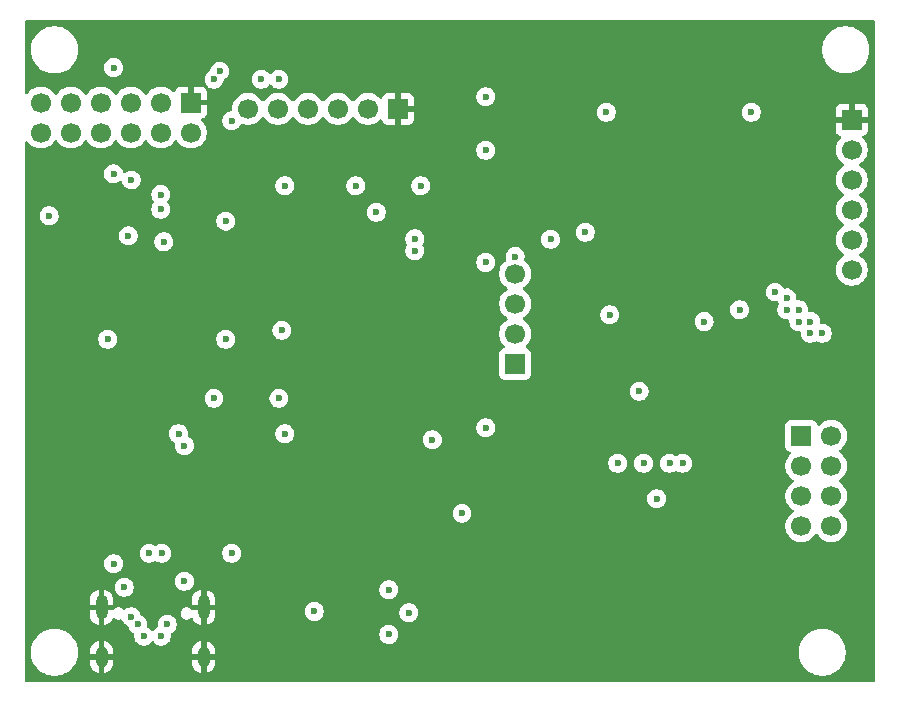
<source format=gbr>
%TF.GenerationSoftware,KiCad,Pcbnew,9.0.3*%
%TF.CreationDate,2025-07-12T13:39:52+12:00*%
%TF.ProjectId,RemiRAT,52656d69-5241-4542-9e6b-696361645f70,rev?*%
%TF.SameCoordinates,Original*%
%TF.FileFunction,Copper,L2,Inr*%
%TF.FilePolarity,Positive*%
%FSLAX46Y46*%
G04 Gerber Fmt 4.6, Leading zero omitted, Abs format (unit mm)*
G04 Created by KiCad (PCBNEW 9.0.3) date 2025-07-12 13:39:52*
%MOMM*%
%LPD*%
G01*
G04 APERTURE LIST*
%TA.AperFunction,HeatsinkPad*%
%ADD10O,1.000000X2.100000*%
%TD*%
%TA.AperFunction,HeatsinkPad*%
%ADD11O,1.000000X1.800000*%
%TD*%
%TA.AperFunction,ComponentPad*%
%ADD12R,1.700000X1.700000*%
%TD*%
%TA.AperFunction,ComponentPad*%
%ADD13C,1.700000*%
%TD*%
%TA.AperFunction,ViaPad*%
%ADD14C,0.600000*%
%TD*%
G04 APERTURE END LIST*
D10*
%TO.N,GND*%
%TO.C,J1*%
X123980000Y-114212500D03*
D11*
X123980000Y-118392500D03*
D10*
X132620000Y-114212500D03*
D11*
X132620000Y-118392500D03*
%TD*%
D12*
%TO.N,GND*%
%TO.C,J3*%
X187500000Y-72920000D03*
D13*
%TO.N,ESP32TXD0*%
X187500000Y-75460000D03*
%TO.N,ESP32RXD0*%
X187500000Y-78000000D03*
%TO.N,3.3V*%
X187500000Y-80540000D03*
%TO.N,EN*%
X187500000Y-83080000D03*
%TO.N,IO0*%
X187500000Y-85620000D03*
%TD*%
D12*
%TO.N,IO17*%
%TO.C,J9*%
X183225000Y-99690000D03*
D13*
%TO.N,IO5*%
X185765000Y-99690000D03*
%TO.N,IO16*%
X183225000Y-102230000D03*
%TO.N,IO18*%
X185765000Y-102230000D03*
%TO.N,IO4*%
X183225000Y-104770000D03*
%TO.N,IO19*%
X185765000Y-104770000D03*
%TO.N,IO2*%
X183225000Y-107310000D03*
%TO.N,IO21*%
X185765000Y-107310000D03*
%TD*%
D12*
%TO.N,SAM-SPI-NPCS1*%
%TO.C,J7*%
X159000000Y-93580000D03*
D13*
%TO.N,SAM-SPI-MISO*%
X159000000Y-91040000D03*
%TO.N,SAM-SPI-SCK*%
X159000000Y-88500000D03*
%TO.N,SAM-SPI-MOSI*%
X159000000Y-85960000D03*
%TD*%
D12*
%TO.N,GND*%
%TO.C,J8*%
X131540000Y-71460000D03*
D13*
%TO.N,A1/PWML5/PC22*%
X131540000Y-74000000D03*
%TO.N,3.3VOUT*%
X129000000Y-71460000D03*
%TO.N,A2/PWML6/PC23*%
X129000000Y-74000000D03*
%TO.N,D14/PC16*%
X126460000Y-71460000D03*
%TO.N,RXD1/PA12*%
X126460000Y-74000000D03*
%TO.N,D15/PC17*%
X123920000Y-71460000D03*
%TO.N,TDX1/PA13*%
X123920000Y-74000000D03*
%TO.N,CANTX0/PA0*%
X121380000Y-71460000D03*
%TO.N,TWCK0/PA18*%
X121380000Y-74000000D03*
%TO.N,CANRX0/PA1*%
X118840000Y-71460000D03*
%TO.N,TWD0/PA17*%
X118840000Y-74000000D03*
%TD*%
D12*
%TO.N,GND*%
%TO.C,J6*%
X149080000Y-72000000D03*
D13*
%TO.N,UTXD/PA9*%
X146540000Y-72000000D03*
%TO.N,URXD/PA8*%
X144000000Y-72000000D03*
%TO.N,3.3V*%
X141460000Y-72000000D03*
%TO.N,NRSTB*%
X138920000Y-72000000D03*
%TO.N,ERASE/PC0*%
X136380000Y-72000000D03*
%TD*%
D14*
%TO.N,GND*%
X128500000Y-112000000D03*
X160000000Y-77500000D03*
X160000000Y-81000000D03*
%TO.N,USBDP*%
X129550000Y-115637500D03*
X127550000Y-116637500D03*
%TO.N,USBDM*%
X129050000Y-116637500D03*
X127050000Y-115637500D03*
%TO.N,GND*%
X147500000Y-79750000D03*
X150500000Y-95750000D03*
X138000000Y-99500000D03*
X129000000Y-84250000D03*
%TO.N,VBUS*%
X135000000Y-109613500D03*
X128000000Y-109613500D03*
X130500000Y-99500000D03*
X125900000Y-112500000D03*
X142000000Y-114550000D03*
X129096900Y-109613500D03*
X131000000Y-112000000D03*
%TO.N,CC1*%
X125000000Y-110500000D03*
X126500000Y-115000000D03*
%TO.N,3.3V*%
X148300000Y-116500000D03*
X131000000Y-100500000D03*
X169500000Y-95900000D03*
X139500000Y-99500000D03*
X148300000Y-112700000D03*
X170975000Y-105000000D03*
X150000000Y-114650000D03*
X156500000Y-99000000D03*
X156500000Y-85000000D03*
X119550000Y-81050000D03*
X156500000Y-75500000D03*
X156500000Y-70975000D03*
X125000000Y-68500000D03*
%TO.N,VDDCORE*%
X139500000Y-78500000D03*
X139250000Y-90750000D03*
X129250000Y-83250000D03*
X133500000Y-96500000D03*
X139000000Y-96500000D03*
X147250000Y-80750000D03*
%TO.N,EN*%
X166720000Y-72280000D03*
%TO.N,IO22*%
X162000000Y-83041000D03*
X179000000Y-72280000D03*
X125000000Y-77500000D03*
%TO.N,IO21*%
X185000000Y-91000000D03*
%TO.N,IO19*%
X184000000Y-91000000D03*
%TO.N,IO18*%
X184000000Y-90000000D03*
%TO.N,IO5*%
X183000000Y-90000000D03*
%TO.N,IO17*%
X183000000Y-89000000D03*
%TO.N,IO16*%
X182000000Y-89000000D03*
%TO.N,IO4*%
X182000000Y-88000000D03*
%TO.N,IO0*%
X154500000Y-106230000D03*
X181000000Y-87500000D03*
%TO.N,IO2*%
X178000000Y-89000000D03*
%TO.N,IO26*%
X126500000Y-78019540D03*
X164940000Y-82440000D03*
%TO.N,TDI/IO12*%
X175000000Y-90000000D03*
X167000000Y-89425000D03*
%TO.N,SAM-SPI-MISO*%
X167675000Y-102000000D03*
%TO.N,SAM-SPI-MOSI*%
X172075000Y-102000000D03*
%TO.N,SAM-SPI-SCK*%
X169875000Y-102000000D03*
%TO.N,SAM-SPI-NPCS0*%
X159000000Y-84500000D03*
X173175000Y-102000000D03*
%TO.N,SAM-SPI-NPCS1*%
X151000000Y-78500000D03*
X145500000Y-78500000D03*
%TO.N,UTXD/PA9*%
X134999000Y-73000000D03*
X129000000Y-79250000D03*
%TO.N,URXD/PA8*%
X134500000Y-81500000D03*
%TO.N,NRSTB*%
X124500000Y-91500000D03*
X134500000Y-91500000D03*
X152000000Y-100000000D03*
%TO.N,TWCK0/PA18*%
X129000000Y-80500000D03*
%TO.N,TWD0/PA17*%
X126250000Y-82750000D03*
%TO.N,D15/PC17*%
X134000000Y-68798000D03*
X139000000Y-69500000D03*
X150500000Y-83000000D03*
%TO.N,D14/PC16*%
X137500000Y-69501000D03*
X133500000Y-69501000D03*
X150500000Y-84000000D03*
%TD*%
%TA.AperFunction,Conductor*%
%TO.N,GND*%
G36*
X189442539Y-64520185D02*
G01*
X189488294Y-64572989D01*
X189499500Y-64624500D01*
X189499500Y-120375500D01*
X189479815Y-120442539D01*
X189427011Y-120488294D01*
X189375500Y-120499500D01*
X117624500Y-120499500D01*
X117557461Y-120479815D01*
X117511706Y-120427011D01*
X117500500Y-120375500D01*
X117500500Y-117868872D01*
X117999500Y-117868872D01*
X117999500Y-118131127D01*
X118020436Y-118290140D01*
X118033730Y-118391116D01*
X118098831Y-118634076D01*
X118101602Y-118644418D01*
X118101605Y-118644428D01*
X118201953Y-118886690D01*
X118201958Y-118886700D01*
X118333075Y-119113803D01*
X118492718Y-119321851D01*
X118492726Y-119321860D01*
X118678140Y-119507274D01*
X118678148Y-119507281D01*
X118886196Y-119666924D01*
X119113299Y-119798041D01*
X119113309Y-119798046D01*
X119355571Y-119898394D01*
X119355581Y-119898398D01*
X119608884Y-119966270D01*
X119868880Y-120000500D01*
X119868887Y-120000500D01*
X120131113Y-120000500D01*
X120131120Y-120000500D01*
X120391116Y-119966270D01*
X120644419Y-119898398D01*
X120886697Y-119798043D01*
X121113803Y-119666924D01*
X121321851Y-119507282D01*
X121321855Y-119507277D01*
X121321860Y-119507274D01*
X121507274Y-119321860D01*
X121507277Y-119321855D01*
X121507282Y-119321851D01*
X121666924Y-119113803D01*
X121798043Y-118886697D01*
X121898398Y-118644419D01*
X121966270Y-118391116D01*
X122000500Y-118131120D01*
X122000500Y-117894004D01*
X122980000Y-117894004D01*
X122980000Y-118142500D01*
X123680000Y-118142500D01*
X123680000Y-118642500D01*
X122980000Y-118642500D01*
X122980000Y-118890995D01*
X123018427Y-119084181D01*
X123018430Y-119084193D01*
X123093807Y-119266171D01*
X123093814Y-119266184D01*
X123203248Y-119429962D01*
X123203251Y-119429966D01*
X123342533Y-119569248D01*
X123342537Y-119569251D01*
X123506315Y-119678685D01*
X123506328Y-119678692D01*
X123688308Y-119754069D01*
X123730000Y-119762362D01*
X123730000Y-118959488D01*
X123739940Y-118976705D01*
X123795795Y-119032560D01*
X123864204Y-119072056D01*
X123940504Y-119092500D01*
X124019496Y-119092500D01*
X124095796Y-119072056D01*
X124164205Y-119032560D01*
X124220060Y-118976705D01*
X124230000Y-118959488D01*
X124230000Y-119762362D01*
X124271690Y-119754069D01*
X124271692Y-119754069D01*
X124453671Y-119678692D01*
X124453684Y-119678685D01*
X124617462Y-119569251D01*
X124617466Y-119569248D01*
X124756748Y-119429966D01*
X124756751Y-119429962D01*
X124866185Y-119266184D01*
X124866192Y-119266171D01*
X124941569Y-119084193D01*
X124941572Y-119084181D01*
X124979999Y-118890995D01*
X124980000Y-118890992D01*
X124980000Y-118642500D01*
X124280000Y-118642500D01*
X124280000Y-118142500D01*
X124980000Y-118142500D01*
X124980000Y-117894008D01*
X124979999Y-117894004D01*
X131620000Y-117894004D01*
X131620000Y-118142500D01*
X132320000Y-118142500D01*
X132320000Y-118642500D01*
X131620000Y-118642500D01*
X131620000Y-118890995D01*
X131658427Y-119084181D01*
X131658430Y-119084193D01*
X131733807Y-119266171D01*
X131733814Y-119266184D01*
X131843248Y-119429962D01*
X131843251Y-119429966D01*
X131982533Y-119569248D01*
X131982537Y-119569251D01*
X132146315Y-119678685D01*
X132146328Y-119678692D01*
X132328308Y-119754069D01*
X132370000Y-119762362D01*
X132370000Y-118959488D01*
X132379940Y-118976705D01*
X132435795Y-119032560D01*
X132504204Y-119072056D01*
X132580504Y-119092500D01*
X132659496Y-119092500D01*
X132735796Y-119072056D01*
X132804205Y-119032560D01*
X132860060Y-118976705D01*
X132870000Y-118959488D01*
X132870000Y-119762362D01*
X132911690Y-119754069D01*
X132911692Y-119754069D01*
X133093671Y-119678692D01*
X133093684Y-119678685D01*
X133257462Y-119569251D01*
X133257466Y-119569248D01*
X133396748Y-119429966D01*
X133396751Y-119429962D01*
X133506185Y-119266184D01*
X133506192Y-119266171D01*
X133581569Y-119084193D01*
X133581572Y-119084181D01*
X133619999Y-118890995D01*
X133620000Y-118890992D01*
X133620000Y-118642500D01*
X132920000Y-118642500D01*
X132920000Y-118142500D01*
X133620000Y-118142500D01*
X133620000Y-117894008D01*
X133619999Y-117894002D01*
X133619006Y-117889007D01*
X133619006Y-117889006D01*
X133615001Y-117868872D01*
X182999500Y-117868872D01*
X182999500Y-118131127D01*
X183020436Y-118290140D01*
X183033730Y-118391116D01*
X183098831Y-118634076D01*
X183101602Y-118644418D01*
X183101605Y-118644428D01*
X183201953Y-118886690D01*
X183201958Y-118886700D01*
X183333075Y-119113803D01*
X183492718Y-119321851D01*
X183492726Y-119321860D01*
X183678140Y-119507274D01*
X183678148Y-119507281D01*
X183886196Y-119666924D01*
X184113299Y-119798041D01*
X184113309Y-119798046D01*
X184355571Y-119898394D01*
X184355581Y-119898398D01*
X184608884Y-119966270D01*
X184868880Y-120000500D01*
X184868887Y-120000500D01*
X185131113Y-120000500D01*
X185131120Y-120000500D01*
X185391116Y-119966270D01*
X185644419Y-119898398D01*
X185886697Y-119798043D01*
X186113803Y-119666924D01*
X186321851Y-119507282D01*
X186321855Y-119507277D01*
X186321860Y-119507274D01*
X186507274Y-119321860D01*
X186507277Y-119321855D01*
X186507282Y-119321851D01*
X186666924Y-119113803D01*
X186798043Y-118886697D01*
X186898398Y-118644419D01*
X186966270Y-118391116D01*
X187000500Y-118131120D01*
X187000500Y-117868880D01*
X186966270Y-117608884D01*
X186898398Y-117355581D01*
X186862840Y-117269737D01*
X186798046Y-117113309D01*
X186798041Y-117113299D01*
X186666924Y-116886196D01*
X186507281Y-116678148D01*
X186507274Y-116678140D01*
X186321860Y-116492726D01*
X186321851Y-116492718D01*
X186113803Y-116333075D01*
X185886700Y-116201958D01*
X185886690Y-116201953D01*
X185644428Y-116101605D01*
X185644421Y-116101603D01*
X185644419Y-116101602D01*
X185391116Y-116033730D01*
X185333339Y-116026123D01*
X185131127Y-115999500D01*
X185131120Y-115999500D01*
X184868880Y-115999500D01*
X184868872Y-115999500D01*
X184637772Y-116029926D01*
X184608884Y-116033730D01*
X184355581Y-116101602D01*
X184355571Y-116101605D01*
X184113309Y-116201953D01*
X184113299Y-116201958D01*
X183886196Y-116333075D01*
X183678148Y-116492718D01*
X183492718Y-116678148D01*
X183333075Y-116886196D01*
X183201958Y-117113299D01*
X183201953Y-117113309D01*
X183101605Y-117355571D01*
X183101602Y-117355581D01*
X183033730Y-117608885D01*
X182999500Y-117868872D01*
X133615001Y-117868872D01*
X133581572Y-117700818D01*
X133581569Y-117700806D01*
X133506192Y-117518828D01*
X133506185Y-117518815D01*
X133396751Y-117355037D01*
X133396748Y-117355033D01*
X133257466Y-117215751D01*
X133257462Y-117215748D01*
X133093684Y-117106314D01*
X133093671Y-117106307D01*
X132911691Y-117030929D01*
X132911683Y-117030927D01*
X132870000Y-117022635D01*
X132870000Y-117825511D01*
X132860060Y-117808295D01*
X132804205Y-117752440D01*
X132735796Y-117712944D01*
X132659496Y-117692500D01*
X132580504Y-117692500D01*
X132504204Y-117712944D01*
X132435795Y-117752440D01*
X132379940Y-117808295D01*
X132370000Y-117825511D01*
X132370000Y-117022636D01*
X132369999Y-117022635D01*
X132328316Y-117030927D01*
X132328308Y-117030929D01*
X132146328Y-117106307D01*
X132146315Y-117106314D01*
X131982537Y-117215748D01*
X131982533Y-117215751D01*
X131843251Y-117355033D01*
X131843248Y-117355037D01*
X131733814Y-117518815D01*
X131733807Y-117518828D01*
X131658430Y-117700806D01*
X131658427Y-117700818D01*
X131620000Y-117894004D01*
X124979999Y-117894004D01*
X124941572Y-117700818D01*
X124941569Y-117700806D01*
X124866192Y-117518828D01*
X124866185Y-117518815D01*
X124756751Y-117355037D01*
X124756748Y-117355033D01*
X124617466Y-117215751D01*
X124617462Y-117215748D01*
X124453684Y-117106314D01*
X124453671Y-117106307D01*
X124271691Y-117030929D01*
X124271683Y-117030927D01*
X124230000Y-117022635D01*
X124230000Y-117825511D01*
X124220060Y-117808295D01*
X124164205Y-117752440D01*
X124095796Y-117712944D01*
X124019496Y-117692500D01*
X123940504Y-117692500D01*
X123864204Y-117712944D01*
X123795795Y-117752440D01*
X123739940Y-117808295D01*
X123730000Y-117825511D01*
X123730000Y-117022636D01*
X123729999Y-117022635D01*
X123688316Y-117030927D01*
X123688308Y-117030929D01*
X123506328Y-117106307D01*
X123506315Y-117106314D01*
X123342537Y-117215748D01*
X123342533Y-117215751D01*
X123203251Y-117355033D01*
X123203248Y-117355037D01*
X123093814Y-117518815D01*
X123093807Y-117518828D01*
X123018430Y-117700806D01*
X123018427Y-117700818D01*
X122980000Y-117894004D01*
X122000500Y-117894004D01*
X122000500Y-117868880D01*
X121966270Y-117608884D01*
X121898398Y-117355581D01*
X121862840Y-117269737D01*
X121798046Y-117113309D01*
X121798041Y-117113299D01*
X121666924Y-116886196D01*
X121507281Y-116678148D01*
X121507274Y-116678140D01*
X121321860Y-116492726D01*
X121321851Y-116492718D01*
X121113803Y-116333075D01*
X120886700Y-116201958D01*
X120886690Y-116201953D01*
X120644428Y-116101605D01*
X120644421Y-116101603D01*
X120644419Y-116101602D01*
X120391116Y-116033730D01*
X120333339Y-116026123D01*
X120131127Y-115999500D01*
X120131120Y-115999500D01*
X119868880Y-115999500D01*
X119868872Y-115999500D01*
X119637772Y-116029926D01*
X119608884Y-116033730D01*
X119355581Y-116101602D01*
X119355571Y-116101605D01*
X119113309Y-116201953D01*
X119113299Y-116201958D01*
X118886196Y-116333075D01*
X118678148Y-116492718D01*
X118492718Y-116678148D01*
X118333075Y-116886196D01*
X118201958Y-117113299D01*
X118201953Y-117113309D01*
X118101605Y-117355571D01*
X118101602Y-117355581D01*
X118033730Y-117608885D01*
X117999500Y-117868872D01*
X117500500Y-117868872D01*
X117500500Y-113564004D01*
X122980000Y-113564004D01*
X122980000Y-113962500D01*
X123680000Y-113962500D01*
X123680000Y-114462500D01*
X122980000Y-114462500D01*
X122980000Y-114860995D01*
X123018427Y-115054181D01*
X123018430Y-115054193D01*
X123093807Y-115236171D01*
X123093814Y-115236184D01*
X123203248Y-115399962D01*
X123203251Y-115399966D01*
X123342533Y-115539248D01*
X123342537Y-115539251D01*
X123506315Y-115648685D01*
X123506328Y-115648692D01*
X123688308Y-115724069D01*
X123730000Y-115732362D01*
X123730000Y-114929488D01*
X123739940Y-114946705D01*
X123795795Y-115002560D01*
X123864204Y-115042056D01*
X123940504Y-115062500D01*
X124019496Y-115062500D01*
X124095796Y-115042056D01*
X124164205Y-115002560D01*
X124220060Y-114946705D01*
X124230000Y-114929488D01*
X124230000Y-115732362D01*
X124271690Y-115724069D01*
X124271692Y-115724069D01*
X124453671Y-115648692D01*
X124453684Y-115648685D01*
X124617462Y-115539251D01*
X124617466Y-115539248D01*
X124756748Y-115399966D01*
X124756751Y-115399962D01*
X124866185Y-115236184D01*
X124866192Y-115236171D01*
X124892647Y-115172303D01*
X124936487Y-115117899D01*
X125002781Y-115095834D01*
X125070481Y-115113113D01*
X125084187Y-115123761D01*
X125084574Y-115123258D01*
X125091016Y-115128201D01*
X125091019Y-115128204D01*
X125091022Y-115128205D01*
X125091025Y-115128208D01*
X125167401Y-115172303D01*
X125209480Y-115196597D01*
X125341606Y-115232000D01*
X125341608Y-115232000D01*
X125478391Y-115232000D01*
X125478394Y-115232000D01*
X125599506Y-115199548D01*
X125669352Y-115201211D01*
X125727215Y-115240373D01*
X125746157Y-115271870D01*
X125790604Y-115379176D01*
X125790609Y-115379185D01*
X125878210Y-115510288D01*
X125878213Y-115510292D01*
X125989707Y-115621786D01*
X125989711Y-115621789D01*
X126120814Y-115709390D01*
X126120827Y-115709397D01*
X126198312Y-115741492D01*
X126252716Y-115785333D01*
X126272477Y-115831860D01*
X126280261Y-115870992D01*
X126280263Y-115870999D01*
X126340602Y-116016672D01*
X126340609Y-116016685D01*
X126428210Y-116147788D01*
X126428213Y-116147792D01*
X126539707Y-116259286D01*
X126539711Y-116259289D01*
X126670817Y-116346892D01*
X126670819Y-116346893D01*
X126670821Y-116346894D01*
X126688409Y-116354179D01*
X126742812Y-116398020D01*
X126764877Y-116464314D01*
X126762573Y-116492931D01*
X126749500Y-116558653D01*
X126749500Y-116716346D01*
X126780261Y-116870989D01*
X126780264Y-116871001D01*
X126840602Y-117016672D01*
X126840609Y-117016685D01*
X126928210Y-117147788D01*
X126928213Y-117147792D01*
X127039707Y-117259286D01*
X127039711Y-117259289D01*
X127170814Y-117346890D01*
X127170827Y-117346897D01*
X127316498Y-117407235D01*
X127316503Y-117407237D01*
X127471153Y-117437999D01*
X127471156Y-117438000D01*
X127471158Y-117438000D01*
X127628844Y-117438000D01*
X127628845Y-117437999D01*
X127783497Y-117407237D01*
X127929179Y-117346894D01*
X128060289Y-117259289D01*
X128171789Y-117147789D01*
X128189164Y-117121786D01*
X128196898Y-117110212D01*
X128250510Y-117065406D01*
X128319835Y-117056699D01*
X128382862Y-117086853D01*
X128403102Y-117110212D01*
X128428207Y-117147784D01*
X128428213Y-117147792D01*
X128539707Y-117259286D01*
X128539711Y-117259289D01*
X128670814Y-117346890D01*
X128670827Y-117346897D01*
X128816498Y-117407235D01*
X128816503Y-117407237D01*
X128971153Y-117437999D01*
X128971156Y-117438000D01*
X128971158Y-117438000D01*
X129128844Y-117438000D01*
X129128845Y-117437999D01*
X129283497Y-117407237D01*
X129429179Y-117346894D01*
X129560289Y-117259289D01*
X129671789Y-117147789D01*
X129759394Y-117016679D01*
X129819737Y-116870997D01*
X129850500Y-116716342D01*
X129850500Y-116558658D01*
X129850500Y-116558655D01*
X129837426Y-116492931D01*
X129839516Y-116469563D01*
X129837104Y-116446227D01*
X129842572Y-116435411D01*
X129843653Y-116423340D01*
X129845352Y-116421153D01*
X147499500Y-116421153D01*
X147499500Y-116578846D01*
X147530261Y-116733489D01*
X147530264Y-116733501D01*
X147590602Y-116879172D01*
X147590609Y-116879185D01*
X147678210Y-117010288D01*
X147678213Y-117010292D01*
X147789707Y-117121786D01*
X147789711Y-117121789D01*
X147920814Y-117209390D01*
X147920827Y-117209397D01*
X148041272Y-117259286D01*
X148066503Y-117269737D01*
X148221153Y-117300499D01*
X148221156Y-117300500D01*
X148221158Y-117300500D01*
X148378844Y-117300500D01*
X148378845Y-117300499D01*
X148533497Y-117269737D01*
X148679179Y-117209394D01*
X148810289Y-117121789D01*
X148921789Y-117010289D01*
X149009394Y-116879179D01*
X149069737Y-116733497D01*
X149100500Y-116578842D01*
X149100500Y-116421158D01*
X149100500Y-116421155D01*
X149100499Y-116421153D01*
X149097088Y-116404003D01*
X149069737Y-116266503D01*
X149049771Y-116218300D01*
X149009397Y-116120827D01*
X149009390Y-116120814D01*
X148921789Y-115989711D01*
X148921786Y-115989707D01*
X148810292Y-115878213D01*
X148810288Y-115878210D01*
X148679185Y-115790609D01*
X148679172Y-115790602D01*
X148533501Y-115730264D01*
X148533489Y-115730261D01*
X148378845Y-115699500D01*
X148378842Y-115699500D01*
X148221158Y-115699500D01*
X148221155Y-115699500D01*
X148066510Y-115730261D01*
X148066498Y-115730264D01*
X147920827Y-115790602D01*
X147920814Y-115790609D01*
X147789711Y-115878210D01*
X147789707Y-115878213D01*
X147678213Y-115989707D01*
X147678210Y-115989711D01*
X147590609Y-116120814D01*
X147590602Y-116120827D01*
X147530264Y-116266498D01*
X147530261Y-116266510D01*
X147499500Y-116421153D01*
X129845352Y-116421153D01*
X129858045Y-116404812D01*
X129868632Y-116383875D01*
X129880892Y-116375399D01*
X129886515Y-116368162D01*
X129896203Y-116361841D01*
X129903621Y-116357480D01*
X129929179Y-116346894D01*
X130060289Y-116259289D01*
X130171789Y-116147789D01*
X130259394Y-116016679D01*
X130319737Y-115870997D01*
X130350500Y-115716342D01*
X130350500Y-115558658D01*
X130350500Y-115558655D01*
X130350499Y-115558653D01*
X130340879Y-115510289D01*
X130319737Y-115404003D01*
X130309455Y-115379179D01*
X130259397Y-115258327D01*
X130259390Y-115258314D01*
X130171789Y-115127211D01*
X130171786Y-115127207D01*
X130060292Y-115015713D01*
X130060288Y-115015710D01*
X129929185Y-114928109D01*
X129929172Y-114928102D01*
X129783501Y-114867764D01*
X129783489Y-114867761D01*
X129628845Y-114837000D01*
X129628842Y-114837000D01*
X129471158Y-114837000D01*
X129471155Y-114837000D01*
X129316510Y-114867761D01*
X129316498Y-114867764D01*
X129170827Y-114928102D01*
X129170814Y-114928109D01*
X129039711Y-115015710D01*
X129039707Y-115015713D01*
X128928213Y-115127207D01*
X128928210Y-115127211D01*
X128840609Y-115258314D01*
X128840602Y-115258327D01*
X128780264Y-115403998D01*
X128780261Y-115404010D01*
X128749500Y-115558653D01*
X128749500Y-115716346D01*
X128762573Y-115782068D01*
X128756346Y-115851659D01*
X128713483Y-115906837D01*
X128688411Y-115920819D01*
X128670826Y-115928103D01*
X128670814Y-115928109D01*
X128539711Y-116015710D01*
X128539707Y-116015713D01*
X128428213Y-116127207D01*
X128403102Y-116164789D01*
X128349489Y-116209593D01*
X128280164Y-116218300D01*
X128217137Y-116188145D01*
X128196898Y-116164789D01*
X128171786Y-116127207D01*
X128060292Y-116015713D01*
X128060288Y-116015710D01*
X127929185Y-115928109D01*
X127929179Y-115928106D01*
X127911589Y-115920820D01*
X127857186Y-115876978D01*
X127835122Y-115810684D01*
X127837426Y-115782068D01*
X127850500Y-115716342D01*
X127850500Y-115558658D01*
X127850500Y-115558655D01*
X127850499Y-115558653D01*
X127840879Y-115510289D01*
X127819737Y-115404003D01*
X127809455Y-115379179D01*
X127759397Y-115258327D01*
X127759390Y-115258314D01*
X127671789Y-115127211D01*
X127671786Y-115127207D01*
X127560292Y-115015713D01*
X127560288Y-115015710D01*
X127429185Y-114928109D01*
X127429179Y-114928106D01*
X127351684Y-114896006D01*
X127324664Y-114874232D01*
X127297647Y-114852688D01*
X127297497Y-114852338D01*
X127297281Y-114852164D01*
X127281687Y-114821209D01*
X127279097Y-114813560D01*
X127269737Y-114766503D01*
X127219039Y-114644106D01*
X130670500Y-114644106D01*
X130670500Y-114780894D01*
X130697994Y-114883501D01*
X130705903Y-114913019D01*
X130705906Y-114913026D01*
X130774291Y-115031474D01*
X130774295Y-115031479D01*
X130774296Y-115031481D01*
X130871019Y-115128204D01*
X130871021Y-115128205D01*
X130871025Y-115128208D01*
X130947401Y-115172303D01*
X130989480Y-115196597D01*
X131121606Y-115232000D01*
X131121608Y-115232000D01*
X131258392Y-115232000D01*
X131258394Y-115232000D01*
X131390520Y-115196597D01*
X131508981Y-115128204D01*
X131508986Y-115128198D01*
X131515426Y-115123258D01*
X131517150Y-115125505D01*
X131566401Y-115098596D01*
X131636094Y-115103562D01*
X131692038Y-115145418D01*
X131707352Y-115172302D01*
X131733809Y-115236174D01*
X131733814Y-115236184D01*
X131843248Y-115399962D01*
X131843251Y-115399966D01*
X131982533Y-115539248D01*
X131982537Y-115539251D01*
X132146315Y-115648685D01*
X132146328Y-115648692D01*
X132328308Y-115724069D01*
X132370000Y-115732362D01*
X132370000Y-114929488D01*
X132379940Y-114946705D01*
X132435795Y-115002560D01*
X132504204Y-115042056D01*
X132580504Y-115062500D01*
X132659496Y-115062500D01*
X132735796Y-115042056D01*
X132804205Y-115002560D01*
X132860060Y-114946705D01*
X132870000Y-114929488D01*
X132870000Y-115732362D01*
X132911690Y-115724069D01*
X132911692Y-115724069D01*
X133093671Y-115648692D01*
X133093684Y-115648685D01*
X133257462Y-115539251D01*
X133257466Y-115539248D01*
X133396748Y-115399966D01*
X133396751Y-115399962D01*
X133506185Y-115236184D01*
X133506192Y-115236171D01*
X133581569Y-115054193D01*
X133581572Y-115054181D01*
X133619999Y-114860995D01*
X133620000Y-114860992D01*
X133620000Y-114471153D01*
X141199500Y-114471153D01*
X141199500Y-114628846D01*
X141230261Y-114783489D01*
X141230264Y-114783501D01*
X141290602Y-114929172D01*
X141290609Y-114929185D01*
X141378210Y-115060288D01*
X141378213Y-115060292D01*
X141489707Y-115171786D01*
X141489711Y-115171789D01*
X141620814Y-115259390D01*
X141620827Y-115259397D01*
X141766498Y-115319735D01*
X141766503Y-115319737D01*
X141921153Y-115350499D01*
X141921156Y-115350500D01*
X141921158Y-115350500D01*
X142078844Y-115350500D01*
X142078845Y-115350499D01*
X142233497Y-115319737D01*
X142379179Y-115259394D01*
X142510289Y-115171789D01*
X142621789Y-115060289D01*
X142709394Y-114929179D01*
X142709839Y-114928106D01*
X142734834Y-114867761D01*
X142769737Y-114783497D01*
X142800500Y-114628842D01*
X142800500Y-114571153D01*
X149199500Y-114571153D01*
X149199500Y-114728846D01*
X149230261Y-114883489D01*
X149230264Y-114883501D01*
X149290602Y-115029172D01*
X149290609Y-115029185D01*
X149378210Y-115160288D01*
X149378213Y-115160292D01*
X149489707Y-115271786D01*
X149489711Y-115271789D01*
X149620814Y-115359390D01*
X149620827Y-115359397D01*
X149718771Y-115399966D01*
X149766503Y-115419737D01*
X149921153Y-115450499D01*
X149921156Y-115450500D01*
X149921158Y-115450500D01*
X150078844Y-115450500D01*
X150078845Y-115450499D01*
X150233497Y-115419737D01*
X150379179Y-115359394D01*
X150510289Y-115271789D01*
X150621789Y-115160289D01*
X150709394Y-115029179D01*
X150769737Y-114883497D01*
X150800500Y-114728842D01*
X150800500Y-114571158D01*
X150800500Y-114571155D01*
X150800499Y-114571153D01*
X150783917Y-114487790D01*
X150769737Y-114416503D01*
X150754989Y-114380898D01*
X150709397Y-114270827D01*
X150709390Y-114270814D01*
X150621789Y-114139711D01*
X150621786Y-114139707D01*
X150510292Y-114028213D01*
X150510288Y-114028210D01*
X150379185Y-113940609D01*
X150379172Y-113940602D01*
X150233501Y-113880264D01*
X150233489Y-113880261D01*
X150078845Y-113849500D01*
X150078842Y-113849500D01*
X149921158Y-113849500D01*
X149921155Y-113849500D01*
X149766510Y-113880261D01*
X149766498Y-113880264D01*
X149620827Y-113940602D01*
X149620814Y-113940609D01*
X149489711Y-114028210D01*
X149489707Y-114028213D01*
X149378213Y-114139707D01*
X149378210Y-114139711D01*
X149290609Y-114270814D01*
X149290602Y-114270827D01*
X149230264Y-114416498D01*
X149230261Y-114416510D01*
X149199500Y-114571153D01*
X142800500Y-114571153D01*
X142800500Y-114471158D01*
X142800500Y-114471155D01*
X142800499Y-114471153D01*
X142789627Y-114416498D01*
X142769737Y-114316503D01*
X142761572Y-114296791D01*
X142709397Y-114170827D01*
X142709390Y-114170814D01*
X142621789Y-114039711D01*
X142621786Y-114039707D01*
X142510292Y-113928213D01*
X142510288Y-113928210D01*
X142379185Y-113840609D01*
X142379172Y-113840602D01*
X142233501Y-113780264D01*
X142233489Y-113780261D01*
X142078845Y-113749500D01*
X142078842Y-113749500D01*
X141921158Y-113749500D01*
X141921155Y-113749500D01*
X141766510Y-113780261D01*
X141766498Y-113780264D01*
X141620827Y-113840602D01*
X141620814Y-113840609D01*
X141489711Y-113928210D01*
X141489707Y-113928213D01*
X141378213Y-114039707D01*
X141378210Y-114039711D01*
X141290609Y-114170814D01*
X141290602Y-114170827D01*
X141230264Y-114316498D01*
X141230261Y-114316510D01*
X141199500Y-114471153D01*
X133620000Y-114471153D01*
X133620000Y-114462500D01*
X132920000Y-114462500D01*
X132920000Y-113962500D01*
X133620000Y-113962500D01*
X133620000Y-113564008D01*
X133619999Y-113564004D01*
X133581572Y-113370818D01*
X133581569Y-113370806D01*
X133506192Y-113188828D01*
X133506185Y-113188815D01*
X133396751Y-113025037D01*
X133396748Y-113025033D01*
X133257466Y-112885751D01*
X133257462Y-112885748D01*
X133093684Y-112776314D01*
X133093671Y-112776307D01*
X132980973Y-112729627D01*
X132980972Y-112729627D01*
X132911687Y-112700928D01*
X132911683Y-112700927D01*
X132870000Y-112692635D01*
X132870000Y-113495511D01*
X132860060Y-113478295D01*
X132804205Y-113422440D01*
X132735796Y-113382944D01*
X132659496Y-113362500D01*
X132580504Y-113362500D01*
X132504204Y-113382944D01*
X132435795Y-113422440D01*
X132379940Y-113478295D01*
X132370000Y-113495511D01*
X132370000Y-112692636D01*
X132369999Y-112692635D01*
X132328316Y-112700927D01*
X132328308Y-112700929D01*
X132146328Y-112776307D01*
X132146315Y-112776314D01*
X131982537Y-112885748D01*
X131982533Y-112885751D01*
X131843251Y-113025033D01*
X131843248Y-113025037D01*
X131733814Y-113188815D01*
X131733807Y-113188828D01*
X131658430Y-113370806D01*
X131658427Y-113370818D01*
X131620000Y-113564004D01*
X131620000Y-113962500D01*
X132320000Y-113962500D01*
X132320000Y-114462500D01*
X131717122Y-114462500D01*
X131650083Y-114442815D01*
X131609735Y-114400501D01*
X131605704Y-114393519D01*
X131508982Y-114296797D01*
X131508974Y-114296791D01*
X131390526Y-114228406D01*
X131390522Y-114228404D01*
X131390520Y-114228403D01*
X131258394Y-114193000D01*
X131121606Y-114193000D01*
X130989480Y-114228403D01*
X130989473Y-114228406D01*
X130871025Y-114296791D01*
X130871017Y-114296797D01*
X130774297Y-114393517D01*
X130774291Y-114393525D01*
X130705906Y-114511973D01*
X130705904Y-114511977D01*
X130705903Y-114511980D01*
X130670500Y-114644106D01*
X127219039Y-114644106D01*
X127212718Y-114628846D01*
X127209397Y-114620827D01*
X127209390Y-114620814D01*
X127121789Y-114489711D01*
X127121786Y-114489707D01*
X127010292Y-114378213D01*
X127010288Y-114378210D01*
X126879185Y-114290609D01*
X126879172Y-114290602D01*
X126733501Y-114230264D01*
X126733489Y-114230261D01*
X126578845Y-114199500D01*
X126578842Y-114199500D01*
X126421158Y-114199500D01*
X126421155Y-114199500D01*
X126266510Y-114230261D01*
X126266498Y-114230264D01*
X126120827Y-114290602D01*
X126120814Y-114290609D01*
X125989714Y-114378208D01*
X125989706Y-114378215D01*
X125987727Y-114380194D01*
X125986437Y-114380898D01*
X125985007Y-114382072D01*
X125984784Y-114381800D01*
X125926401Y-114413674D01*
X125856710Y-114408684D01*
X125812372Y-114380187D01*
X125728982Y-114296797D01*
X125728974Y-114296791D01*
X125610526Y-114228406D01*
X125610522Y-114228404D01*
X125610520Y-114228403D01*
X125478394Y-114193000D01*
X125341606Y-114193000D01*
X125209480Y-114228403D01*
X125209473Y-114228406D01*
X125091025Y-114296791D01*
X125091017Y-114296797D01*
X124994295Y-114393519D01*
X124990265Y-114400501D01*
X124939697Y-114448716D01*
X124882878Y-114462500D01*
X124280000Y-114462500D01*
X124280000Y-113962500D01*
X124980000Y-113962500D01*
X124980000Y-113564008D01*
X124979999Y-113564004D01*
X124941572Y-113370818D01*
X124941569Y-113370806D01*
X124866192Y-113188828D01*
X124866185Y-113188815D01*
X124756751Y-113025037D01*
X124756748Y-113025033D01*
X124617466Y-112885751D01*
X124617462Y-112885748D01*
X124453684Y-112776314D01*
X124453671Y-112776307D01*
X124271691Y-112700929D01*
X124271683Y-112700927D01*
X124230000Y-112692635D01*
X124230000Y-113495511D01*
X124220060Y-113478295D01*
X124164205Y-113422440D01*
X124095796Y-113382944D01*
X124019496Y-113362500D01*
X123940504Y-113362500D01*
X123864204Y-113382944D01*
X123795795Y-113422440D01*
X123739940Y-113478295D01*
X123730000Y-113495511D01*
X123730000Y-112692636D01*
X123729999Y-112692635D01*
X123688316Y-112700927D01*
X123688308Y-112700929D01*
X123506328Y-112776307D01*
X123506315Y-112776314D01*
X123342537Y-112885748D01*
X123342533Y-112885751D01*
X123203251Y-113025033D01*
X123203248Y-113025037D01*
X123093814Y-113188815D01*
X123093807Y-113188828D01*
X123018430Y-113370806D01*
X123018427Y-113370818D01*
X122980000Y-113564004D01*
X117500500Y-113564004D01*
X117500500Y-112421153D01*
X125099500Y-112421153D01*
X125099500Y-112578846D01*
X125130261Y-112733489D01*
X125130264Y-112733501D01*
X125190602Y-112879172D01*
X125190609Y-112879185D01*
X125278210Y-113010288D01*
X125278213Y-113010292D01*
X125389707Y-113121786D01*
X125389711Y-113121789D01*
X125520814Y-113209390D01*
X125520827Y-113209397D01*
X125666498Y-113269735D01*
X125666503Y-113269737D01*
X125821153Y-113300499D01*
X125821156Y-113300500D01*
X125821158Y-113300500D01*
X125978844Y-113300500D01*
X125978845Y-113300499D01*
X126133497Y-113269737D01*
X126279179Y-113209394D01*
X126410289Y-113121789D01*
X126521789Y-113010289D01*
X126609394Y-112879179D01*
X126669737Y-112733497D01*
X126700500Y-112578842D01*
X126700500Y-112421158D01*
X126700500Y-112421155D01*
X126700499Y-112421153D01*
X126680543Y-112320827D01*
X126669737Y-112266503D01*
X126637929Y-112189711D01*
X126609397Y-112120827D01*
X126609390Y-112120814D01*
X126521790Y-111989712D01*
X126521784Y-111989705D01*
X126453232Y-111921153D01*
X130199500Y-111921153D01*
X130199500Y-112078846D01*
X130230261Y-112233489D01*
X130230264Y-112233501D01*
X130290602Y-112379172D01*
X130290609Y-112379185D01*
X130378210Y-112510288D01*
X130378213Y-112510292D01*
X130489707Y-112621786D01*
X130489711Y-112621789D01*
X130620814Y-112709390D01*
X130620827Y-112709397D01*
X130766498Y-112769735D01*
X130766503Y-112769737D01*
X130921153Y-112800499D01*
X130921156Y-112800500D01*
X130921158Y-112800500D01*
X131078844Y-112800500D01*
X131078845Y-112800499D01*
X131233497Y-112769737D01*
X131379179Y-112709394D01*
X131510289Y-112621789D01*
X131510925Y-112621153D01*
X147499500Y-112621153D01*
X147499500Y-112778846D01*
X147530261Y-112933489D01*
X147530264Y-112933501D01*
X147590602Y-113079172D01*
X147590609Y-113079185D01*
X147678210Y-113210288D01*
X147678213Y-113210292D01*
X147789707Y-113321786D01*
X147789711Y-113321789D01*
X147920814Y-113409390D01*
X147920827Y-113409397D01*
X148066498Y-113469735D01*
X148066503Y-113469737D01*
X148221153Y-113500499D01*
X148221156Y-113500500D01*
X148221158Y-113500500D01*
X148378844Y-113500500D01*
X148378845Y-113500499D01*
X148533497Y-113469737D01*
X148679179Y-113409394D01*
X148810289Y-113321789D01*
X148921789Y-113210289D01*
X149009394Y-113079179D01*
X149069737Y-112933497D01*
X149100500Y-112778842D01*
X149100500Y-112621158D01*
X149100500Y-112621155D01*
X149100499Y-112621153D01*
X149069737Y-112466503D01*
X149050955Y-112421158D01*
X149009397Y-112320827D01*
X149009390Y-112320814D01*
X148921789Y-112189711D01*
X148921786Y-112189707D01*
X148810292Y-112078213D01*
X148810288Y-112078210D01*
X148679185Y-111990609D01*
X148679172Y-111990602D01*
X148533501Y-111930264D01*
X148533489Y-111930261D01*
X148378845Y-111899500D01*
X148378842Y-111899500D01*
X148221158Y-111899500D01*
X148221155Y-111899500D01*
X148066510Y-111930261D01*
X148066498Y-111930264D01*
X147920827Y-111990602D01*
X147920814Y-111990609D01*
X147789711Y-112078210D01*
X147789707Y-112078213D01*
X147678213Y-112189707D01*
X147678210Y-112189711D01*
X147590609Y-112320814D01*
X147590602Y-112320827D01*
X147530264Y-112466498D01*
X147530261Y-112466510D01*
X147499500Y-112621153D01*
X131510925Y-112621153D01*
X131621789Y-112510289D01*
X131709394Y-112379179D01*
X131769737Y-112233497D01*
X131800500Y-112078842D01*
X131800500Y-111921158D01*
X131800500Y-111921155D01*
X131800499Y-111921153D01*
X131774531Y-111790606D01*
X131769737Y-111766503D01*
X131769735Y-111766498D01*
X131709397Y-111620827D01*
X131709390Y-111620814D01*
X131621789Y-111489711D01*
X131621786Y-111489707D01*
X131510292Y-111378213D01*
X131510288Y-111378210D01*
X131379185Y-111290609D01*
X131379172Y-111290602D01*
X131233501Y-111230264D01*
X131233489Y-111230261D01*
X131078845Y-111199500D01*
X131078842Y-111199500D01*
X130921158Y-111199500D01*
X130921155Y-111199500D01*
X130766510Y-111230261D01*
X130766498Y-111230264D01*
X130620827Y-111290602D01*
X130620814Y-111290609D01*
X130489711Y-111378210D01*
X130489707Y-111378213D01*
X130378213Y-111489707D01*
X130378210Y-111489711D01*
X130290609Y-111620814D01*
X130290602Y-111620827D01*
X130230264Y-111766498D01*
X130230261Y-111766510D01*
X130199500Y-111921153D01*
X126453232Y-111921153D01*
X126410292Y-111878213D01*
X126410288Y-111878210D01*
X126279185Y-111790609D01*
X126279172Y-111790602D01*
X126133501Y-111730264D01*
X126133489Y-111730261D01*
X125978845Y-111699500D01*
X125978842Y-111699500D01*
X125821158Y-111699500D01*
X125821155Y-111699500D01*
X125666510Y-111730261D01*
X125666498Y-111730264D01*
X125520827Y-111790602D01*
X125520814Y-111790609D01*
X125389711Y-111878210D01*
X125389707Y-111878213D01*
X125278213Y-111989707D01*
X125278210Y-111989711D01*
X125190609Y-112120814D01*
X125190602Y-112120827D01*
X125130264Y-112266498D01*
X125130261Y-112266510D01*
X125099500Y-112421153D01*
X117500500Y-112421153D01*
X117500500Y-110421153D01*
X124199500Y-110421153D01*
X124199500Y-110578846D01*
X124230261Y-110733489D01*
X124230264Y-110733501D01*
X124290602Y-110879172D01*
X124290609Y-110879185D01*
X124378210Y-111010288D01*
X124378213Y-111010292D01*
X124489707Y-111121786D01*
X124489711Y-111121789D01*
X124620814Y-111209390D01*
X124620827Y-111209397D01*
X124766498Y-111269735D01*
X124766503Y-111269737D01*
X124921153Y-111300499D01*
X124921156Y-111300500D01*
X124921158Y-111300500D01*
X125078844Y-111300500D01*
X125078845Y-111300499D01*
X125233497Y-111269737D01*
X125379179Y-111209394D01*
X125510289Y-111121789D01*
X125621789Y-111010289D01*
X125709394Y-110879179D01*
X125769737Y-110733497D01*
X125800500Y-110578842D01*
X125800500Y-110421158D01*
X125800500Y-110421155D01*
X125800499Y-110421153D01*
X125792957Y-110383237D01*
X125769737Y-110266503D01*
X125710625Y-110123792D01*
X125709397Y-110120827D01*
X125709390Y-110120814D01*
X125621789Y-109989711D01*
X125621786Y-109989707D01*
X125510292Y-109878213D01*
X125510288Y-109878210D01*
X125379185Y-109790609D01*
X125379172Y-109790602D01*
X125233501Y-109730264D01*
X125233489Y-109730261D01*
X125078845Y-109699500D01*
X125078842Y-109699500D01*
X124921158Y-109699500D01*
X124921155Y-109699500D01*
X124766510Y-109730261D01*
X124766498Y-109730264D01*
X124620827Y-109790602D01*
X124620814Y-109790609D01*
X124489711Y-109878210D01*
X124489707Y-109878213D01*
X124378213Y-109989707D01*
X124378210Y-109989711D01*
X124290609Y-110120814D01*
X124290602Y-110120827D01*
X124230264Y-110266498D01*
X124230261Y-110266510D01*
X124199500Y-110421153D01*
X117500500Y-110421153D01*
X117500500Y-109534653D01*
X127199500Y-109534653D01*
X127199500Y-109692346D01*
X127230261Y-109846989D01*
X127230264Y-109847001D01*
X127290602Y-109992672D01*
X127290609Y-109992685D01*
X127378210Y-110123788D01*
X127378213Y-110123792D01*
X127489707Y-110235286D01*
X127489711Y-110235289D01*
X127620814Y-110322890D01*
X127620827Y-110322897D01*
X127766498Y-110383235D01*
X127766503Y-110383237D01*
X127921153Y-110413999D01*
X127921156Y-110414000D01*
X127921158Y-110414000D01*
X128078844Y-110414000D01*
X128078845Y-110413999D01*
X128233497Y-110383237D01*
X128379179Y-110322894D01*
X128479559Y-110255821D01*
X128546236Y-110234944D01*
X128613616Y-110253428D01*
X128617335Y-110255818D01*
X128717721Y-110322894D01*
X128717723Y-110322895D01*
X128717727Y-110322897D01*
X128863398Y-110383235D01*
X128863403Y-110383237D01*
X129018053Y-110413999D01*
X129018056Y-110414000D01*
X129018058Y-110414000D01*
X129175744Y-110414000D01*
X129175745Y-110413999D01*
X129330397Y-110383237D01*
X129476079Y-110322894D01*
X129607189Y-110235289D01*
X129718689Y-110123789D01*
X129806294Y-109992679D01*
X129866637Y-109846997D01*
X129897400Y-109692342D01*
X129897400Y-109534658D01*
X129897400Y-109534655D01*
X129897399Y-109534653D01*
X134199500Y-109534653D01*
X134199500Y-109692346D01*
X134230261Y-109846989D01*
X134230264Y-109847001D01*
X134290602Y-109992672D01*
X134290609Y-109992685D01*
X134378210Y-110123788D01*
X134378213Y-110123792D01*
X134489707Y-110235286D01*
X134489711Y-110235289D01*
X134620814Y-110322890D01*
X134620827Y-110322897D01*
X134766498Y-110383235D01*
X134766503Y-110383237D01*
X134921153Y-110413999D01*
X134921156Y-110414000D01*
X134921158Y-110414000D01*
X135078844Y-110414000D01*
X135078845Y-110413999D01*
X135233497Y-110383237D01*
X135379179Y-110322894D01*
X135510289Y-110235289D01*
X135621789Y-110123789D01*
X135709394Y-109992679D01*
X135769737Y-109846997D01*
X135800500Y-109692342D01*
X135800500Y-109534658D01*
X135800500Y-109534655D01*
X135800499Y-109534653D01*
X135769738Y-109380010D01*
X135769737Y-109380003D01*
X135769735Y-109379998D01*
X135709397Y-109234327D01*
X135709390Y-109234314D01*
X135621789Y-109103211D01*
X135621786Y-109103207D01*
X135510292Y-108991713D01*
X135510288Y-108991710D01*
X135379185Y-108904109D01*
X135379172Y-108904102D01*
X135233501Y-108843764D01*
X135233489Y-108843761D01*
X135078845Y-108813000D01*
X135078842Y-108813000D01*
X134921158Y-108813000D01*
X134921155Y-108813000D01*
X134766510Y-108843761D01*
X134766498Y-108843764D01*
X134620827Y-108904102D01*
X134620814Y-108904109D01*
X134489711Y-108991710D01*
X134489707Y-108991713D01*
X134378213Y-109103207D01*
X134378210Y-109103211D01*
X134290609Y-109234314D01*
X134290602Y-109234327D01*
X134230264Y-109379998D01*
X134230261Y-109380010D01*
X134199500Y-109534653D01*
X129897399Y-109534653D01*
X129866638Y-109380010D01*
X129866637Y-109380003D01*
X129866635Y-109379998D01*
X129806297Y-109234327D01*
X129806290Y-109234314D01*
X129718689Y-109103211D01*
X129718686Y-109103207D01*
X129607192Y-108991713D01*
X129607188Y-108991710D01*
X129476085Y-108904109D01*
X129476072Y-108904102D01*
X129330401Y-108843764D01*
X129330389Y-108843761D01*
X129175745Y-108813000D01*
X129175742Y-108813000D01*
X129018058Y-108813000D01*
X129018055Y-108813000D01*
X128863410Y-108843761D01*
X128863398Y-108843764D01*
X128717727Y-108904102D01*
X128717714Y-108904109D01*
X128617341Y-108971177D01*
X128550663Y-108992055D01*
X128483283Y-108973570D01*
X128479559Y-108971177D01*
X128379185Y-108904109D01*
X128379172Y-108904102D01*
X128233501Y-108843764D01*
X128233489Y-108843761D01*
X128078845Y-108813000D01*
X128078842Y-108813000D01*
X127921158Y-108813000D01*
X127921155Y-108813000D01*
X127766510Y-108843761D01*
X127766498Y-108843764D01*
X127620827Y-108904102D01*
X127620814Y-108904109D01*
X127489711Y-108991710D01*
X127489707Y-108991713D01*
X127378213Y-109103207D01*
X127378210Y-109103211D01*
X127290609Y-109234314D01*
X127290602Y-109234327D01*
X127230264Y-109379998D01*
X127230261Y-109380010D01*
X127199500Y-109534653D01*
X117500500Y-109534653D01*
X117500500Y-106151153D01*
X153699500Y-106151153D01*
X153699500Y-106308846D01*
X153730261Y-106463489D01*
X153730264Y-106463501D01*
X153790602Y-106609172D01*
X153790609Y-106609185D01*
X153878210Y-106740288D01*
X153878213Y-106740292D01*
X153989707Y-106851786D01*
X153989711Y-106851789D01*
X154120814Y-106939390D01*
X154120827Y-106939397D01*
X154252066Y-106993757D01*
X154266503Y-106999737D01*
X154421153Y-107030499D01*
X154421156Y-107030500D01*
X154421158Y-107030500D01*
X154578844Y-107030500D01*
X154578845Y-107030499D01*
X154733497Y-106999737D01*
X154879179Y-106939394D01*
X155010289Y-106851789D01*
X155121789Y-106740289D01*
X155209394Y-106609179D01*
X155212294Y-106602179D01*
X155269735Y-106463501D01*
X155269737Y-106463497D01*
X155300500Y-106308842D01*
X155300500Y-106151158D01*
X155300500Y-106151155D01*
X155300499Y-106151153D01*
X155290824Y-106102512D01*
X155269737Y-105996503D01*
X155258161Y-105968556D01*
X155209397Y-105850827D01*
X155209390Y-105850814D01*
X155121789Y-105719711D01*
X155121786Y-105719707D01*
X155010292Y-105608213D01*
X155010288Y-105608210D01*
X154879185Y-105520609D01*
X154879172Y-105520602D01*
X154733501Y-105460264D01*
X154733489Y-105460261D01*
X154578845Y-105429500D01*
X154578842Y-105429500D01*
X154421158Y-105429500D01*
X154421155Y-105429500D01*
X154266510Y-105460261D01*
X154266498Y-105460264D01*
X154120827Y-105520602D01*
X154120814Y-105520609D01*
X153989711Y-105608210D01*
X153989707Y-105608213D01*
X153878213Y-105719707D01*
X153878210Y-105719711D01*
X153790609Y-105850814D01*
X153790602Y-105850827D01*
X153730264Y-105996498D01*
X153730261Y-105996510D01*
X153699500Y-106151153D01*
X117500500Y-106151153D01*
X117500500Y-104921153D01*
X170174500Y-104921153D01*
X170174500Y-105078846D01*
X170205261Y-105233489D01*
X170205264Y-105233501D01*
X170265602Y-105379172D01*
X170265609Y-105379185D01*
X170353210Y-105510288D01*
X170353213Y-105510292D01*
X170464707Y-105621786D01*
X170464711Y-105621789D01*
X170595814Y-105709390D01*
X170595827Y-105709397D01*
X170741498Y-105769735D01*
X170741503Y-105769737D01*
X170894167Y-105800104D01*
X170896153Y-105800499D01*
X170896156Y-105800500D01*
X170896158Y-105800500D01*
X171053844Y-105800500D01*
X171053845Y-105800499D01*
X171208497Y-105769737D01*
X171354179Y-105709394D01*
X171485289Y-105621789D01*
X171596789Y-105510289D01*
X171684394Y-105379179D01*
X171744737Y-105233497D01*
X171775500Y-105078842D01*
X171775500Y-104921158D01*
X171775500Y-104921155D01*
X171775499Y-104921153D01*
X171744737Y-104766503D01*
X171744735Y-104766498D01*
X171684397Y-104620827D01*
X171684390Y-104620814D01*
X171596789Y-104489711D01*
X171596786Y-104489707D01*
X171485292Y-104378213D01*
X171485288Y-104378210D01*
X171354185Y-104290609D01*
X171354172Y-104290602D01*
X171208501Y-104230264D01*
X171208489Y-104230261D01*
X171053845Y-104199500D01*
X171053842Y-104199500D01*
X170896158Y-104199500D01*
X170896155Y-104199500D01*
X170741510Y-104230261D01*
X170741498Y-104230264D01*
X170595827Y-104290602D01*
X170595814Y-104290609D01*
X170464711Y-104378210D01*
X170464707Y-104378213D01*
X170353213Y-104489707D01*
X170353210Y-104489711D01*
X170265609Y-104620814D01*
X170265602Y-104620827D01*
X170205264Y-104766498D01*
X170205261Y-104766510D01*
X170174500Y-104921153D01*
X117500500Y-104921153D01*
X117500500Y-101921153D01*
X166874500Y-101921153D01*
X166874500Y-102078846D01*
X166905261Y-102233489D01*
X166905264Y-102233501D01*
X166965602Y-102379172D01*
X166965609Y-102379185D01*
X167053210Y-102510288D01*
X167053213Y-102510292D01*
X167164707Y-102621786D01*
X167164711Y-102621789D01*
X167295814Y-102709390D01*
X167295827Y-102709397D01*
X167390024Y-102748414D01*
X167441503Y-102769737D01*
X167596153Y-102800499D01*
X167596156Y-102800500D01*
X167596158Y-102800500D01*
X167753844Y-102800500D01*
X167753845Y-102800499D01*
X167908497Y-102769737D01*
X168054179Y-102709394D01*
X168185289Y-102621789D01*
X168296789Y-102510289D01*
X168384394Y-102379179D01*
X168444737Y-102233497D01*
X168475500Y-102078842D01*
X168475500Y-101921158D01*
X168475500Y-101921155D01*
X168475499Y-101921153D01*
X169074500Y-101921153D01*
X169074500Y-102078846D01*
X169105261Y-102233489D01*
X169105264Y-102233501D01*
X169165602Y-102379172D01*
X169165609Y-102379185D01*
X169253210Y-102510288D01*
X169253213Y-102510292D01*
X169364707Y-102621786D01*
X169364711Y-102621789D01*
X169495814Y-102709390D01*
X169495827Y-102709397D01*
X169590024Y-102748414D01*
X169641503Y-102769737D01*
X169796153Y-102800499D01*
X169796156Y-102800500D01*
X169796158Y-102800500D01*
X169953844Y-102800500D01*
X169953845Y-102800499D01*
X170108497Y-102769737D01*
X170254179Y-102709394D01*
X170385289Y-102621789D01*
X170496789Y-102510289D01*
X170584394Y-102379179D01*
X170644737Y-102233497D01*
X170675500Y-102078842D01*
X170675500Y-101921158D01*
X170675500Y-101921155D01*
X170675499Y-101921153D01*
X171274500Y-101921153D01*
X171274500Y-102078846D01*
X171305261Y-102233489D01*
X171305264Y-102233501D01*
X171365602Y-102379172D01*
X171365609Y-102379185D01*
X171453210Y-102510288D01*
X171453213Y-102510292D01*
X171564707Y-102621786D01*
X171564711Y-102621789D01*
X171695814Y-102709390D01*
X171695827Y-102709397D01*
X171790024Y-102748414D01*
X171841503Y-102769737D01*
X171996153Y-102800499D01*
X171996156Y-102800500D01*
X171996158Y-102800500D01*
X172153844Y-102800500D01*
X172153845Y-102800499D01*
X172308497Y-102769737D01*
X172454179Y-102709394D01*
X172556111Y-102641284D01*
X172622786Y-102620408D01*
X172690166Y-102638892D01*
X172693847Y-102641257D01*
X172795821Y-102709394D01*
X172795823Y-102709395D01*
X172795827Y-102709397D01*
X172890024Y-102748414D01*
X172941503Y-102769737D01*
X173096153Y-102800499D01*
X173096156Y-102800500D01*
X173096158Y-102800500D01*
X173253844Y-102800500D01*
X173253845Y-102800499D01*
X173408497Y-102769737D01*
X173554179Y-102709394D01*
X173685289Y-102621789D01*
X173796789Y-102510289D01*
X173884394Y-102379179D01*
X173944737Y-102233497D01*
X173975500Y-102078842D01*
X173975500Y-101921158D01*
X173975500Y-101921155D01*
X173975499Y-101921153D01*
X173944738Y-101766510D01*
X173944737Y-101766503D01*
X173921991Y-101711588D01*
X173884397Y-101620827D01*
X173884390Y-101620814D01*
X173796789Y-101489711D01*
X173796786Y-101489707D01*
X173685292Y-101378213D01*
X173685288Y-101378210D01*
X173554185Y-101290609D01*
X173554172Y-101290602D01*
X173408501Y-101230264D01*
X173408489Y-101230261D01*
X173253845Y-101199500D01*
X173253842Y-101199500D01*
X173096158Y-101199500D01*
X173096155Y-101199500D01*
X172941510Y-101230261D01*
X172941498Y-101230264D01*
X172795827Y-101290602D01*
X172795814Y-101290609D01*
X172693891Y-101358713D01*
X172627213Y-101379591D01*
X172559833Y-101361107D01*
X172556109Y-101358713D01*
X172454185Y-101290609D01*
X172454172Y-101290602D01*
X172308501Y-101230264D01*
X172308489Y-101230261D01*
X172153845Y-101199500D01*
X172153842Y-101199500D01*
X171996158Y-101199500D01*
X171996155Y-101199500D01*
X171841510Y-101230261D01*
X171841498Y-101230264D01*
X171695827Y-101290602D01*
X171695814Y-101290609D01*
X171564711Y-101378210D01*
X171564707Y-101378213D01*
X171453213Y-101489707D01*
X171453210Y-101489711D01*
X171365609Y-101620814D01*
X171365602Y-101620827D01*
X171305264Y-101766498D01*
X171305261Y-101766510D01*
X171274500Y-101921153D01*
X170675499Y-101921153D01*
X170644738Y-101766510D01*
X170644737Y-101766503D01*
X170621991Y-101711588D01*
X170584397Y-101620827D01*
X170584390Y-101620814D01*
X170496789Y-101489711D01*
X170496786Y-101489707D01*
X170385292Y-101378213D01*
X170385288Y-101378210D01*
X170254185Y-101290609D01*
X170254172Y-101290602D01*
X170108501Y-101230264D01*
X170108489Y-101230261D01*
X169953845Y-101199500D01*
X169953842Y-101199500D01*
X169796158Y-101199500D01*
X169796155Y-101199500D01*
X169641510Y-101230261D01*
X169641498Y-101230264D01*
X169495827Y-101290602D01*
X169495814Y-101290609D01*
X169364711Y-101378210D01*
X169364707Y-101378213D01*
X169253213Y-101489707D01*
X169253210Y-101489711D01*
X169165609Y-101620814D01*
X169165602Y-101620827D01*
X169105264Y-101766498D01*
X169105261Y-101766510D01*
X169074500Y-101921153D01*
X168475499Y-101921153D01*
X168444738Y-101766510D01*
X168444737Y-101766503D01*
X168421991Y-101711588D01*
X168384397Y-101620827D01*
X168384390Y-101620814D01*
X168296789Y-101489711D01*
X168296786Y-101489707D01*
X168185292Y-101378213D01*
X168185288Y-101378210D01*
X168054185Y-101290609D01*
X168054172Y-101290602D01*
X167908501Y-101230264D01*
X167908489Y-101230261D01*
X167753845Y-101199500D01*
X167753842Y-101199500D01*
X167596158Y-101199500D01*
X167596155Y-101199500D01*
X167441510Y-101230261D01*
X167441498Y-101230264D01*
X167295827Y-101290602D01*
X167295814Y-101290609D01*
X167164711Y-101378210D01*
X167164707Y-101378213D01*
X167053213Y-101489707D01*
X167053210Y-101489711D01*
X166965609Y-101620814D01*
X166965602Y-101620827D01*
X166905264Y-101766498D01*
X166905261Y-101766510D01*
X166874500Y-101921153D01*
X117500500Y-101921153D01*
X117500500Y-99421153D01*
X129699500Y-99421153D01*
X129699500Y-99578846D01*
X129730261Y-99733489D01*
X129730264Y-99733501D01*
X129790602Y-99879172D01*
X129790609Y-99879185D01*
X129878210Y-100010288D01*
X129878213Y-100010292D01*
X129989707Y-100121786D01*
X129989711Y-100121789D01*
X130120817Y-100209392D01*
X130120819Y-100209393D01*
X130120821Y-100209394D01*
X130138409Y-100216679D01*
X130192812Y-100260520D01*
X130214877Y-100326814D01*
X130212573Y-100355431D01*
X130199500Y-100421153D01*
X130199500Y-100578846D01*
X130230261Y-100733489D01*
X130230264Y-100733501D01*
X130290602Y-100879172D01*
X130290609Y-100879185D01*
X130378210Y-101010288D01*
X130378213Y-101010292D01*
X130489707Y-101121786D01*
X130489711Y-101121789D01*
X130620814Y-101209390D01*
X130620827Y-101209397D01*
X130766498Y-101269735D01*
X130766503Y-101269737D01*
X130921153Y-101300499D01*
X130921156Y-101300500D01*
X130921158Y-101300500D01*
X131078844Y-101300500D01*
X131078845Y-101300499D01*
X131233497Y-101269737D01*
X131379179Y-101209394D01*
X131510289Y-101121789D01*
X131621789Y-101010289D01*
X131709394Y-100879179D01*
X131769737Y-100733497D01*
X131800500Y-100578842D01*
X131800500Y-100421158D01*
X131800500Y-100421155D01*
X131800499Y-100421153D01*
X131782408Y-100330205D01*
X131769737Y-100266503D01*
X131756062Y-100233489D01*
X131709397Y-100120827D01*
X131709390Y-100120814D01*
X131621789Y-99989711D01*
X131621786Y-99989707D01*
X131510292Y-99878213D01*
X131510288Y-99878210D01*
X131379185Y-99790609D01*
X131379179Y-99790606D01*
X131361589Y-99783320D01*
X131307186Y-99739478D01*
X131285122Y-99673184D01*
X131287425Y-99644571D01*
X131300500Y-99578842D01*
X131300500Y-99421158D01*
X131300500Y-99421155D01*
X131300499Y-99421153D01*
X138699500Y-99421153D01*
X138699500Y-99578846D01*
X138730261Y-99733489D01*
X138730264Y-99733501D01*
X138790602Y-99879172D01*
X138790609Y-99879185D01*
X138878210Y-100010288D01*
X138878213Y-100010292D01*
X138989707Y-100121786D01*
X138989711Y-100121789D01*
X139120814Y-100209390D01*
X139120827Y-100209397D01*
X139234425Y-100256450D01*
X139266503Y-100269737D01*
X139421153Y-100300499D01*
X139421156Y-100300500D01*
X139421158Y-100300500D01*
X139578844Y-100300500D01*
X139578845Y-100300499D01*
X139733497Y-100269737D01*
X139879179Y-100209394D01*
X140010289Y-100121789D01*
X140121789Y-100010289D01*
X140181348Y-99921153D01*
X151199500Y-99921153D01*
X151199500Y-100078846D01*
X151230261Y-100233489D01*
X151230264Y-100233501D01*
X151290602Y-100379172D01*
X151290609Y-100379185D01*
X151378210Y-100510288D01*
X151378213Y-100510292D01*
X151489707Y-100621786D01*
X151489711Y-100621789D01*
X151620814Y-100709390D01*
X151620827Y-100709397D01*
X151766498Y-100769735D01*
X151766503Y-100769737D01*
X151921153Y-100800499D01*
X151921156Y-100800500D01*
X151921158Y-100800500D01*
X152078844Y-100800500D01*
X152078845Y-100800499D01*
X152233497Y-100769737D01*
X152379179Y-100709394D01*
X152510289Y-100621789D01*
X152621789Y-100510289D01*
X152709394Y-100379179D01*
X152769737Y-100233497D01*
X152800500Y-100078842D01*
X152800500Y-99921158D01*
X152800500Y-99921155D01*
X152800499Y-99921153D01*
X152769738Y-99766510D01*
X152769737Y-99766503D01*
X152746080Y-99709390D01*
X152709397Y-99620827D01*
X152709390Y-99620814D01*
X152621789Y-99489711D01*
X152621786Y-99489707D01*
X152510292Y-99378213D01*
X152510288Y-99378210D01*
X152379185Y-99290609D01*
X152379172Y-99290602D01*
X152233501Y-99230264D01*
X152233489Y-99230261D01*
X152078845Y-99199500D01*
X152078842Y-99199500D01*
X151921158Y-99199500D01*
X151921155Y-99199500D01*
X151766510Y-99230261D01*
X151766498Y-99230264D01*
X151620827Y-99290602D01*
X151620814Y-99290609D01*
X151489711Y-99378210D01*
X151489707Y-99378213D01*
X151378213Y-99489707D01*
X151378210Y-99489711D01*
X151290609Y-99620814D01*
X151290602Y-99620827D01*
X151230264Y-99766498D01*
X151230261Y-99766510D01*
X151199500Y-99921153D01*
X140181348Y-99921153D01*
X140209394Y-99879179D01*
X140269737Y-99733497D01*
X140300500Y-99578842D01*
X140300500Y-99421158D01*
X140300500Y-99421155D01*
X140300499Y-99421153D01*
X140274531Y-99290606D01*
X140269737Y-99266503D01*
X140256062Y-99233489D01*
X140209397Y-99120827D01*
X140209390Y-99120814D01*
X140121790Y-98989712D01*
X140121784Y-98989705D01*
X140053232Y-98921153D01*
X155699500Y-98921153D01*
X155699500Y-99078846D01*
X155730261Y-99233489D01*
X155730264Y-99233501D01*
X155790602Y-99379172D01*
X155790609Y-99379185D01*
X155878210Y-99510288D01*
X155878213Y-99510292D01*
X155989707Y-99621786D01*
X155989711Y-99621789D01*
X156120814Y-99709390D01*
X156120827Y-99709397D01*
X156258683Y-99766498D01*
X156266503Y-99769737D01*
X156399973Y-99796286D01*
X156421153Y-99800499D01*
X156421156Y-99800500D01*
X156421158Y-99800500D01*
X156578844Y-99800500D01*
X156578845Y-99800499D01*
X156733497Y-99769737D01*
X156879179Y-99709394D01*
X157010289Y-99621789D01*
X157121789Y-99510289D01*
X157209394Y-99379179D01*
X157269737Y-99233497D01*
X157300500Y-99078842D01*
X157300500Y-98921158D01*
X157300500Y-98921155D01*
X157300499Y-98921153D01*
X157278986Y-98812997D01*
X157274836Y-98792135D01*
X181874500Y-98792135D01*
X181874500Y-100587870D01*
X181874501Y-100587876D01*
X181880908Y-100647483D01*
X181931202Y-100782328D01*
X181931206Y-100782335D01*
X182017452Y-100897544D01*
X182017455Y-100897547D01*
X182132664Y-100983793D01*
X182132671Y-100983797D01*
X182264082Y-101032810D01*
X182320016Y-101074681D01*
X182344433Y-101140145D01*
X182329582Y-101208418D01*
X182308431Y-101236673D01*
X182194889Y-101350215D01*
X182069951Y-101522179D01*
X181973444Y-101711585D01*
X181907753Y-101913760D01*
X181881606Y-102078846D01*
X181874500Y-102123713D01*
X181874500Y-102336287D01*
X181907754Y-102546243D01*
X181960766Y-102709397D01*
X181973444Y-102748414D01*
X182069951Y-102937820D01*
X182194890Y-103109786D01*
X182345213Y-103260109D01*
X182517182Y-103385050D01*
X182525946Y-103389516D01*
X182576742Y-103437491D01*
X182593536Y-103505312D01*
X182570998Y-103571447D01*
X182525946Y-103610484D01*
X182517182Y-103614949D01*
X182345213Y-103739890D01*
X182194890Y-103890213D01*
X182069951Y-104062179D01*
X181973444Y-104251585D01*
X181907753Y-104453760D01*
X181874500Y-104663713D01*
X181874500Y-104876286D01*
X181906581Y-105078842D01*
X181907754Y-105086243D01*
X181955601Y-105233501D01*
X181973444Y-105288414D01*
X182069951Y-105477820D01*
X182194890Y-105649786D01*
X182345213Y-105800109D01*
X182517182Y-105925050D01*
X182525946Y-105929516D01*
X182576742Y-105977491D01*
X182593536Y-106045312D01*
X182570998Y-106111447D01*
X182525946Y-106150484D01*
X182517182Y-106154949D01*
X182345213Y-106279890D01*
X182194890Y-106430213D01*
X182069951Y-106602179D01*
X181973444Y-106791585D01*
X181907753Y-106993760D01*
X181874500Y-107203713D01*
X181874500Y-107416286D01*
X181907753Y-107626239D01*
X181973444Y-107828414D01*
X182069951Y-108017820D01*
X182194890Y-108189786D01*
X182345213Y-108340109D01*
X182517179Y-108465048D01*
X182517181Y-108465049D01*
X182517184Y-108465051D01*
X182706588Y-108561557D01*
X182908757Y-108627246D01*
X183118713Y-108660500D01*
X183118714Y-108660500D01*
X183331286Y-108660500D01*
X183331287Y-108660500D01*
X183541243Y-108627246D01*
X183743412Y-108561557D01*
X183932816Y-108465051D01*
X183954789Y-108449086D01*
X184104786Y-108340109D01*
X184104788Y-108340106D01*
X184104792Y-108340104D01*
X184255104Y-108189792D01*
X184255106Y-108189788D01*
X184255109Y-108189786D01*
X184380048Y-108017820D01*
X184380047Y-108017820D01*
X184380051Y-108017816D01*
X184384514Y-108009054D01*
X184432488Y-107958259D01*
X184500308Y-107941463D01*
X184566444Y-107963999D01*
X184605486Y-108009056D01*
X184609951Y-108017820D01*
X184734890Y-108189786D01*
X184885213Y-108340109D01*
X185057179Y-108465048D01*
X185057181Y-108465049D01*
X185057184Y-108465051D01*
X185246588Y-108561557D01*
X185448757Y-108627246D01*
X185658713Y-108660500D01*
X185658714Y-108660500D01*
X185871286Y-108660500D01*
X185871287Y-108660500D01*
X186081243Y-108627246D01*
X186283412Y-108561557D01*
X186472816Y-108465051D01*
X186494789Y-108449086D01*
X186644786Y-108340109D01*
X186644788Y-108340106D01*
X186644792Y-108340104D01*
X186795104Y-108189792D01*
X186795106Y-108189788D01*
X186795109Y-108189786D01*
X186920048Y-108017820D01*
X186920047Y-108017820D01*
X186920051Y-108017816D01*
X187016557Y-107828412D01*
X187082246Y-107626243D01*
X187115500Y-107416287D01*
X187115500Y-107203713D01*
X187082246Y-106993757D01*
X187016557Y-106791588D01*
X186920051Y-106602184D01*
X186920049Y-106602181D01*
X186920048Y-106602179D01*
X186795109Y-106430213D01*
X186644786Y-106279890D01*
X186472820Y-106154951D01*
X186472115Y-106154591D01*
X186464054Y-106150485D01*
X186413259Y-106102512D01*
X186396463Y-106034692D01*
X186418999Y-105968556D01*
X186464054Y-105929515D01*
X186472816Y-105925051D01*
X186494789Y-105909086D01*
X186644786Y-105800109D01*
X186644788Y-105800106D01*
X186644792Y-105800104D01*
X186795104Y-105649792D01*
X186795106Y-105649788D01*
X186795109Y-105649786D01*
X186920048Y-105477820D01*
X186920047Y-105477820D01*
X186920051Y-105477816D01*
X187016557Y-105288412D01*
X187082246Y-105086243D01*
X187115500Y-104876287D01*
X187115500Y-104663713D01*
X187082246Y-104453757D01*
X187016557Y-104251588D01*
X186920051Y-104062184D01*
X186920049Y-104062181D01*
X186920048Y-104062179D01*
X186795109Y-103890213D01*
X186644786Y-103739890D01*
X186472820Y-103614951D01*
X186472115Y-103614591D01*
X186464054Y-103610485D01*
X186413259Y-103562512D01*
X186396463Y-103494692D01*
X186418999Y-103428556D01*
X186464054Y-103389515D01*
X186472816Y-103385051D01*
X186494789Y-103369086D01*
X186644786Y-103260109D01*
X186644788Y-103260106D01*
X186644792Y-103260104D01*
X186795104Y-103109792D01*
X186795106Y-103109788D01*
X186795109Y-103109786D01*
X186920048Y-102937820D01*
X186920047Y-102937820D01*
X186920051Y-102937816D01*
X187016557Y-102748412D01*
X187082246Y-102546243D01*
X187115500Y-102336287D01*
X187115500Y-102123713D01*
X187082246Y-101913757D01*
X187016557Y-101711588D01*
X186920051Y-101522184D01*
X186920049Y-101522181D01*
X186920048Y-101522179D01*
X186795109Y-101350213D01*
X186644786Y-101199890D01*
X186472820Y-101074951D01*
X186472115Y-101074591D01*
X186464054Y-101070485D01*
X186413259Y-101022512D01*
X186396463Y-100954692D01*
X186418999Y-100888556D01*
X186464054Y-100849515D01*
X186472816Y-100845051D01*
X186559138Y-100782335D01*
X186644786Y-100720109D01*
X186644788Y-100720106D01*
X186644792Y-100720104D01*
X186795104Y-100569792D01*
X186795106Y-100569788D01*
X186795109Y-100569786D01*
X186920048Y-100397820D01*
X186920047Y-100397820D01*
X186920051Y-100397816D01*
X187016557Y-100208412D01*
X187082246Y-100006243D01*
X187115500Y-99796287D01*
X187115500Y-99583713D01*
X187082246Y-99373757D01*
X187016557Y-99171588D01*
X186920051Y-98982184D01*
X186920049Y-98982181D01*
X186920048Y-98982179D01*
X186795109Y-98810213D01*
X186644786Y-98659890D01*
X186472820Y-98534951D01*
X186283414Y-98438444D01*
X186283413Y-98438443D01*
X186283412Y-98438443D01*
X186081243Y-98372754D01*
X186081241Y-98372753D01*
X186081240Y-98372753D01*
X185919957Y-98347208D01*
X185871287Y-98339500D01*
X185658713Y-98339500D01*
X185610042Y-98347208D01*
X185448760Y-98372753D01*
X185246585Y-98438444D01*
X185057179Y-98534951D01*
X184885215Y-98659889D01*
X184771673Y-98773431D01*
X184710350Y-98806915D01*
X184640658Y-98801931D01*
X184584725Y-98760059D01*
X184567810Y-98729082D01*
X184518797Y-98597671D01*
X184518793Y-98597664D01*
X184432547Y-98482455D01*
X184432544Y-98482452D01*
X184317335Y-98396206D01*
X184317328Y-98396202D01*
X184182482Y-98345908D01*
X184182483Y-98345908D01*
X184122883Y-98339501D01*
X184122881Y-98339500D01*
X184122873Y-98339500D01*
X184122864Y-98339500D01*
X182327129Y-98339500D01*
X182327123Y-98339501D01*
X182267516Y-98345908D01*
X182132671Y-98396202D01*
X182132664Y-98396206D01*
X182017455Y-98482452D01*
X182017452Y-98482455D01*
X181931206Y-98597664D01*
X181931202Y-98597671D01*
X181880908Y-98732517D01*
X181874501Y-98792116D01*
X181874500Y-98792135D01*
X157274836Y-98792135D01*
X157269738Y-98766508D01*
X157269737Y-98766507D01*
X157269737Y-98766503D01*
X157255660Y-98732517D01*
X157209397Y-98620827D01*
X157209390Y-98620814D01*
X157121789Y-98489711D01*
X157121786Y-98489707D01*
X157010292Y-98378213D01*
X157010288Y-98378210D01*
X156879185Y-98290609D01*
X156879172Y-98290602D01*
X156733501Y-98230264D01*
X156733489Y-98230261D01*
X156578845Y-98199500D01*
X156578842Y-98199500D01*
X156421158Y-98199500D01*
X156421155Y-98199500D01*
X156266510Y-98230261D01*
X156266498Y-98230264D01*
X156120827Y-98290602D01*
X156120814Y-98290609D01*
X155989711Y-98378210D01*
X155989707Y-98378213D01*
X155878213Y-98489707D01*
X155878210Y-98489711D01*
X155790609Y-98620814D01*
X155790602Y-98620827D01*
X155730264Y-98766498D01*
X155730261Y-98766510D01*
X155699500Y-98921153D01*
X140053232Y-98921153D01*
X140010292Y-98878213D01*
X140010288Y-98878210D01*
X139879185Y-98790609D01*
X139879172Y-98790602D01*
X139733501Y-98730264D01*
X139733489Y-98730261D01*
X139578845Y-98699500D01*
X139578842Y-98699500D01*
X139421158Y-98699500D01*
X139421155Y-98699500D01*
X139266510Y-98730261D01*
X139266498Y-98730264D01*
X139120827Y-98790602D01*
X139120814Y-98790609D01*
X138989711Y-98878210D01*
X138989707Y-98878213D01*
X138878213Y-98989707D01*
X138878210Y-98989711D01*
X138790609Y-99120814D01*
X138790602Y-99120827D01*
X138730264Y-99266498D01*
X138730261Y-99266510D01*
X138699500Y-99421153D01*
X131300499Y-99421153D01*
X131274531Y-99290606D01*
X131269737Y-99266503D01*
X131256062Y-99233489D01*
X131209397Y-99120827D01*
X131209390Y-99120814D01*
X131121789Y-98989711D01*
X131121786Y-98989707D01*
X131010292Y-98878213D01*
X131010288Y-98878210D01*
X130879185Y-98790609D01*
X130879172Y-98790602D01*
X130733501Y-98730264D01*
X130733489Y-98730261D01*
X130578845Y-98699500D01*
X130578842Y-98699500D01*
X130421158Y-98699500D01*
X130421155Y-98699500D01*
X130266510Y-98730261D01*
X130266498Y-98730264D01*
X130120827Y-98790602D01*
X130120814Y-98790609D01*
X129989711Y-98878210D01*
X129989707Y-98878213D01*
X129878213Y-98989707D01*
X129878210Y-98989711D01*
X129790609Y-99120814D01*
X129790602Y-99120827D01*
X129730264Y-99266498D01*
X129730261Y-99266510D01*
X129699500Y-99421153D01*
X117500500Y-99421153D01*
X117500500Y-96421153D01*
X132699500Y-96421153D01*
X132699500Y-96578846D01*
X132730261Y-96733489D01*
X132730264Y-96733501D01*
X132790602Y-96879172D01*
X132790609Y-96879185D01*
X132878210Y-97010288D01*
X132878213Y-97010292D01*
X132989707Y-97121786D01*
X132989711Y-97121789D01*
X133120814Y-97209390D01*
X133120827Y-97209397D01*
X133266498Y-97269735D01*
X133266503Y-97269737D01*
X133421153Y-97300499D01*
X133421156Y-97300500D01*
X133421158Y-97300500D01*
X133578844Y-97300500D01*
X133578845Y-97300499D01*
X133733497Y-97269737D01*
X133879179Y-97209394D01*
X134010289Y-97121789D01*
X134121789Y-97010289D01*
X134209394Y-96879179D01*
X134269737Y-96733497D01*
X134300500Y-96578842D01*
X134300500Y-96421158D01*
X134300500Y-96421155D01*
X134300499Y-96421153D01*
X138199500Y-96421153D01*
X138199500Y-96578846D01*
X138230261Y-96733489D01*
X138230264Y-96733501D01*
X138290602Y-96879172D01*
X138290609Y-96879185D01*
X138378210Y-97010288D01*
X138378213Y-97010292D01*
X138489707Y-97121786D01*
X138489711Y-97121789D01*
X138620814Y-97209390D01*
X138620827Y-97209397D01*
X138766498Y-97269735D01*
X138766503Y-97269737D01*
X138921153Y-97300499D01*
X138921156Y-97300500D01*
X138921158Y-97300500D01*
X139078844Y-97300500D01*
X139078845Y-97300499D01*
X139233497Y-97269737D01*
X139379179Y-97209394D01*
X139510289Y-97121789D01*
X139621789Y-97010289D01*
X139709394Y-96879179D01*
X139769737Y-96733497D01*
X139800500Y-96578842D01*
X139800500Y-96421158D01*
X139800500Y-96421155D01*
X139800499Y-96421153D01*
X139798338Y-96410288D01*
X139769737Y-96266503D01*
X139769735Y-96266498D01*
X139709397Y-96120827D01*
X139709390Y-96120814D01*
X139621789Y-95989711D01*
X139621786Y-95989707D01*
X139510292Y-95878213D01*
X139510288Y-95878210D01*
X139424897Y-95821153D01*
X168699500Y-95821153D01*
X168699500Y-95978846D01*
X168730261Y-96133489D01*
X168730264Y-96133501D01*
X168790602Y-96279172D01*
X168790609Y-96279185D01*
X168878210Y-96410288D01*
X168878213Y-96410292D01*
X168989707Y-96521786D01*
X168989711Y-96521789D01*
X169120814Y-96609390D01*
X169120827Y-96609397D01*
X169266498Y-96669735D01*
X169266503Y-96669737D01*
X169421153Y-96700499D01*
X169421156Y-96700500D01*
X169421158Y-96700500D01*
X169578844Y-96700500D01*
X169578845Y-96700499D01*
X169733497Y-96669737D01*
X169879179Y-96609394D01*
X170010289Y-96521789D01*
X170121789Y-96410289D01*
X170209394Y-96279179D01*
X170269737Y-96133497D01*
X170300500Y-95978842D01*
X170300500Y-95821158D01*
X170300500Y-95821155D01*
X170300499Y-95821153D01*
X170282419Y-95730261D01*
X170269737Y-95666503D01*
X170269735Y-95666498D01*
X170209397Y-95520827D01*
X170209390Y-95520814D01*
X170121789Y-95389711D01*
X170121786Y-95389707D01*
X170010292Y-95278213D01*
X170010288Y-95278210D01*
X169879185Y-95190609D01*
X169879172Y-95190602D01*
X169733501Y-95130264D01*
X169733489Y-95130261D01*
X169578845Y-95099500D01*
X169578842Y-95099500D01*
X169421158Y-95099500D01*
X169421155Y-95099500D01*
X169266510Y-95130261D01*
X169266498Y-95130264D01*
X169120827Y-95190602D01*
X169120814Y-95190609D01*
X168989711Y-95278210D01*
X168989707Y-95278213D01*
X168878213Y-95389707D01*
X168878210Y-95389711D01*
X168790609Y-95520814D01*
X168790602Y-95520827D01*
X168730264Y-95666498D01*
X168730261Y-95666510D01*
X168699500Y-95821153D01*
X139424897Y-95821153D01*
X139379185Y-95790609D01*
X139379172Y-95790602D01*
X139233501Y-95730264D01*
X139233489Y-95730261D01*
X139078845Y-95699500D01*
X139078842Y-95699500D01*
X138921158Y-95699500D01*
X138921155Y-95699500D01*
X138766510Y-95730261D01*
X138766498Y-95730264D01*
X138620827Y-95790602D01*
X138620814Y-95790609D01*
X138489711Y-95878210D01*
X138489707Y-95878213D01*
X138378213Y-95989707D01*
X138378210Y-95989711D01*
X138290609Y-96120814D01*
X138290602Y-96120827D01*
X138230264Y-96266498D01*
X138230261Y-96266510D01*
X138199500Y-96421153D01*
X134300499Y-96421153D01*
X134298338Y-96410288D01*
X134269737Y-96266503D01*
X134269735Y-96266498D01*
X134209397Y-96120827D01*
X134209390Y-96120814D01*
X134121789Y-95989711D01*
X134121786Y-95989707D01*
X134010292Y-95878213D01*
X134010288Y-95878210D01*
X133879185Y-95790609D01*
X133879172Y-95790602D01*
X133733501Y-95730264D01*
X133733489Y-95730261D01*
X133578845Y-95699500D01*
X133578842Y-95699500D01*
X133421158Y-95699500D01*
X133421155Y-95699500D01*
X133266510Y-95730261D01*
X133266498Y-95730264D01*
X133120827Y-95790602D01*
X133120814Y-95790609D01*
X132989711Y-95878210D01*
X132989707Y-95878213D01*
X132878213Y-95989707D01*
X132878210Y-95989711D01*
X132790609Y-96120814D01*
X132790602Y-96120827D01*
X132730264Y-96266498D01*
X132730261Y-96266510D01*
X132699500Y-96421153D01*
X117500500Y-96421153D01*
X117500500Y-91421153D01*
X123699500Y-91421153D01*
X123699500Y-91578846D01*
X123730261Y-91733489D01*
X123730264Y-91733501D01*
X123790602Y-91879172D01*
X123790609Y-91879185D01*
X123878210Y-92010288D01*
X123878213Y-92010292D01*
X123989707Y-92121786D01*
X123989711Y-92121789D01*
X124120814Y-92209390D01*
X124120827Y-92209397D01*
X124266498Y-92269735D01*
X124266503Y-92269737D01*
X124421153Y-92300499D01*
X124421156Y-92300500D01*
X124421158Y-92300500D01*
X124578844Y-92300500D01*
X124578845Y-92300499D01*
X124733497Y-92269737D01*
X124879179Y-92209394D01*
X125010289Y-92121789D01*
X125121789Y-92010289D01*
X125209394Y-91879179D01*
X125269737Y-91733497D01*
X125300500Y-91578842D01*
X125300500Y-91421158D01*
X125300500Y-91421155D01*
X125300499Y-91421153D01*
X133699500Y-91421153D01*
X133699500Y-91578846D01*
X133730261Y-91733489D01*
X133730264Y-91733501D01*
X133790602Y-91879172D01*
X133790609Y-91879185D01*
X133878210Y-92010288D01*
X133878213Y-92010292D01*
X133989707Y-92121786D01*
X133989711Y-92121789D01*
X134120814Y-92209390D01*
X134120827Y-92209397D01*
X134266498Y-92269735D01*
X134266503Y-92269737D01*
X134421153Y-92300499D01*
X134421156Y-92300500D01*
X134421158Y-92300500D01*
X134578844Y-92300500D01*
X134578845Y-92300499D01*
X134733497Y-92269737D01*
X134879179Y-92209394D01*
X135010289Y-92121789D01*
X135121789Y-92010289D01*
X135209394Y-91879179D01*
X135269737Y-91733497D01*
X135300500Y-91578842D01*
X135300500Y-91421158D01*
X135300500Y-91421155D01*
X135300499Y-91421153D01*
X135290679Y-91371786D01*
X135269737Y-91266503D01*
X135256062Y-91233489D01*
X135209397Y-91120827D01*
X135209390Y-91120814D01*
X135121789Y-90989711D01*
X135121786Y-90989707D01*
X135010292Y-90878213D01*
X135010288Y-90878210D01*
X134879185Y-90790609D01*
X134879173Y-90790602D01*
X134852674Y-90779627D01*
X134733501Y-90730264D01*
X134733489Y-90730261D01*
X134578845Y-90699500D01*
X134578842Y-90699500D01*
X134421158Y-90699500D01*
X134421155Y-90699500D01*
X134266510Y-90730261D01*
X134266498Y-90730264D01*
X134120827Y-90790602D01*
X134120814Y-90790609D01*
X133989711Y-90878210D01*
X133989707Y-90878213D01*
X133878213Y-90989707D01*
X133878210Y-90989711D01*
X133790609Y-91120814D01*
X133790602Y-91120827D01*
X133730264Y-91266498D01*
X133730261Y-91266510D01*
X133699500Y-91421153D01*
X125300499Y-91421153D01*
X125290679Y-91371786D01*
X125269737Y-91266503D01*
X125256062Y-91233489D01*
X125209397Y-91120827D01*
X125209390Y-91120814D01*
X125121789Y-90989711D01*
X125121786Y-90989707D01*
X125010292Y-90878213D01*
X125010288Y-90878210D01*
X124879185Y-90790609D01*
X124879172Y-90790602D01*
X124733501Y-90730264D01*
X124733489Y-90730261D01*
X124578845Y-90699500D01*
X124578842Y-90699500D01*
X124421158Y-90699500D01*
X124421155Y-90699500D01*
X124266510Y-90730261D01*
X124266498Y-90730264D01*
X124120827Y-90790602D01*
X124120814Y-90790609D01*
X123989711Y-90878210D01*
X123989707Y-90878213D01*
X123878213Y-90989707D01*
X123878210Y-90989711D01*
X123790609Y-91120814D01*
X123790602Y-91120827D01*
X123730264Y-91266498D01*
X123730261Y-91266510D01*
X123699500Y-91421153D01*
X117500500Y-91421153D01*
X117500500Y-90671153D01*
X138449500Y-90671153D01*
X138449500Y-90828846D01*
X138480261Y-90983489D01*
X138480264Y-90983501D01*
X138540602Y-91129172D01*
X138540609Y-91129185D01*
X138628210Y-91260288D01*
X138628213Y-91260292D01*
X138739707Y-91371786D01*
X138739711Y-91371789D01*
X138870814Y-91459390D01*
X138870827Y-91459397D01*
X139016498Y-91519735D01*
X139016503Y-91519737D01*
X139171153Y-91550499D01*
X139171156Y-91550500D01*
X139171158Y-91550500D01*
X139328844Y-91550500D01*
X139328845Y-91550499D01*
X139483497Y-91519737D01*
X139629179Y-91459394D01*
X139760289Y-91371789D01*
X139871789Y-91260289D01*
X139959394Y-91129179D01*
X139962854Y-91120827D01*
X140017163Y-90989711D01*
X140019737Y-90983497D01*
X140050500Y-90828842D01*
X140050500Y-90671158D01*
X140050500Y-90671155D01*
X140050499Y-90671153D01*
X140020748Y-90521588D01*
X140019737Y-90516503D01*
X140017163Y-90510288D01*
X139959397Y-90370827D01*
X139959390Y-90370814D01*
X139871789Y-90239711D01*
X139871786Y-90239707D01*
X139760292Y-90128213D01*
X139760288Y-90128210D01*
X139629185Y-90040609D01*
X139629172Y-90040602D01*
X139483501Y-89980264D01*
X139483489Y-89980261D01*
X139328845Y-89949500D01*
X139328842Y-89949500D01*
X139171158Y-89949500D01*
X139171155Y-89949500D01*
X139016510Y-89980261D01*
X139016498Y-89980264D01*
X138870827Y-90040602D01*
X138870814Y-90040609D01*
X138739711Y-90128210D01*
X138739707Y-90128213D01*
X138628213Y-90239707D01*
X138628210Y-90239711D01*
X138540609Y-90370814D01*
X138540602Y-90370827D01*
X138480264Y-90516498D01*
X138480261Y-90516510D01*
X138449500Y-90671153D01*
X117500500Y-90671153D01*
X117500500Y-85853713D01*
X157649500Y-85853713D01*
X157649500Y-86066287D01*
X157682754Y-86276243D01*
X157699512Y-86327820D01*
X157748444Y-86478414D01*
X157844951Y-86667820D01*
X157969890Y-86839786D01*
X158120213Y-86990109D01*
X158292182Y-87115050D01*
X158300946Y-87119516D01*
X158351742Y-87167491D01*
X158368536Y-87235312D01*
X158345998Y-87301447D01*
X158300946Y-87340484D01*
X158292182Y-87344949D01*
X158120213Y-87469890D01*
X157969890Y-87620213D01*
X157844951Y-87792179D01*
X157748444Y-87981585D01*
X157682753Y-88183760D01*
X157649500Y-88393713D01*
X157649500Y-88606286D01*
X157680689Y-88803209D01*
X157682754Y-88816243D01*
X157716841Y-88921153D01*
X157748444Y-89018414D01*
X157844951Y-89207820D01*
X157969890Y-89379786D01*
X158120213Y-89530109D01*
X158292182Y-89655050D01*
X158300946Y-89659516D01*
X158351742Y-89707491D01*
X158368536Y-89775312D01*
X158345998Y-89841447D01*
X158300946Y-89880484D01*
X158292182Y-89884949D01*
X158120213Y-90009890D01*
X157969890Y-90160213D01*
X157844951Y-90332179D01*
X157748444Y-90521585D01*
X157682753Y-90723760D01*
X157649500Y-90933713D01*
X157649500Y-91146286D01*
X157668541Y-91266510D01*
X157682754Y-91356243D01*
X157745872Y-91550500D01*
X157748444Y-91558414D01*
X157844951Y-91747820D01*
X157969890Y-91919786D01*
X158083430Y-92033326D01*
X158116915Y-92094649D01*
X158111931Y-92164341D01*
X158070059Y-92220274D01*
X158039083Y-92237189D01*
X157907669Y-92286203D01*
X157907664Y-92286206D01*
X157792455Y-92372452D01*
X157792452Y-92372455D01*
X157706206Y-92487664D01*
X157706202Y-92487671D01*
X157655908Y-92622517D01*
X157649501Y-92682116D01*
X157649501Y-92682123D01*
X157649500Y-92682135D01*
X157649500Y-94477870D01*
X157649501Y-94477876D01*
X157655908Y-94537483D01*
X157706202Y-94672328D01*
X157706206Y-94672335D01*
X157792452Y-94787544D01*
X157792455Y-94787547D01*
X157907664Y-94873793D01*
X157907671Y-94873797D01*
X158042517Y-94924091D01*
X158042516Y-94924091D01*
X158049444Y-94924835D01*
X158102127Y-94930500D01*
X159897872Y-94930499D01*
X159957483Y-94924091D01*
X160092331Y-94873796D01*
X160207546Y-94787546D01*
X160293796Y-94672331D01*
X160344091Y-94537483D01*
X160350500Y-94477873D01*
X160350499Y-92682128D01*
X160344091Y-92622517D01*
X160293796Y-92487669D01*
X160293795Y-92487668D01*
X160293793Y-92487664D01*
X160207547Y-92372455D01*
X160207544Y-92372452D01*
X160092335Y-92286206D01*
X160092328Y-92286202D01*
X159960917Y-92237189D01*
X159904983Y-92195318D01*
X159880566Y-92129853D01*
X159895418Y-92061580D01*
X159916563Y-92033332D01*
X160030104Y-91919792D01*
X160155051Y-91747816D01*
X160251557Y-91558412D01*
X160317246Y-91356243D01*
X160350500Y-91146287D01*
X160350500Y-90933713D01*
X160317246Y-90723757D01*
X160251557Y-90521588D01*
X160155051Y-90332184D01*
X160155049Y-90332181D01*
X160155048Y-90332179D01*
X160030109Y-90160213D01*
X159879786Y-90009890D01*
X159707820Y-89884951D01*
X159707115Y-89884591D01*
X159699054Y-89880485D01*
X159648259Y-89832512D01*
X159631463Y-89764692D01*
X159653999Y-89698556D01*
X159699054Y-89659515D01*
X159707816Y-89655051D01*
X159754940Y-89620814D01*
X159879786Y-89530109D01*
X159879788Y-89530106D01*
X159879792Y-89530104D01*
X160030104Y-89379792D01*
X160037269Y-89369930D01*
X160054544Y-89346153D01*
X166199500Y-89346153D01*
X166199500Y-89503846D01*
X166230261Y-89658489D01*
X166230264Y-89658501D01*
X166290602Y-89804172D01*
X166290609Y-89804185D01*
X166378210Y-89935288D01*
X166378213Y-89935292D01*
X166489707Y-90046786D01*
X166489711Y-90046789D01*
X166620814Y-90134390D01*
X166620827Y-90134397D01*
X166766498Y-90194735D01*
X166766503Y-90194737D01*
X166921153Y-90225499D01*
X166921156Y-90225500D01*
X166921158Y-90225500D01*
X167078844Y-90225500D01*
X167078845Y-90225499D01*
X167233497Y-90194737D01*
X167379179Y-90134394D01*
X167510289Y-90046789D01*
X167621789Y-89935289D01*
X167631234Y-89921153D01*
X174199500Y-89921153D01*
X174199500Y-90078846D01*
X174230261Y-90233489D01*
X174230264Y-90233501D01*
X174290602Y-90379172D01*
X174290609Y-90379185D01*
X174378210Y-90510288D01*
X174378213Y-90510292D01*
X174489707Y-90621786D01*
X174489711Y-90621789D01*
X174620814Y-90709390D01*
X174620827Y-90709397D01*
X174758683Y-90766498D01*
X174766503Y-90769737D01*
X174921153Y-90800499D01*
X174921156Y-90800500D01*
X174921158Y-90800500D01*
X175078844Y-90800500D01*
X175078845Y-90800499D01*
X175233497Y-90769737D01*
X175379179Y-90709394D01*
X175510289Y-90621789D01*
X175621789Y-90510289D01*
X175709394Y-90379179D01*
X175712854Y-90370827D01*
X175728862Y-90332179D01*
X175769737Y-90233497D01*
X175800500Y-90078842D01*
X175800500Y-89921158D01*
X175800500Y-89921155D01*
X175800499Y-89921153D01*
X175793298Y-89884951D01*
X175769737Y-89766503D01*
X175725421Y-89659514D01*
X175709397Y-89620827D01*
X175709390Y-89620814D01*
X175621789Y-89489711D01*
X175621786Y-89489707D01*
X175510292Y-89378213D01*
X175510288Y-89378210D01*
X175379185Y-89290609D01*
X175379172Y-89290602D01*
X175233501Y-89230264D01*
X175233489Y-89230261D01*
X175078845Y-89199500D01*
X175078842Y-89199500D01*
X174921158Y-89199500D01*
X174921155Y-89199500D01*
X174766510Y-89230261D01*
X174766498Y-89230264D01*
X174620827Y-89290602D01*
X174620814Y-89290609D01*
X174489711Y-89378210D01*
X174489707Y-89378213D01*
X174378213Y-89489707D01*
X174378210Y-89489711D01*
X174290609Y-89620814D01*
X174290602Y-89620827D01*
X174230264Y-89766498D01*
X174230261Y-89766510D01*
X174199500Y-89921153D01*
X167631234Y-89921153D01*
X167655425Y-89884949D01*
X167681334Y-89846175D01*
X167681335Y-89846173D01*
X167709387Y-89804190D01*
X167709390Y-89804185D01*
X167709394Y-89804179D01*
X167769737Y-89658497D01*
X167800500Y-89503842D01*
X167800500Y-89346158D01*
X167800500Y-89346155D01*
X167800499Y-89346153D01*
X167769737Y-89191503D01*
X167743024Y-89127011D01*
X167709397Y-89045827D01*
X167709390Y-89045814D01*
X167668058Y-88983957D01*
X167626093Y-88921153D01*
X177199500Y-88921153D01*
X177199500Y-89078846D01*
X177230261Y-89233489D01*
X177230264Y-89233501D01*
X177290602Y-89379172D01*
X177290609Y-89379185D01*
X177378210Y-89510288D01*
X177378213Y-89510292D01*
X177489707Y-89621786D01*
X177489711Y-89621789D01*
X177620814Y-89709390D01*
X177620827Y-89709397D01*
X177722612Y-89751557D01*
X177766503Y-89769737D01*
X177921153Y-89800499D01*
X177921156Y-89800500D01*
X177921158Y-89800500D01*
X178078844Y-89800500D01*
X178078845Y-89800499D01*
X178233497Y-89769737D01*
X178379179Y-89709394D01*
X178510289Y-89621789D01*
X178621789Y-89510289D01*
X178709394Y-89379179D01*
X178769737Y-89233497D01*
X178800500Y-89078842D01*
X178800500Y-88921158D01*
X178800500Y-88921155D01*
X178800499Y-88921153D01*
X178777039Y-88803213D01*
X178769737Y-88766503D01*
X178748655Y-88715606D01*
X178709397Y-88620827D01*
X178709390Y-88620814D01*
X178621789Y-88489711D01*
X178621786Y-88489707D01*
X178510292Y-88378213D01*
X178510288Y-88378210D01*
X178379185Y-88290609D01*
X178379172Y-88290602D01*
X178233501Y-88230264D01*
X178233489Y-88230261D01*
X178078845Y-88199500D01*
X178078842Y-88199500D01*
X177921158Y-88199500D01*
X177921155Y-88199500D01*
X177766510Y-88230261D01*
X177766498Y-88230264D01*
X177620827Y-88290602D01*
X177620814Y-88290609D01*
X177489711Y-88378210D01*
X177489707Y-88378213D01*
X177378213Y-88489707D01*
X177378210Y-88489711D01*
X177290609Y-88620814D01*
X177290602Y-88620827D01*
X177230264Y-88766498D01*
X177230261Y-88766510D01*
X177199500Y-88921153D01*
X167626093Y-88921153D01*
X167621789Y-88914711D01*
X167621786Y-88914707D01*
X167510292Y-88803213D01*
X167510287Y-88803209D01*
X167379185Y-88715609D01*
X167379172Y-88715602D01*
X167233501Y-88655264D01*
X167233489Y-88655261D01*
X167078845Y-88624500D01*
X167078842Y-88624500D01*
X166921158Y-88624500D01*
X166921155Y-88624500D01*
X166766510Y-88655261D01*
X166766498Y-88655264D01*
X166620827Y-88715602D01*
X166620814Y-88715609D01*
X166489713Y-88803209D01*
X166489707Y-88803213D01*
X166378213Y-88914707D01*
X166378210Y-88914711D01*
X166290609Y-89045814D01*
X166290602Y-89045827D01*
X166230264Y-89191498D01*
X166230261Y-89191510D01*
X166199500Y-89346153D01*
X160054544Y-89346153D01*
X160111921Y-89267181D01*
X160155048Y-89207820D01*
X160155047Y-89207820D01*
X160155051Y-89207816D01*
X160251557Y-89018412D01*
X160317246Y-88816243D01*
X160350500Y-88606287D01*
X160350500Y-88393713D01*
X160317246Y-88183757D01*
X160251557Y-87981588D01*
X160155051Y-87792184D01*
X160155049Y-87792181D01*
X160155048Y-87792179D01*
X160030109Y-87620213D01*
X159879786Y-87469890D01*
X159812704Y-87421153D01*
X180199500Y-87421153D01*
X180199500Y-87578846D01*
X180230261Y-87733489D01*
X180230264Y-87733501D01*
X180290602Y-87879172D01*
X180290609Y-87879185D01*
X180378210Y-88010288D01*
X180378213Y-88010292D01*
X180489707Y-88121786D01*
X180489711Y-88121789D01*
X180620814Y-88209390D01*
X180620827Y-88209397D01*
X180756450Y-88265573D01*
X180766503Y-88269737D01*
X180881312Y-88292574D01*
X180921153Y-88300499D01*
X180921156Y-88300500D01*
X180921158Y-88300500D01*
X181078843Y-88300500D01*
X181095304Y-88297225D01*
X181144568Y-88287426D01*
X181167944Y-88289517D01*
X181191297Y-88287108D01*
X181202101Y-88292574D01*
X181214158Y-88293653D01*
X181232694Y-88308052D01*
X181253642Y-88318650D01*
X181262110Y-88330902D01*
X181269336Y-88336515D01*
X181275670Y-88346226D01*
X181280030Y-88353647D01*
X181290606Y-88379179D01*
X181327290Y-88434081D01*
X181329113Y-88437183D01*
X181336771Y-88467731D01*
X181346182Y-88497786D01*
X181345201Y-88501359D01*
X181346103Y-88504955D01*
X181336030Y-88534792D01*
X181327698Y-88565167D01*
X181325304Y-88568891D01*
X181290609Y-88620814D01*
X181290602Y-88620827D01*
X181230264Y-88766498D01*
X181230261Y-88766510D01*
X181199500Y-88921153D01*
X181199500Y-89078846D01*
X181230261Y-89233489D01*
X181230264Y-89233501D01*
X181290602Y-89379172D01*
X181290609Y-89379185D01*
X181378210Y-89510288D01*
X181378213Y-89510292D01*
X181489707Y-89621786D01*
X181489711Y-89621789D01*
X181620814Y-89709390D01*
X181620827Y-89709397D01*
X181722612Y-89751557D01*
X181766503Y-89769737D01*
X181921153Y-89800499D01*
X181921156Y-89800500D01*
X182075500Y-89800500D01*
X182142539Y-89820185D01*
X182188294Y-89872989D01*
X182199500Y-89924500D01*
X182199500Y-90078846D01*
X182230261Y-90233489D01*
X182230264Y-90233501D01*
X182290602Y-90379172D01*
X182290609Y-90379185D01*
X182378210Y-90510288D01*
X182378213Y-90510292D01*
X182489707Y-90621786D01*
X182489711Y-90621789D01*
X182620814Y-90709390D01*
X182620827Y-90709397D01*
X182758683Y-90766498D01*
X182766503Y-90769737D01*
X182921153Y-90800499D01*
X182921156Y-90800500D01*
X183075500Y-90800500D01*
X183142539Y-90820185D01*
X183188294Y-90872989D01*
X183199500Y-90924500D01*
X183199500Y-91078846D01*
X183230261Y-91233489D01*
X183230264Y-91233501D01*
X183290602Y-91379172D01*
X183290609Y-91379185D01*
X183378210Y-91510288D01*
X183378213Y-91510292D01*
X183489707Y-91621786D01*
X183489711Y-91621789D01*
X183620814Y-91709390D01*
X183620827Y-91709397D01*
X183713590Y-91747820D01*
X183766503Y-91769737D01*
X183921153Y-91800499D01*
X183921156Y-91800500D01*
X183921158Y-91800500D01*
X184078844Y-91800500D01*
X184078845Y-91800499D01*
X184233497Y-91769737D01*
X184379179Y-91709394D01*
X184431110Y-91674694D01*
X184497785Y-91653816D01*
X184565165Y-91672300D01*
X184568863Y-91674676D01*
X184620821Y-91709394D01*
X184620823Y-91709395D01*
X184620825Y-91709396D01*
X184713590Y-91747820D01*
X184766503Y-91769737D01*
X184921153Y-91800499D01*
X184921156Y-91800500D01*
X184921158Y-91800500D01*
X185078844Y-91800500D01*
X185078845Y-91800499D01*
X185233497Y-91769737D01*
X185379179Y-91709394D01*
X185510289Y-91621789D01*
X185621789Y-91510289D01*
X185709394Y-91379179D01*
X185769737Y-91233497D01*
X185800500Y-91078842D01*
X185800500Y-90921158D01*
X185800500Y-90921155D01*
X185800499Y-90921153D01*
X185791957Y-90878210D01*
X185769737Y-90766503D01*
X185769735Y-90766498D01*
X185709397Y-90620827D01*
X185709390Y-90620814D01*
X185621789Y-90489711D01*
X185621786Y-90489707D01*
X185510292Y-90378213D01*
X185510288Y-90378210D01*
X185379185Y-90290609D01*
X185379172Y-90290602D01*
X185233501Y-90230264D01*
X185233489Y-90230261D01*
X185078845Y-90199500D01*
X185078842Y-90199500D01*
X184924500Y-90199500D01*
X184857461Y-90179815D01*
X184811706Y-90127011D01*
X184800500Y-90075500D01*
X184800500Y-89921155D01*
X184800499Y-89921153D01*
X184793298Y-89884951D01*
X184769737Y-89766503D01*
X184725421Y-89659514D01*
X184709397Y-89620827D01*
X184709390Y-89620814D01*
X184621789Y-89489711D01*
X184621786Y-89489707D01*
X184510292Y-89378213D01*
X184510288Y-89378210D01*
X184379185Y-89290609D01*
X184379172Y-89290602D01*
X184233501Y-89230264D01*
X184233489Y-89230261D01*
X184078845Y-89199500D01*
X184078842Y-89199500D01*
X183924500Y-89199500D01*
X183857461Y-89179815D01*
X183811706Y-89127011D01*
X183800500Y-89075500D01*
X183800500Y-88921155D01*
X183800499Y-88921153D01*
X183777039Y-88803213D01*
X183769737Y-88766503D01*
X183748655Y-88715606D01*
X183709397Y-88620827D01*
X183709390Y-88620814D01*
X183621789Y-88489711D01*
X183621786Y-88489707D01*
X183510292Y-88378213D01*
X183510288Y-88378210D01*
X183379185Y-88290609D01*
X183379172Y-88290602D01*
X183233501Y-88230264D01*
X183233489Y-88230261D01*
X183078845Y-88199500D01*
X183078842Y-88199500D01*
X182924500Y-88199500D01*
X182857461Y-88179815D01*
X182811706Y-88127011D01*
X182800500Y-88075500D01*
X182800500Y-87921155D01*
X182800499Y-87921153D01*
X182769738Y-87766510D01*
X182769737Y-87766503D01*
X182756062Y-87733489D01*
X182709397Y-87620827D01*
X182709390Y-87620814D01*
X182621789Y-87489711D01*
X182621786Y-87489707D01*
X182510292Y-87378213D01*
X182510288Y-87378210D01*
X182379185Y-87290609D01*
X182379172Y-87290602D01*
X182233501Y-87230264D01*
X182233489Y-87230261D01*
X182078845Y-87199500D01*
X182078842Y-87199500D01*
X181921158Y-87199500D01*
X181921153Y-87199500D01*
X181855431Y-87212573D01*
X181785839Y-87206346D01*
X181730662Y-87163482D01*
X181716679Y-87138409D01*
X181709392Y-87120817D01*
X181621789Y-86989711D01*
X181621786Y-86989707D01*
X181510292Y-86878213D01*
X181510288Y-86878210D01*
X181379185Y-86790609D01*
X181379172Y-86790602D01*
X181233501Y-86730264D01*
X181233489Y-86730261D01*
X181078845Y-86699500D01*
X181078842Y-86699500D01*
X180921158Y-86699500D01*
X180921155Y-86699500D01*
X180766510Y-86730261D01*
X180766498Y-86730264D01*
X180620827Y-86790602D01*
X180620814Y-86790609D01*
X180489711Y-86878210D01*
X180489707Y-86878213D01*
X180378213Y-86989707D01*
X180378210Y-86989711D01*
X180290609Y-87120814D01*
X180290602Y-87120827D01*
X180230264Y-87266498D01*
X180230261Y-87266510D01*
X180199500Y-87421153D01*
X159812704Y-87421153D01*
X159707820Y-87344951D01*
X159707115Y-87344591D01*
X159699054Y-87340485D01*
X159648259Y-87292512D01*
X159631463Y-87224692D01*
X159653999Y-87158556D01*
X159699054Y-87119515D01*
X159707816Y-87115051D01*
X159729789Y-87099086D01*
X159879786Y-86990109D01*
X159879788Y-86990106D01*
X159879792Y-86990104D01*
X160030104Y-86839792D01*
X160030106Y-86839788D01*
X160030109Y-86839786D01*
X160155048Y-86667820D01*
X160155047Y-86667820D01*
X160155051Y-86667816D01*
X160251557Y-86478412D01*
X160317246Y-86276243D01*
X160350500Y-86066287D01*
X160350500Y-85853713D01*
X160317246Y-85643757D01*
X160251557Y-85441588D01*
X160155051Y-85252184D01*
X160155049Y-85252181D01*
X160155048Y-85252179D01*
X160030109Y-85080213D01*
X159879792Y-84929896D01*
X159855413Y-84912184D01*
X159811745Y-84880457D01*
X159769081Y-84825129D01*
X159763102Y-84755515D01*
X159768040Y-84739345D01*
X159767969Y-84739324D01*
X159769731Y-84733509D01*
X159769737Y-84733497D01*
X159800500Y-84578842D01*
X159800500Y-84421158D01*
X159800500Y-84421155D01*
X159800499Y-84421153D01*
X159774531Y-84290606D01*
X159769737Y-84266503D01*
X159756062Y-84233489D01*
X159709397Y-84120827D01*
X159709390Y-84120814D01*
X159621789Y-83989711D01*
X159621786Y-83989707D01*
X159510292Y-83878213D01*
X159510288Y-83878210D01*
X159379185Y-83790609D01*
X159379172Y-83790602D01*
X159233501Y-83730264D01*
X159233489Y-83730261D01*
X159078845Y-83699500D01*
X159078842Y-83699500D01*
X158921158Y-83699500D01*
X158921155Y-83699500D01*
X158766510Y-83730261D01*
X158766498Y-83730264D01*
X158620827Y-83790602D01*
X158620814Y-83790609D01*
X158489711Y-83878210D01*
X158489707Y-83878213D01*
X158378213Y-83989707D01*
X158378210Y-83989711D01*
X158290609Y-84120814D01*
X158290602Y-84120827D01*
X158230264Y-84266498D01*
X158230261Y-84266510D01*
X158199500Y-84421153D01*
X158199500Y-84578846D01*
X158230260Y-84733488D01*
X158232030Y-84739320D01*
X158230685Y-84739727D01*
X158237396Y-84802159D01*
X158206120Y-84864637D01*
X158188253Y-84880457D01*
X158120214Y-84929891D01*
X158120205Y-84929898D01*
X157969890Y-85080213D01*
X157844951Y-85252179D01*
X157748444Y-85441585D01*
X157682753Y-85643760D01*
X157662800Y-85769738D01*
X157649500Y-85853713D01*
X117500500Y-85853713D01*
X117500500Y-84921153D01*
X155699500Y-84921153D01*
X155699500Y-85078846D01*
X155730261Y-85233489D01*
X155730264Y-85233501D01*
X155790602Y-85379172D01*
X155790609Y-85379185D01*
X155878210Y-85510288D01*
X155878213Y-85510292D01*
X155989707Y-85621786D01*
X155989711Y-85621789D01*
X156120814Y-85709390D01*
X156120827Y-85709397D01*
X156266498Y-85769735D01*
X156266503Y-85769737D01*
X156421153Y-85800499D01*
X156421156Y-85800500D01*
X156421158Y-85800500D01*
X156578844Y-85800500D01*
X156578845Y-85800499D01*
X156733497Y-85769737D01*
X156783961Y-85748834D01*
X156819099Y-85734280D01*
X156879172Y-85709397D01*
X156879172Y-85709396D01*
X156879179Y-85709394D01*
X157010289Y-85621789D01*
X157121789Y-85510289D01*
X157209394Y-85379179D01*
X157269737Y-85233497D01*
X157300500Y-85078842D01*
X157300500Y-84921158D01*
X157300500Y-84921155D01*
X157300499Y-84921153D01*
X157289257Y-84864637D01*
X157269737Y-84766503D01*
X157265186Y-84755515D01*
X157209397Y-84620827D01*
X157209390Y-84620814D01*
X157121789Y-84489711D01*
X157121786Y-84489707D01*
X157010292Y-84378213D01*
X157010288Y-84378210D01*
X156879185Y-84290609D01*
X156879172Y-84290602D01*
X156733501Y-84230264D01*
X156733489Y-84230261D01*
X156578845Y-84199500D01*
X156578842Y-84199500D01*
X156421158Y-84199500D01*
X156421155Y-84199500D01*
X156266510Y-84230261D01*
X156266498Y-84230264D01*
X156120827Y-84290602D01*
X156120814Y-84290609D01*
X155989711Y-84378210D01*
X155989707Y-84378213D01*
X155878213Y-84489707D01*
X155878210Y-84489711D01*
X155790609Y-84620814D01*
X155790602Y-84620827D01*
X155730264Y-84766498D01*
X155730261Y-84766510D01*
X155699500Y-84921153D01*
X117500500Y-84921153D01*
X117500500Y-82671153D01*
X125449500Y-82671153D01*
X125449500Y-82828846D01*
X125480261Y-82983489D01*
X125480264Y-82983501D01*
X125540602Y-83129172D01*
X125540609Y-83129185D01*
X125628210Y-83260288D01*
X125628213Y-83260292D01*
X125739707Y-83371786D01*
X125739711Y-83371789D01*
X125870814Y-83459390D01*
X125870827Y-83459397D01*
X126016498Y-83519735D01*
X126016503Y-83519737D01*
X126171153Y-83550499D01*
X126171156Y-83550500D01*
X126171158Y-83550500D01*
X126328844Y-83550500D01*
X126328845Y-83550499D01*
X126483497Y-83519737D01*
X126629179Y-83459394D01*
X126760289Y-83371789D01*
X126871789Y-83260289D01*
X126931348Y-83171153D01*
X128449500Y-83171153D01*
X128449500Y-83328846D01*
X128480261Y-83483489D01*
X128480264Y-83483501D01*
X128540602Y-83629172D01*
X128540609Y-83629185D01*
X128628210Y-83760288D01*
X128628213Y-83760292D01*
X128739707Y-83871786D01*
X128739711Y-83871789D01*
X128870814Y-83959390D01*
X128870827Y-83959397D01*
X128944013Y-83989711D01*
X129016503Y-84019737D01*
X129171153Y-84050499D01*
X129171156Y-84050500D01*
X129171158Y-84050500D01*
X129328844Y-84050500D01*
X129328845Y-84050499D01*
X129483497Y-84019737D01*
X129629179Y-83959394D01*
X129760289Y-83871789D01*
X129871789Y-83760289D01*
X129959394Y-83629179D01*
X129962854Y-83620827D01*
X129973067Y-83596166D01*
X130019737Y-83483497D01*
X130050500Y-83328842D01*
X130050500Y-83171158D01*
X130050500Y-83171155D01*
X130050499Y-83171153D01*
X130040293Y-83119844D01*
X130019737Y-83016503D01*
X129980242Y-82921153D01*
X149699500Y-82921153D01*
X149699500Y-83078846D01*
X149730261Y-83233489D01*
X149730264Y-83233501D01*
X149790602Y-83379172D01*
X149790609Y-83379185D01*
X149825304Y-83431109D01*
X149846182Y-83497786D01*
X149827698Y-83565167D01*
X149825304Y-83568891D01*
X149790609Y-83620814D01*
X149790602Y-83620827D01*
X149730264Y-83766498D01*
X149730261Y-83766510D01*
X149699500Y-83921153D01*
X149699500Y-84078846D01*
X149730261Y-84233489D01*
X149730264Y-84233501D01*
X149790602Y-84379172D01*
X149790609Y-84379185D01*
X149878210Y-84510288D01*
X149878213Y-84510292D01*
X149989707Y-84621786D01*
X149989711Y-84621789D01*
X150120814Y-84709390D01*
X150120827Y-84709397D01*
X150258683Y-84766498D01*
X150266503Y-84769737D01*
X150421153Y-84800499D01*
X150421156Y-84800500D01*
X150421158Y-84800500D01*
X150578844Y-84800500D01*
X150578845Y-84800499D01*
X150589179Y-84798443D01*
X150614287Y-84793450D01*
X150614292Y-84793449D01*
X150699800Y-84776439D01*
X150733497Y-84769737D01*
X150879179Y-84709394D01*
X151010289Y-84621789D01*
X151121789Y-84510289D01*
X151209394Y-84379179D01*
X151269737Y-84233497D01*
X151300500Y-84078842D01*
X151300500Y-83921158D01*
X151300500Y-83921155D01*
X151300499Y-83921153D01*
X151278536Y-83810738D01*
X151269737Y-83766503D01*
X151263066Y-83750397D01*
X151209396Y-83620825D01*
X151209394Y-83620822D01*
X151209394Y-83620821D01*
X151174694Y-83568889D01*
X151153816Y-83502215D01*
X151172300Y-83434835D01*
X151174676Y-83431136D01*
X151209394Y-83379179D01*
X151269737Y-83233497D01*
X151300500Y-83078842D01*
X151300500Y-82962153D01*
X161199500Y-82962153D01*
X161199500Y-83119846D01*
X161230261Y-83274489D01*
X161230264Y-83274501D01*
X161290602Y-83420172D01*
X161290609Y-83420185D01*
X161378210Y-83551288D01*
X161378213Y-83551292D01*
X161489707Y-83662786D01*
X161489711Y-83662789D01*
X161620814Y-83750390D01*
X161620827Y-83750397D01*
X161717892Y-83790602D01*
X161766503Y-83810737D01*
X161921153Y-83841499D01*
X161921156Y-83841500D01*
X161921158Y-83841500D01*
X162078844Y-83841500D01*
X162078845Y-83841499D01*
X162233497Y-83810737D01*
X162379179Y-83750394D01*
X162510289Y-83662789D01*
X162621789Y-83551289D01*
X162709394Y-83420179D01*
X162769737Y-83274497D01*
X162800500Y-83119842D01*
X162800500Y-82962158D01*
X162800500Y-82962155D01*
X162800499Y-82962153D01*
X162798139Y-82950288D01*
X162769737Y-82807503D01*
X162752757Y-82766510D01*
X162709397Y-82661827D01*
X162709390Y-82661814D01*
X162621789Y-82530711D01*
X162621786Y-82530707D01*
X162510292Y-82419213D01*
X162510288Y-82419210D01*
X162423400Y-82361153D01*
X164139500Y-82361153D01*
X164139500Y-82518846D01*
X164170261Y-82673489D01*
X164170264Y-82673501D01*
X164230602Y-82819172D01*
X164230609Y-82819185D01*
X164318210Y-82950288D01*
X164318213Y-82950292D01*
X164429707Y-83061786D01*
X164429711Y-83061789D01*
X164560814Y-83149390D01*
X164560827Y-83149397D01*
X164649889Y-83186287D01*
X164706503Y-83209737D01*
X164825912Y-83233489D01*
X164861153Y-83240499D01*
X164861156Y-83240500D01*
X164861158Y-83240500D01*
X165018844Y-83240500D01*
X165018845Y-83240499D01*
X165173497Y-83209737D01*
X165319179Y-83149394D01*
X165450289Y-83061789D01*
X165561789Y-82950289D01*
X165649394Y-82819179D01*
X165709737Y-82673497D01*
X165740500Y-82518842D01*
X165740500Y-82361158D01*
X165740500Y-82361155D01*
X165740499Y-82361153D01*
X165722619Y-82271264D01*
X165709737Y-82206503D01*
X165706836Y-82199500D01*
X165649397Y-82060827D01*
X165649390Y-82060814D01*
X165561789Y-81929711D01*
X165561786Y-81929707D01*
X165450292Y-81818213D01*
X165450288Y-81818210D01*
X165319185Y-81730609D01*
X165319172Y-81730602D01*
X165173501Y-81670264D01*
X165173489Y-81670261D01*
X165018845Y-81639500D01*
X165018842Y-81639500D01*
X164861158Y-81639500D01*
X164861155Y-81639500D01*
X164706510Y-81670261D01*
X164706498Y-81670264D01*
X164560827Y-81730602D01*
X164560814Y-81730609D01*
X164429711Y-81818210D01*
X164429707Y-81818213D01*
X164318213Y-81929707D01*
X164318210Y-81929711D01*
X164230609Y-82060814D01*
X164230602Y-82060827D01*
X164170264Y-82206498D01*
X164170261Y-82206510D01*
X164139500Y-82361153D01*
X162423400Y-82361153D01*
X162379185Y-82331609D01*
X162379172Y-82331602D01*
X162233501Y-82271264D01*
X162233489Y-82271261D01*
X162078845Y-82240500D01*
X162078842Y-82240500D01*
X161921158Y-82240500D01*
X161921155Y-82240500D01*
X161766510Y-82271261D01*
X161766498Y-82271264D01*
X161620827Y-82331602D01*
X161620814Y-82331609D01*
X161489711Y-82419210D01*
X161489707Y-82419213D01*
X161378213Y-82530707D01*
X161378210Y-82530711D01*
X161290609Y-82661814D01*
X161290602Y-82661827D01*
X161230264Y-82807498D01*
X161230261Y-82807510D01*
X161199500Y-82962153D01*
X151300500Y-82962153D01*
X151300500Y-82921158D01*
X151300500Y-82921155D01*
X151300499Y-82921153D01*
X151280215Y-82819179D01*
X151269737Y-82766503D01*
X151268600Y-82763757D01*
X151209397Y-82620827D01*
X151209390Y-82620814D01*
X151121789Y-82489711D01*
X151121786Y-82489707D01*
X151010292Y-82378213D01*
X151010288Y-82378210D01*
X150879185Y-82290609D01*
X150879172Y-82290602D01*
X150733501Y-82230264D01*
X150733489Y-82230261D01*
X150578845Y-82199500D01*
X150578842Y-82199500D01*
X150421158Y-82199500D01*
X150421155Y-82199500D01*
X150266510Y-82230261D01*
X150266498Y-82230264D01*
X150120827Y-82290602D01*
X150120814Y-82290609D01*
X149989711Y-82378210D01*
X149989707Y-82378213D01*
X149878213Y-82489707D01*
X149878210Y-82489711D01*
X149790609Y-82620814D01*
X149790602Y-82620827D01*
X149730264Y-82766498D01*
X149730261Y-82766510D01*
X149699500Y-82921153D01*
X129980242Y-82921153D01*
X129979933Y-82920408D01*
X129959397Y-82870827D01*
X129959390Y-82870814D01*
X129871789Y-82739711D01*
X129871786Y-82739707D01*
X129760292Y-82628213D01*
X129760288Y-82628210D01*
X129629185Y-82540609D01*
X129629172Y-82540602D01*
X129483501Y-82480264D01*
X129483489Y-82480261D01*
X129328845Y-82449500D01*
X129328842Y-82449500D01*
X129171158Y-82449500D01*
X129171155Y-82449500D01*
X129016510Y-82480261D01*
X129016498Y-82480264D01*
X128870827Y-82540602D01*
X128870814Y-82540609D01*
X128739711Y-82628210D01*
X128739707Y-82628213D01*
X128628213Y-82739707D01*
X128628210Y-82739711D01*
X128540609Y-82870814D01*
X128540602Y-82870827D01*
X128480264Y-83016498D01*
X128480261Y-83016510D01*
X128449500Y-83171153D01*
X126931348Y-83171153D01*
X126959394Y-83129179D01*
X126963261Y-83119844D01*
X126964185Y-83117613D01*
X126964185Y-83117612D01*
X127019737Y-82983497D01*
X127050500Y-82828842D01*
X127050500Y-82671158D01*
X127050500Y-82671155D01*
X127050499Y-82671153D01*
X127024531Y-82540606D01*
X127019737Y-82516503D01*
X127019735Y-82516498D01*
X126959397Y-82370827D01*
X126959390Y-82370814D01*
X126871789Y-82239711D01*
X126871786Y-82239707D01*
X126760292Y-82128213D01*
X126760288Y-82128210D01*
X126629185Y-82040609D01*
X126629172Y-82040602D01*
X126483501Y-81980264D01*
X126483489Y-81980261D01*
X126328845Y-81949500D01*
X126328842Y-81949500D01*
X126171158Y-81949500D01*
X126171155Y-81949500D01*
X126016510Y-81980261D01*
X126016498Y-81980264D01*
X125870827Y-82040602D01*
X125870814Y-82040609D01*
X125739711Y-82128210D01*
X125739707Y-82128213D01*
X125628213Y-82239707D01*
X125628210Y-82239711D01*
X125540609Y-82370814D01*
X125540602Y-82370827D01*
X125480264Y-82516498D01*
X125480261Y-82516510D01*
X125449500Y-82671153D01*
X117500500Y-82671153D01*
X117500500Y-80971153D01*
X118749500Y-80971153D01*
X118749500Y-81128846D01*
X118780261Y-81283489D01*
X118780264Y-81283501D01*
X118840602Y-81429172D01*
X118840609Y-81429185D01*
X118928210Y-81560288D01*
X118928213Y-81560292D01*
X119039707Y-81671786D01*
X119039711Y-81671789D01*
X119170814Y-81759390D01*
X119170827Y-81759397D01*
X119305820Y-81815312D01*
X119316503Y-81819737D01*
X119471153Y-81850499D01*
X119471156Y-81850500D01*
X119471158Y-81850500D01*
X119628844Y-81850500D01*
X119628845Y-81850499D01*
X119783497Y-81819737D01*
X119929179Y-81759394D01*
X120060289Y-81671789D01*
X120171789Y-81560289D01*
X120259394Y-81429179D01*
X120262719Y-81421153D01*
X133699500Y-81421153D01*
X133699500Y-81578846D01*
X133730261Y-81733489D01*
X133730264Y-81733501D01*
X133790602Y-81879172D01*
X133790609Y-81879185D01*
X133878210Y-82010288D01*
X133878213Y-82010292D01*
X133989707Y-82121786D01*
X133989711Y-82121789D01*
X134120814Y-82209390D01*
X134120827Y-82209397D01*
X134266498Y-82269735D01*
X134266503Y-82269737D01*
X134421153Y-82300499D01*
X134421156Y-82300500D01*
X134421158Y-82300500D01*
X134578844Y-82300500D01*
X134578845Y-82300499D01*
X134733497Y-82269737D01*
X134879179Y-82209394D01*
X135010289Y-82121789D01*
X135121789Y-82010289D01*
X135209394Y-81879179D01*
X135269737Y-81733497D01*
X135300500Y-81578842D01*
X135300500Y-81421158D01*
X135300500Y-81421155D01*
X135300499Y-81421153D01*
X135273117Y-81283497D01*
X135269737Y-81266503D01*
X135246080Y-81209390D01*
X135209397Y-81120827D01*
X135209390Y-81120814D01*
X135121789Y-80989711D01*
X135121786Y-80989707D01*
X135010292Y-80878213D01*
X135010288Y-80878210D01*
X134879185Y-80790609D01*
X134879173Y-80790602D01*
X134852674Y-80779627D01*
X134733501Y-80730264D01*
X134733489Y-80730261D01*
X134578845Y-80699500D01*
X134578842Y-80699500D01*
X134421158Y-80699500D01*
X134421155Y-80699500D01*
X134266510Y-80730261D01*
X134266498Y-80730264D01*
X134120827Y-80790602D01*
X134120814Y-80790609D01*
X133989711Y-80878210D01*
X133989707Y-80878213D01*
X133878213Y-80989707D01*
X133878210Y-80989711D01*
X133790609Y-81120814D01*
X133790602Y-81120827D01*
X133730264Y-81266498D01*
X133730261Y-81266510D01*
X133699500Y-81421153D01*
X120262719Y-81421153D01*
X120273067Y-81396166D01*
X120319737Y-81283497D01*
X120350500Y-81128842D01*
X120350500Y-80971158D01*
X120350500Y-80971155D01*
X120350499Y-80971153D01*
X120332204Y-80879179D01*
X120319737Y-80816503D01*
X120319735Y-80816498D01*
X120259397Y-80670827D01*
X120259390Y-80670814D01*
X120171789Y-80539711D01*
X120171786Y-80539707D01*
X120060292Y-80428213D01*
X120060288Y-80428210D01*
X119929185Y-80340609D01*
X119929172Y-80340602D01*
X119783501Y-80280264D01*
X119783489Y-80280261D01*
X119628845Y-80249500D01*
X119628842Y-80249500D01*
X119471158Y-80249500D01*
X119471155Y-80249500D01*
X119316510Y-80280261D01*
X119316498Y-80280264D01*
X119170827Y-80340602D01*
X119170814Y-80340609D01*
X119039711Y-80428210D01*
X119039707Y-80428213D01*
X118928213Y-80539707D01*
X118928210Y-80539711D01*
X118840609Y-80670814D01*
X118840602Y-80670827D01*
X118780264Y-80816498D01*
X118780261Y-80816510D01*
X118749500Y-80971153D01*
X117500500Y-80971153D01*
X117500500Y-79171153D01*
X128199500Y-79171153D01*
X128199500Y-79328846D01*
X128230261Y-79483489D01*
X128230264Y-79483501D01*
X128290602Y-79629172D01*
X128290609Y-79629185D01*
X128378210Y-79760288D01*
X128378213Y-79760292D01*
X128405240Y-79787319D01*
X128438725Y-79848642D01*
X128433741Y-79918334D01*
X128405240Y-79962681D01*
X128378213Y-79989707D01*
X128378210Y-79989711D01*
X128290609Y-80120814D01*
X128290602Y-80120827D01*
X128230264Y-80266498D01*
X128230261Y-80266510D01*
X128199500Y-80421153D01*
X128199500Y-80578846D01*
X128230261Y-80733489D01*
X128230264Y-80733501D01*
X128290602Y-80879172D01*
X128290609Y-80879185D01*
X128378210Y-81010288D01*
X128378213Y-81010292D01*
X128489707Y-81121786D01*
X128489711Y-81121789D01*
X128620814Y-81209390D01*
X128620827Y-81209397D01*
X128758683Y-81266498D01*
X128766503Y-81269737D01*
X128921153Y-81300499D01*
X128921156Y-81300500D01*
X128921158Y-81300500D01*
X129078844Y-81300500D01*
X129078845Y-81300499D01*
X129089179Y-81298443D01*
X129114287Y-81293450D01*
X129114292Y-81293449D01*
X129199800Y-81276439D01*
X129233497Y-81269737D01*
X129379179Y-81209394D01*
X129510289Y-81121789D01*
X129621789Y-81010289D01*
X129709394Y-80879179D01*
X129769737Y-80733497D01*
X129782138Y-80671153D01*
X146449500Y-80671153D01*
X146449500Y-80828846D01*
X146480261Y-80983489D01*
X146480264Y-80983501D01*
X146540602Y-81129172D01*
X146540609Y-81129185D01*
X146628210Y-81260288D01*
X146628213Y-81260292D01*
X146739707Y-81371786D01*
X146739711Y-81371789D01*
X146870814Y-81459390D01*
X146870827Y-81459397D01*
X147016498Y-81519735D01*
X147016503Y-81519737D01*
X147171153Y-81550499D01*
X147171156Y-81550500D01*
X147171158Y-81550500D01*
X147328844Y-81550500D01*
X147328845Y-81550499D01*
X147483497Y-81519737D01*
X147629179Y-81459394D01*
X147760289Y-81371789D01*
X147871789Y-81260289D01*
X147959394Y-81129179D01*
X147962854Y-81120827D01*
X147973067Y-81096166D01*
X148019737Y-80983497D01*
X148050500Y-80828842D01*
X148050500Y-80671158D01*
X148050500Y-80671155D01*
X148050499Y-80671153D01*
X148024353Y-80539711D01*
X148019737Y-80516503D01*
X147985445Y-80433713D01*
X147959397Y-80370827D01*
X147959390Y-80370814D01*
X147871789Y-80239711D01*
X147871786Y-80239707D01*
X147760292Y-80128213D01*
X147760288Y-80128210D01*
X147629185Y-80040609D01*
X147629172Y-80040602D01*
X147483501Y-79980264D01*
X147483489Y-79980261D01*
X147328845Y-79949500D01*
X147328842Y-79949500D01*
X147171158Y-79949500D01*
X147171155Y-79949500D01*
X147016510Y-79980261D01*
X147016498Y-79980264D01*
X146870827Y-80040602D01*
X146870814Y-80040609D01*
X146739711Y-80128210D01*
X146739707Y-80128213D01*
X146628213Y-80239707D01*
X146628210Y-80239711D01*
X146540609Y-80370814D01*
X146540602Y-80370827D01*
X146480264Y-80516498D01*
X146480261Y-80516510D01*
X146449500Y-80671153D01*
X129782138Y-80671153D01*
X129800500Y-80578842D01*
X129800500Y-80421158D01*
X129800500Y-80421155D01*
X129800499Y-80421153D01*
X129790486Y-80370814D01*
X129769737Y-80266503D01*
X129762694Y-80249500D01*
X129709397Y-80120827D01*
X129709390Y-80120814D01*
X129621789Y-79989711D01*
X129621786Y-79989707D01*
X129594760Y-79962681D01*
X129561275Y-79901358D01*
X129566259Y-79831666D01*
X129594760Y-79787319D01*
X129621786Y-79760292D01*
X129621789Y-79760289D01*
X129709394Y-79629179D01*
X129769737Y-79483497D01*
X129800500Y-79328842D01*
X129800500Y-79171158D01*
X129800500Y-79171155D01*
X129800499Y-79171153D01*
X129797296Y-79155050D01*
X129769737Y-79016503D01*
X129713110Y-78879792D01*
X129709397Y-78870827D01*
X129709390Y-78870814D01*
X129621789Y-78739711D01*
X129621786Y-78739707D01*
X129510292Y-78628213D01*
X129510288Y-78628210D01*
X129379185Y-78540609D01*
X129379173Y-78540602D01*
X129352674Y-78529627D01*
X129233501Y-78480264D01*
X129233489Y-78480261D01*
X129078845Y-78449500D01*
X129078842Y-78449500D01*
X128921158Y-78449500D01*
X128921155Y-78449500D01*
X128766510Y-78480261D01*
X128766498Y-78480264D01*
X128620827Y-78540602D01*
X128620814Y-78540609D01*
X128489711Y-78628210D01*
X128489707Y-78628213D01*
X128378213Y-78739707D01*
X128378210Y-78739711D01*
X128290609Y-78870814D01*
X128290602Y-78870827D01*
X128230264Y-79016498D01*
X128230261Y-79016510D01*
X128199500Y-79171153D01*
X117500500Y-79171153D01*
X117500500Y-77421153D01*
X124199500Y-77421153D01*
X124199500Y-77578846D01*
X124230261Y-77733489D01*
X124230264Y-77733501D01*
X124290602Y-77879172D01*
X124290609Y-77879185D01*
X124378210Y-78010288D01*
X124378213Y-78010292D01*
X124489707Y-78121786D01*
X124489711Y-78121789D01*
X124620814Y-78209390D01*
X124620827Y-78209397D01*
X124726185Y-78253037D01*
X124766503Y-78269737D01*
X124921153Y-78300499D01*
X124921156Y-78300500D01*
X124921158Y-78300500D01*
X125078844Y-78300500D01*
X125078845Y-78300499D01*
X125233497Y-78269737D01*
X125379179Y-78209394D01*
X125510289Y-78121789D01*
X125510293Y-78121784D01*
X125514999Y-78117924D01*
X125516337Y-78119554D01*
X125569243Y-78090648D01*
X125638936Y-78095615D01*
X125694880Y-78137472D01*
X125717249Y-78187616D01*
X125730261Y-78253031D01*
X125730264Y-78253041D01*
X125790602Y-78398712D01*
X125790609Y-78398725D01*
X125878210Y-78529828D01*
X125878213Y-78529832D01*
X125989707Y-78641326D01*
X125989711Y-78641329D01*
X126120814Y-78728930D01*
X126120827Y-78728937D01*
X126266498Y-78789275D01*
X126266503Y-78789277D01*
X126421153Y-78820039D01*
X126421156Y-78820040D01*
X126421158Y-78820040D01*
X126578844Y-78820040D01*
X126578845Y-78820039D01*
X126733497Y-78789277D01*
X126853161Y-78739711D01*
X126879172Y-78728937D01*
X126879172Y-78728936D01*
X126879179Y-78728934D01*
X127010289Y-78641329D01*
X127121789Y-78529829D01*
X127194404Y-78421153D01*
X138699500Y-78421153D01*
X138699500Y-78578846D01*
X138730261Y-78733489D01*
X138730264Y-78733501D01*
X138790602Y-78879172D01*
X138790609Y-78879185D01*
X138878210Y-79010288D01*
X138878213Y-79010292D01*
X138989707Y-79121786D01*
X138989711Y-79121789D01*
X139120814Y-79209390D01*
X139120827Y-79209397D01*
X139222612Y-79251557D01*
X139266503Y-79269737D01*
X139421153Y-79300499D01*
X139421156Y-79300500D01*
X139421158Y-79300500D01*
X139578844Y-79300500D01*
X139578845Y-79300499D01*
X139733497Y-79269737D01*
X139879179Y-79209394D01*
X140010289Y-79121789D01*
X140121789Y-79010289D01*
X140209394Y-78879179D01*
X140212854Y-78870827D01*
X140267163Y-78739711D01*
X140269737Y-78733497D01*
X140300500Y-78578842D01*
X140300500Y-78421158D01*
X140300500Y-78421155D01*
X140300499Y-78421153D01*
X144699500Y-78421153D01*
X144699500Y-78578846D01*
X144730261Y-78733489D01*
X144730264Y-78733501D01*
X144790602Y-78879172D01*
X144790609Y-78879185D01*
X144878210Y-79010288D01*
X144878213Y-79010292D01*
X144989707Y-79121786D01*
X144989711Y-79121789D01*
X145120814Y-79209390D01*
X145120827Y-79209397D01*
X145222612Y-79251557D01*
X145266503Y-79269737D01*
X145421153Y-79300499D01*
X145421156Y-79300500D01*
X145421158Y-79300500D01*
X145578844Y-79300500D01*
X145578845Y-79300499D01*
X145733497Y-79269737D01*
X145879179Y-79209394D01*
X146010289Y-79121789D01*
X146121789Y-79010289D01*
X146209394Y-78879179D01*
X146212854Y-78870827D01*
X146267163Y-78739711D01*
X146269737Y-78733497D01*
X146300500Y-78578842D01*
X146300500Y-78421158D01*
X146300500Y-78421155D01*
X146300499Y-78421153D01*
X150199500Y-78421153D01*
X150199500Y-78578846D01*
X150230261Y-78733489D01*
X150230264Y-78733501D01*
X150290602Y-78879172D01*
X150290609Y-78879185D01*
X150378210Y-79010288D01*
X150378213Y-79010292D01*
X150489707Y-79121786D01*
X150489711Y-79121789D01*
X150620814Y-79209390D01*
X150620827Y-79209397D01*
X150722612Y-79251557D01*
X150766503Y-79269737D01*
X150921153Y-79300499D01*
X150921156Y-79300500D01*
X150921158Y-79300500D01*
X151078844Y-79300500D01*
X151078845Y-79300499D01*
X151233497Y-79269737D01*
X151379179Y-79209394D01*
X151510289Y-79121789D01*
X151621789Y-79010289D01*
X151709394Y-78879179D01*
X151712854Y-78870827D01*
X151767163Y-78739711D01*
X151769737Y-78733497D01*
X151800500Y-78578842D01*
X151800500Y-78421158D01*
X151800500Y-78421155D01*
X151800499Y-78421153D01*
X151769738Y-78266510D01*
X151769737Y-78266503D01*
X151709794Y-78121786D01*
X151709397Y-78120827D01*
X151709390Y-78120814D01*
X151621789Y-77989711D01*
X151621786Y-77989707D01*
X151510292Y-77878213D01*
X151510288Y-77878210D01*
X151379185Y-77790609D01*
X151379172Y-77790602D01*
X151233501Y-77730264D01*
X151233489Y-77730261D01*
X151078845Y-77699500D01*
X151078842Y-77699500D01*
X150921158Y-77699500D01*
X150921155Y-77699500D01*
X150766510Y-77730261D01*
X150766498Y-77730264D01*
X150620827Y-77790602D01*
X150620814Y-77790609D01*
X150489711Y-77878210D01*
X150489707Y-77878213D01*
X150378213Y-77989707D01*
X150378210Y-77989711D01*
X150290609Y-78120814D01*
X150290602Y-78120827D01*
X150230264Y-78266498D01*
X150230261Y-78266510D01*
X150199500Y-78421153D01*
X146300499Y-78421153D01*
X146269738Y-78266510D01*
X146269737Y-78266503D01*
X146209794Y-78121786D01*
X146209397Y-78120827D01*
X146209390Y-78120814D01*
X146121789Y-77989711D01*
X146121786Y-77989707D01*
X146010292Y-77878213D01*
X146010288Y-77878210D01*
X145879185Y-77790609D01*
X145879172Y-77790602D01*
X145733501Y-77730264D01*
X145733489Y-77730261D01*
X145578845Y-77699500D01*
X145578842Y-77699500D01*
X145421158Y-77699500D01*
X145421155Y-77699500D01*
X145266510Y-77730261D01*
X145266498Y-77730264D01*
X145120827Y-77790602D01*
X145120814Y-77790609D01*
X144989711Y-77878210D01*
X144989707Y-77878213D01*
X144878213Y-77989707D01*
X144878210Y-77989711D01*
X144790609Y-78120814D01*
X144790602Y-78120827D01*
X144730264Y-78266498D01*
X144730261Y-78266510D01*
X144699500Y-78421153D01*
X140300499Y-78421153D01*
X140269738Y-78266510D01*
X140269737Y-78266503D01*
X140209794Y-78121786D01*
X140209397Y-78120827D01*
X140209390Y-78120814D01*
X140121789Y-77989711D01*
X140121786Y-77989707D01*
X140010292Y-77878213D01*
X140010288Y-77878210D01*
X139879185Y-77790609D01*
X139879172Y-77790602D01*
X139733501Y-77730264D01*
X139733489Y-77730261D01*
X139578845Y-77699500D01*
X139578842Y-77699500D01*
X139421158Y-77699500D01*
X139421155Y-77699500D01*
X139266510Y-77730261D01*
X139266498Y-77730264D01*
X139120827Y-77790602D01*
X139120814Y-77790609D01*
X138989711Y-77878210D01*
X138989707Y-77878213D01*
X138878213Y-77989707D01*
X138878210Y-77989711D01*
X138790609Y-78120814D01*
X138790602Y-78120827D01*
X138730264Y-78266498D01*
X138730261Y-78266510D01*
X138699500Y-78421153D01*
X127194404Y-78421153D01*
X127209394Y-78398719D01*
X127269737Y-78253037D01*
X127300500Y-78098382D01*
X127300500Y-77940698D01*
X127300500Y-77940695D01*
X127300499Y-77940693D01*
X127288263Y-77879179D01*
X127269737Y-77786043D01*
X127246633Y-77730264D01*
X127209397Y-77640367D01*
X127209390Y-77640354D01*
X127121789Y-77509251D01*
X127121786Y-77509247D01*
X127010292Y-77397753D01*
X127010288Y-77397750D01*
X126879185Y-77310149D01*
X126879172Y-77310142D01*
X126733501Y-77249804D01*
X126733489Y-77249801D01*
X126578845Y-77219040D01*
X126578842Y-77219040D01*
X126421158Y-77219040D01*
X126421155Y-77219040D01*
X126266510Y-77249801D01*
X126266498Y-77249804D01*
X126120827Y-77310142D01*
X126120814Y-77310149D01*
X125989711Y-77397750D01*
X125985001Y-77401616D01*
X125983669Y-77399994D01*
X125930694Y-77428904D01*
X125861004Y-77423902D01*
X125805081Y-77382016D01*
X125782750Y-77331922D01*
X125769738Y-77266510D01*
X125769737Y-77266503D01*
X125762819Y-77249801D01*
X125709397Y-77120827D01*
X125709390Y-77120814D01*
X125621789Y-76989711D01*
X125621786Y-76989707D01*
X125510292Y-76878213D01*
X125510288Y-76878210D01*
X125379185Y-76790609D01*
X125379172Y-76790602D01*
X125233501Y-76730264D01*
X125233489Y-76730261D01*
X125078845Y-76699500D01*
X125078842Y-76699500D01*
X124921158Y-76699500D01*
X124921155Y-76699500D01*
X124766510Y-76730261D01*
X124766498Y-76730264D01*
X124620827Y-76790602D01*
X124620814Y-76790609D01*
X124489711Y-76878210D01*
X124489707Y-76878213D01*
X124378213Y-76989707D01*
X124378210Y-76989711D01*
X124290609Y-77120814D01*
X124290602Y-77120827D01*
X124230264Y-77266498D01*
X124230261Y-77266510D01*
X124199500Y-77421153D01*
X117500500Y-77421153D01*
X117500500Y-75421153D01*
X155699500Y-75421153D01*
X155699500Y-75578846D01*
X155730261Y-75733489D01*
X155730264Y-75733501D01*
X155790602Y-75879172D01*
X155790609Y-75879185D01*
X155878210Y-76010288D01*
X155878213Y-76010292D01*
X155989707Y-76121786D01*
X155989711Y-76121789D01*
X156120814Y-76209390D01*
X156120827Y-76209397D01*
X156266498Y-76269735D01*
X156266503Y-76269737D01*
X156421153Y-76300499D01*
X156421156Y-76300500D01*
X156421158Y-76300500D01*
X156578844Y-76300500D01*
X156578845Y-76300499D01*
X156733497Y-76269737D01*
X156879179Y-76209394D01*
X157010289Y-76121789D01*
X157121789Y-76010289D01*
X157209394Y-75879179D01*
X157269737Y-75733497D01*
X157300500Y-75578842D01*
X157300500Y-75421158D01*
X157300500Y-75421155D01*
X157300499Y-75421153D01*
X157290928Y-75373032D01*
X157287085Y-75353713D01*
X186149500Y-75353713D01*
X186149500Y-75566286D01*
X186182753Y-75776239D01*
X186248444Y-75978414D01*
X186344951Y-76167820D01*
X186469890Y-76339786D01*
X186620213Y-76490109D01*
X186792182Y-76615050D01*
X186800946Y-76619516D01*
X186851742Y-76667491D01*
X186868536Y-76735312D01*
X186845998Y-76801447D01*
X186800946Y-76840484D01*
X186792182Y-76844949D01*
X186620213Y-76969890D01*
X186469890Y-77120213D01*
X186344951Y-77292179D01*
X186248444Y-77481585D01*
X186182753Y-77683760D01*
X186149500Y-77893713D01*
X186149500Y-78106286D01*
X186180260Y-78300500D01*
X186182754Y-78316243D01*
X186216841Y-78421153D01*
X186248444Y-78518414D01*
X186344951Y-78707820D01*
X186469890Y-78879786D01*
X186620213Y-79030109D01*
X186792182Y-79155050D01*
X186800946Y-79159516D01*
X186851742Y-79207491D01*
X186868536Y-79275312D01*
X186845998Y-79341447D01*
X186800946Y-79380484D01*
X186792182Y-79384949D01*
X186620213Y-79509890D01*
X186469890Y-79660213D01*
X186344951Y-79832179D01*
X186248444Y-80021585D01*
X186182753Y-80223760D01*
X186150372Y-80428210D01*
X186149500Y-80433713D01*
X186149500Y-80646287D01*
X186153439Y-80671155D01*
X186178414Y-80828846D01*
X186182754Y-80856243D01*
X186232806Y-81010288D01*
X186248444Y-81058414D01*
X186344951Y-81247820D01*
X186469890Y-81419786D01*
X186620213Y-81570109D01*
X186792182Y-81695050D01*
X186800946Y-81699516D01*
X186851742Y-81747491D01*
X186868536Y-81815312D01*
X186845998Y-81881447D01*
X186800946Y-81920484D01*
X186792182Y-81924949D01*
X186620213Y-82049890D01*
X186469890Y-82200213D01*
X186344951Y-82372179D01*
X186248444Y-82561585D01*
X186182753Y-82763760D01*
X186149500Y-82973713D01*
X186149500Y-83186286D01*
X186180050Y-83379174D01*
X186182754Y-83396243D01*
X186238851Y-83568892D01*
X186248444Y-83598414D01*
X186344951Y-83787820D01*
X186469890Y-83959786D01*
X186620213Y-84110109D01*
X186792182Y-84235050D01*
X186800946Y-84239516D01*
X186851742Y-84287491D01*
X186868536Y-84355312D01*
X186845998Y-84421447D01*
X186800946Y-84460484D01*
X186792182Y-84464949D01*
X186620213Y-84589890D01*
X186469890Y-84740213D01*
X186344951Y-84912179D01*
X186248444Y-85101585D01*
X186182753Y-85303760D01*
X186149500Y-85513713D01*
X186149500Y-85726286D01*
X186182753Y-85936239D01*
X186248444Y-86138414D01*
X186344951Y-86327820D01*
X186469890Y-86499786D01*
X186620213Y-86650109D01*
X186792179Y-86775048D01*
X186792181Y-86775049D01*
X186792184Y-86775051D01*
X186981588Y-86871557D01*
X187183757Y-86937246D01*
X187393713Y-86970500D01*
X187393714Y-86970500D01*
X187606286Y-86970500D01*
X187606287Y-86970500D01*
X187816243Y-86937246D01*
X188018412Y-86871557D01*
X188207816Y-86775051D01*
X188229789Y-86759086D01*
X188379786Y-86650109D01*
X188379788Y-86650106D01*
X188379792Y-86650104D01*
X188530104Y-86499792D01*
X188530106Y-86499788D01*
X188530109Y-86499786D01*
X188655048Y-86327820D01*
X188655047Y-86327820D01*
X188655051Y-86327816D01*
X188751557Y-86138412D01*
X188817246Y-85936243D01*
X188850500Y-85726287D01*
X188850500Y-85513713D01*
X188817246Y-85303757D01*
X188751557Y-85101588D01*
X188655051Y-84912184D01*
X188655049Y-84912181D01*
X188655048Y-84912179D01*
X188530109Y-84740213D01*
X188379786Y-84589890D01*
X188207820Y-84464951D01*
X188207115Y-84464591D01*
X188199054Y-84460485D01*
X188148259Y-84412512D01*
X188131463Y-84344692D01*
X188153999Y-84278556D01*
X188199054Y-84239515D01*
X188207816Y-84235051D01*
X188256748Y-84199500D01*
X188379786Y-84110109D01*
X188379788Y-84110106D01*
X188379792Y-84110104D01*
X188530104Y-83959792D01*
X188530106Y-83959788D01*
X188530109Y-83959786D01*
X188655048Y-83787820D01*
X188655047Y-83787820D01*
X188655051Y-83787816D01*
X188751557Y-83598412D01*
X188817246Y-83396243D01*
X188850500Y-83186287D01*
X188850500Y-82973713D01*
X188817246Y-82763757D01*
X188751557Y-82561588D01*
X188655051Y-82372184D01*
X188655049Y-82372181D01*
X188655048Y-82372179D01*
X188530109Y-82200213D01*
X188379786Y-82049890D01*
X188207820Y-81924951D01*
X188207115Y-81924591D01*
X188199054Y-81920485D01*
X188148259Y-81872512D01*
X188131463Y-81804692D01*
X188153999Y-81738556D01*
X188199054Y-81699515D01*
X188207816Y-81695051D01*
X188367760Y-81578846D01*
X188379786Y-81570109D01*
X188379788Y-81570106D01*
X188379792Y-81570104D01*
X188530104Y-81419792D01*
X188530106Y-81419788D01*
X188530109Y-81419786D01*
X188655048Y-81247820D01*
X188655047Y-81247820D01*
X188655051Y-81247816D01*
X188751557Y-81058412D01*
X188817246Y-80856243D01*
X188850500Y-80646287D01*
X188850500Y-80433713D01*
X188817246Y-80223757D01*
X188751557Y-80021588D01*
X188655051Y-79832184D01*
X188655049Y-79832181D01*
X188655048Y-79832179D01*
X188530109Y-79660213D01*
X188379786Y-79509890D01*
X188207820Y-79384951D01*
X188207115Y-79384591D01*
X188199054Y-79380485D01*
X188148259Y-79332512D01*
X188131463Y-79264692D01*
X188153999Y-79198556D01*
X188199054Y-79159515D01*
X188207816Y-79155051D01*
X188253602Y-79121786D01*
X188379786Y-79030109D01*
X188379788Y-79030106D01*
X188379792Y-79030104D01*
X188530104Y-78879792D01*
X188530106Y-78879788D01*
X188530109Y-78879786D01*
X188655048Y-78707820D01*
X188655047Y-78707820D01*
X188655051Y-78707816D01*
X188751557Y-78518412D01*
X188817246Y-78316243D01*
X188850500Y-78106287D01*
X188850500Y-77893713D01*
X188817246Y-77683757D01*
X188751557Y-77481588D01*
X188655051Y-77292184D01*
X188655049Y-77292181D01*
X188655048Y-77292179D01*
X188530109Y-77120213D01*
X188379786Y-76969890D01*
X188207820Y-76844951D01*
X188207115Y-76844591D01*
X188199054Y-76840485D01*
X188148259Y-76792512D01*
X188131463Y-76724692D01*
X188153999Y-76658556D01*
X188199054Y-76619515D01*
X188207816Y-76615051D01*
X188229789Y-76599086D01*
X188379786Y-76490109D01*
X188379788Y-76490106D01*
X188379792Y-76490104D01*
X188530104Y-76339792D01*
X188530106Y-76339788D01*
X188530109Y-76339786D01*
X188655048Y-76167820D01*
X188655047Y-76167820D01*
X188655051Y-76167816D01*
X188751557Y-75978412D01*
X188817246Y-75776243D01*
X188850500Y-75566287D01*
X188850500Y-75353713D01*
X188817246Y-75143757D01*
X188751557Y-74941588D01*
X188655051Y-74752184D01*
X188655049Y-74752181D01*
X188655048Y-74752179D01*
X188530109Y-74580213D01*
X188416181Y-74466285D01*
X188382696Y-74404962D01*
X188387680Y-74335270D01*
X188429552Y-74279337D01*
X188460529Y-74262422D01*
X188592086Y-74213354D01*
X188592093Y-74213350D01*
X188707187Y-74127190D01*
X188707190Y-74127187D01*
X188793350Y-74012093D01*
X188793354Y-74012086D01*
X188843596Y-73877379D01*
X188843598Y-73877372D01*
X188849999Y-73817844D01*
X188850000Y-73817827D01*
X188850000Y-73170000D01*
X187933012Y-73170000D01*
X187965925Y-73112993D01*
X188000000Y-72985826D01*
X188000000Y-72854174D01*
X187965925Y-72727007D01*
X187933012Y-72670000D01*
X188850000Y-72670000D01*
X188850000Y-72022172D01*
X188849999Y-72022155D01*
X188843598Y-71962627D01*
X188843596Y-71962620D01*
X188793354Y-71827913D01*
X188793350Y-71827906D01*
X188707190Y-71712812D01*
X188707187Y-71712809D01*
X188592093Y-71626649D01*
X188592086Y-71626645D01*
X188457379Y-71576403D01*
X188457372Y-71576401D01*
X188397844Y-71570000D01*
X187750000Y-71570000D01*
X187750000Y-72486988D01*
X187692993Y-72454075D01*
X187565826Y-72420000D01*
X187434174Y-72420000D01*
X187307007Y-72454075D01*
X187250000Y-72486988D01*
X187250000Y-71570000D01*
X186602155Y-71570000D01*
X186542627Y-71576401D01*
X186542620Y-71576403D01*
X186407913Y-71626645D01*
X186407906Y-71626649D01*
X186292812Y-71712809D01*
X186292809Y-71712812D01*
X186206649Y-71827906D01*
X186206645Y-71827913D01*
X186156403Y-71962620D01*
X186156401Y-71962627D01*
X186150000Y-72022155D01*
X186150000Y-72670000D01*
X187066988Y-72670000D01*
X187034075Y-72727007D01*
X187000000Y-72854174D01*
X187000000Y-72985826D01*
X187034075Y-73112993D01*
X187066988Y-73170000D01*
X186150000Y-73170000D01*
X186150000Y-73817844D01*
X186156401Y-73877372D01*
X186156403Y-73877379D01*
X186206645Y-74012086D01*
X186206649Y-74012093D01*
X186292809Y-74127187D01*
X186292812Y-74127190D01*
X186407906Y-74213350D01*
X186407913Y-74213354D01*
X186539470Y-74262422D01*
X186595404Y-74304293D01*
X186619821Y-74369758D01*
X186604969Y-74438031D01*
X186583819Y-74466285D01*
X186469889Y-74580215D01*
X186344951Y-74752179D01*
X186248444Y-74941585D01*
X186182753Y-75143760D01*
X186149500Y-75353713D01*
X157287085Y-75353713D01*
X157269738Y-75266508D01*
X157269737Y-75266507D01*
X157269737Y-75266503D01*
X157263545Y-75251555D01*
X157209397Y-75120827D01*
X157209390Y-75120814D01*
X157121789Y-74989711D01*
X157121786Y-74989707D01*
X157010292Y-74878213D01*
X157010288Y-74878210D01*
X156879185Y-74790609D01*
X156879172Y-74790602D01*
X156733501Y-74730264D01*
X156733489Y-74730261D01*
X156578845Y-74699500D01*
X156578842Y-74699500D01*
X156421158Y-74699500D01*
X156421155Y-74699500D01*
X156266510Y-74730261D01*
X156266498Y-74730264D01*
X156120827Y-74790602D01*
X156120814Y-74790609D01*
X155989711Y-74878210D01*
X155989707Y-74878213D01*
X155878213Y-74989707D01*
X155878210Y-74989711D01*
X155790609Y-75120814D01*
X155790602Y-75120827D01*
X155730264Y-75266498D01*
X155730261Y-75266510D01*
X155699500Y-75421153D01*
X117500500Y-75421153D01*
X117500500Y-74835577D01*
X117520185Y-74768538D01*
X117572989Y-74722783D01*
X117642147Y-74712839D01*
X117705703Y-74741864D01*
X117724816Y-74762689D01*
X117777772Y-74835577D01*
X117809896Y-74879792D01*
X117960213Y-75030109D01*
X118132179Y-75155048D01*
X118132181Y-75155049D01*
X118132184Y-75155051D01*
X118321588Y-75251557D01*
X118523757Y-75317246D01*
X118733713Y-75350500D01*
X118733714Y-75350500D01*
X118946286Y-75350500D01*
X118946287Y-75350500D01*
X119156243Y-75317246D01*
X119358412Y-75251557D01*
X119547816Y-75155051D01*
X119594940Y-75120814D01*
X119719786Y-75030109D01*
X119719788Y-75030106D01*
X119719792Y-75030104D01*
X119870104Y-74879792D01*
X119870106Y-74879788D01*
X119870109Y-74879786D01*
X119995048Y-74707820D01*
X119995047Y-74707820D01*
X119995051Y-74707816D01*
X119999514Y-74699054D01*
X120047488Y-74648259D01*
X120115308Y-74631463D01*
X120181444Y-74653999D01*
X120220486Y-74699056D01*
X120224951Y-74707820D01*
X120349890Y-74879786D01*
X120500213Y-75030109D01*
X120672179Y-75155048D01*
X120672181Y-75155049D01*
X120672184Y-75155051D01*
X120861588Y-75251557D01*
X121063757Y-75317246D01*
X121273713Y-75350500D01*
X121273714Y-75350500D01*
X121486286Y-75350500D01*
X121486287Y-75350500D01*
X121696243Y-75317246D01*
X121898412Y-75251557D01*
X122087816Y-75155051D01*
X122134940Y-75120814D01*
X122259786Y-75030109D01*
X122259788Y-75030106D01*
X122259792Y-75030104D01*
X122410104Y-74879792D01*
X122410106Y-74879788D01*
X122410109Y-74879786D01*
X122535048Y-74707820D01*
X122535047Y-74707820D01*
X122535051Y-74707816D01*
X122539514Y-74699054D01*
X122587488Y-74648259D01*
X122655308Y-74631463D01*
X122721444Y-74653999D01*
X122760486Y-74699056D01*
X122764951Y-74707820D01*
X122889890Y-74879786D01*
X123040213Y-75030109D01*
X123212179Y-75155048D01*
X123212181Y-75155049D01*
X123212184Y-75155051D01*
X123401588Y-75251557D01*
X123603757Y-75317246D01*
X123813713Y-75350500D01*
X123813714Y-75350500D01*
X124026286Y-75350500D01*
X124026287Y-75350500D01*
X124236243Y-75317246D01*
X124438412Y-75251557D01*
X124627816Y-75155051D01*
X124674940Y-75120814D01*
X124799786Y-75030109D01*
X124799788Y-75030106D01*
X124799792Y-75030104D01*
X124950104Y-74879792D01*
X124950106Y-74879788D01*
X124950109Y-74879786D01*
X125075048Y-74707820D01*
X125075047Y-74707820D01*
X125075051Y-74707816D01*
X125079514Y-74699054D01*
X125127488Y-74648259D01*
X125195308Y-74631463D01*
X125261444Y-74653999D01*
X125300486Y-74699056D01*
X125304951Y-74707820D01*
X125429890Y-74879786D01*
X125580213Y-75030109D01*
X125752179Y-75155048D01*
X125752181Y-75155049D01*
X125752184Y-75155051D01*
X125941588Y-75251557D01*
X126143757Y-75317246D01*
X126353713Y-75350500D01*
X126353714Y-75350500D01*
X126566286Y-75350500D01*
X126566287Y-75350500D01*
X126776243Y-75317246D01*
X126978412Y-75251557D01*
X127167816Y-75155051D01*
X127214940Y-75120814D01*
X127339786Y-75030109D01*
X127339788Y-75030106D01*
X127339792Y-75030104D01*
X127490104Y-74879792D01*
X127490106Y-74879788D01*
X127490109Y-74879786D01*
X127615048Y-74707820D01*
X127615047Y-74707820D01*
X127615051Y-74707816D01*
X127619514Y-74699054D01*
X127667488Y-74648259D01*
X127735308Y-74631463D01*
X127801444Y-74653999D01*
X127840486Y-74699056D01*
X127844951Y-74707820D01*
X127969890Y-74879786D01*
X128120213Y-75030109D01*
X128292179Y-75155048D01*
X128292181Y-75155049D01*
X128292184Y-75155051D01*
X128481588Y-75251557D01*
X128683757Y-75317246D01*
X128893713Y-75350500D01*
X128893714Y-75350500D01*
X129106286Y-75350500D01*
X129106287Y-75350500D01*
X129316243Y-75317246D01*
X129518412Y-75251557D01*
X129707816Y-75155051D01*
X129754940Y-75120814D01*
X129879786Y-75030109D01*
X129879788Y-75030106D01*
X129879792Y-75030104D01*
X130030104Y-74879792D01*
X130030106Y-74879788D01*
X130030109Y-74879786D01*
X130155048Y-74707820D01*
X130155047Y-74707820D01*
X130155051Y-74707816D01*
X130159514Y-74699054D01*
X130207488Y-74648259D01*
X130275308Y-74631463D01*
X130341444Y-74653999D01*
X130380486Y-74699056D01*
X130384951Y-74707820D01*
X130509890Y-74879786D01*
X130660213Y-75030109D01*
X130832179Y-75155048D01*
X130832181Y-75155049D01*
X130832184Y-75155051D01*
X131021588Y-75251557D01*
X131223757Y-75317246D01*
X131433713Y-75350500D01*
X131433714Y-75350500D01*
X131646286Y-75350500D01*
X131646287Y-75350500D01*
X131856243Y-75317246D01*
X132058412Y-75251557D01*
X132247816Y-75155051D01*
X132294940Y-75120814D01*
X132419786Y-75030109D01*
X132419788Y-75030106D01*
X132419792Y-75030104D01*
X132570104Y-74879792D01*
X132570106Y-74879788D01*
X132570109Y-74879786D01*
X132695048Y-74707820D01*
X132695047Y-74707820D01*
X132695051Y-74707816D01*
X132791557Y-74518412D01*
X132857246Y-74316243D01*
X132890500Y-74106287D01*
X132890500Y-73893713D01*
X132857246Y-73683757D01*
X132791557Y-73481588D01*
X132695051Y-73292184D01*
X132695049Y-73292181D01*
X132695048Y-73292179D01*
X132570109Y-73120213D01*
X132456181Y-73006285D01*
X132449351Y-72993778D01*
X132433685Y-72965087D01*
X132422696Y-72944962D01*
X132424399Y-72921153D01*
X134198500Y-72921153D01*
X134198500Y-73078846D01*
X134229261Y-73233489D01*
X134229264Y-73233501D01*
X134289602Y-73379172D01*
X134289609Y-73379185D01*
X134377210Y-73510288D01*
X134377213Y-73510292D01*
X134488707Y-73621786D01*
X134488711Y-73621789D01*
X134619814Y-73709390D01*
X134619827Y-73709397D01*
X134765498Y-73769735D01*
X134765503Y-73769737D01*
X134920153Y-73800499D01*
X134920156Y-73800500D01*
X134920158Y-73800500D01*
X135077844Y-73800500D01*
X135077845Y-73800499D01*
X135232497Y-73769737D01*
X135378179Y-73709394D01*
X135509289Y-73621789D01*
X135620789Y-73510289D01*
X135708394Y-73379179D01*
X135729293Y-73328723D01*
X135773133Y-73274321D01*
X135839427Y-73252255D01*
X135882171Y-73258244D01*
X136063757Y-73317246D01*
X136273713Y-73350500D01*
X136273714Y-73350500D01*
X136486286Y-73350500D01*
X136486287Y-73350500D01*
X136696243Y-73317246D01*
X136898412Y-73251557D01*
X137087816Y-73155051D01*
X137135764Y-73120215D01*
X137259786Y-73030109D01*
X137259788Y-73030106D01*
X137259792Y-73030104D01*
X137410104Y-72879792D01*
X137410106Y-72879788D01*
X137410109Y-72879786D01*
X137535048Y-72707820D01*
X137535047Y-72707820D01*
X137535051Y-72707816D01*
X137539514Y-72699054D01*
X137587488Y-72648259D01*
X137655308Y-72631463D01*
X137721444Y-72653999D01*
X137760486Y-72699056D01*
X137764951Y-72707820D01*
X137889890Y-72879786D01*
X138040213Y-73030109D01*
X138212179Y-73155048D01*
X138212181Y-73155049D01*
X138212184Y-73155051D01*
X138401588Y-73251557D01*
X138603757Y-73317246D01*
X138813713Y-73350500D01*
X138813714Y-73350500D01*
X139026286Y-73350500D01*
X139026287Y-73350500D01*
X139236243Y-73317246D01*
X139438412Y-73251557D01*
X139627816Y-73155051D01*
X139675764Y-73120215D01*
X139799786Y-73030109D01*
X139799788Y-73030106D01*
X139799792Y-73030104D01*
X139950104Y-72879792D01*
X139950106Y-72879788D01*
X139950109Y-72879786D01*
X140075048Y-72707820D01*
X140075047Y-72707820D01*
X140075051Y-72707816D01*
X140079514Y-72699054D01*
X140127488Y-72648259D01*
X140195308Y-72631463D01*
X140261444Y-72653999D01*
X140300486Y-72699056D01*
X140304951Y-72707820D01*
X140429890Y-72879786D01*
X140580213Y-73030109D01*
X140752179Y-73155048D01*
X140752181Y-73155049D01*
X140752184Y-73155051D01*
X140941588Y-73251557D01*
X141143757Y-73317246D01*
X141353713Y-73350500D01*
X141353714Y-73350500D01*
X141566286Y-73350500D01*
X141566287Y-73350500D01*
X141776243Y-73317246D01*
X141978412Y-73251557D01*
X142167816Y-73155051D01*
X142215764Y-73120215D01*
X142339786Y-73030109D01*
X142339788Y-73030106D01*
X142339792Y-73030104D01*
X142490104Y-72879792D01*
X142490106Y-72879788D01*
X142490109Y-72879786D01*
X142615048Y-72707820D01*
X142615047Y-72707820D01*
X142615051Y-72707816D01*
X142619514Y-72699054D01*
X142667488Y-72648259D01*
X142735308Y-72631463D01*
X142801444Y-72653999D01*
X142840486Y-72699056D01*
X142844951Y-72707820D01*
X142969890Y-72879786D01*
X143120213Y-73030109D01*
X143292179Y-73155048D01*
X143292181Y-73155049D01*
X143292184Y-73155051D01*
X143481588Y-73251557D01*
X143683757Y-73317246D01*
X143893713Y-73350500D01*
X143893714Y-73350500D01*
X144106286Y-73350500D01*
X144106287Y-73350500D01*
X144316243Y-73317246D01*
X144518412Y-73251557D01*
X144707816Y-73155051D01*
X144755764Y-73120215D01*
X144879786Y-73030109D01*
X144879788Y-73030106D01*
X144879792Y-73030104D01*
X145030104Y-72879792D01*
X145030106Y-72879788D01*
X145030109Y-72879786D01*
X145155048Y-72707820D01*
X145155047Y-72707820D01*
X145155051Y-72707816D01*
X145159514Y-72699054D01*
X145207488Y-72648259D01*
X145275308Y-72631463D01*
X145341444Y-72653999D01*
X145380486Y-72699056D01*
X145384951Y-72707820D01*
X145509890Y-72879786D01*
X145660213Y-73030109D01*
X145832179Y-73155048D01*
X145832181Y-73155049D01*
X145832184Y-73155051D01*
X146021588Y-73251557D01*
X146223757Y-73317246D01*
X146433713Y-73350500D01*
X146433714Y-73350500D01*
X146646286Y-73350500D01*
X146646287Y-73350500D01*
X146856243Y-73317246D01*
X147058412Y-73251557D01*
X147247816Y-73155051D01*
X147334478Y-73092088D01*
X147419784Y-73030110D01*
X147419784Y-73030109D01*
X147419792Y-73030104D01*
X147533717Y-72916178D01*
X147595036Y-72882696D01*
X147664728Y-72887680D01*
X147720662Y-72929551D01*
X147737577Y-72960528D01*
X147786646Y-73092088D01*
X147786649Y-73092093D01*
X147872809Y-73207187D01*
X147872812Y-73207190D01*
X147987906Y-73293350D01*
X147987913Y-73293354D01*
X148122620Y-73343596D01*
X148122627Y-73343598D01*
X148182155Y-73349999D01*
X148182172Y-73350000D01*
X148830000Y-73350000D01*
X148830000Y-72433012D01*
X148887007Y-72465925D01*
X149014174Y-72500000D01*
X149145826Y-72500000D01*
X149272993Y-72465925D01*
X149330000Y-72433012D01*
X149330000Y-73350000D01*
X149977828Y-73350000D01*
X149977844Y-73349999D01*
X150037372Y-73343598D01*
X150037379Y-73343596D01*
X150172086Y-73293354D01*
X150172093Y-73293350D01*
X150287187Y-73207190D01*
X150287190Y-73207187D01*
X150373350Y-73092093D01*
X150373354Y-73092086D01*
X150423596Y-72957379D01*
X150423598Y-72957372D01*
X150429999Y-72897844D01*
X150430000Y-72897827D01*
X150430000Y-72250000D01*
X149513012Y-72250000D01*
X149541214Y-72201153D01*
X165919500Y-72201153D01*
X165919500Y-72358846D01*
X165950261Y-72513489D01*
X165950264Y-72513501D01*
X166010602Y-72659172D01*
X166010609Y-72659185D01*
X166098210Y-72790288D01*
X166098213Y-72790292D01*
X166209707Y-72901786D01*
X166209711Y-72901789D01*
X166340814Y-72989390D01*
X166340827Y-72989397D01*
X166486498Y-73049735D01*
X166486503Y-73049737D01*
X166632823Y-73078842D01*
X166641153Y-73080499D01*
X166641156Y-73080500D01*
X166641158Y-73080500D01*
X166798844Y-73080500D01*
X166798845Y-73080499D01*
X166953497Y-73049737D01*
X167099179Y-72989394D01*
X167230289Y-72901789D01*
X167341789Y-72790289D01*
X167429394Y-72659179D01*
X167489737Y-72513497D01*
X167520500Y-72358842D01*
X167520500Y-72201158D01*
X167520500Y-72201155D01*
X167520499Y-72201153D01*
X178199500Y-72201153D01*
X178199500Y-72358846D01*
X178230261Y-72513489D01*
X178230264Y-72513501D01*
X178290602Y-72659172D01*
X178290609Y-72659185D01*
X178378210Y-72790288D01*
X178378213Y-72790292D01*
X178489707Y-72901786D01*
X178489711Y-72901789D01*
X178620814Y-72989390D01*
X178620827Y-72989397D01*
X178766498Y-73049735D01*
X178766503Y-73049737D01*
X178912823Y-73078842D01*
X178921153Y-73080499D01*
X178921156Y-73080500D01*
X178921158Y-73080500D01*
X179078844Y-73080500D01*
X179078845Y-73080499D01*
X179233497Y-73049737D01*
X179379179Y-72989394D01*
X179510289Y-72901789D01*
X179621789Y-72790289D01*
X179709394Y-72659179D01*
X179769737Y-72513497D01*
X179800500Y-72358842D01*
X179800500Y-72201158D01*
X179800500Y-72201155D01*
X179769738Y-72046507D01*
X179769735Y-72046498D01*
X179709397Y-71900827D01*
X179709390Y-71900814D01*
X179621789Y-71769711D01*
X179621786Y-71769707D01*
X179510292Y-71658213D01*
X179510288Y-71658210D01*
X179379185Y-71570609D01*
X179379172Y-71570602D01*
X179233501Y-71510264D01*
X179233489Y-71510261D01*
X179078845Y-71479500D01*
X179078842Y-71479500D01*
X178921158Y-71479500D01*
X178921155Y-71479500D01*
X178766510Y-71510261D01*
X178766498Y-71510264D01*
X178620827Y-71570602D01*
X178620814Y-71570609D01*
X178489711Y-71658210D01*
X178489707Y-71658213D01*
X178378213Y-71769707D01*
X178378210Y-71769711D01*
X178290609Y-71900814D01*
X178290602Y-71900827D01*
X178230264Y-72046498D01*
X178230261Y-72046510D01*
X178199500Y-72201153D01*
X167520499Y-72201153D01*
X167512125Y-72159056D01*
X167489737Y-72046503D01*
X167453907Y-71960000D01*
X167429397Y-71900827D01*
X167429390Y-71900814D01*
X167341789Y-71769711D01*
X167341786Y-71769707D01*
X167230292Y-71658213D01*
X167230288Y-71658210D01*
X167099185Y-71570609D01*
X167099172Y-71570602D01*
X166953501Y-71510264D01*
X166953489Y-71510261D01*
X166798845Y-71479500D01*
X166798842Y-71479500D01*
X166641158Y-71479500D01*
X166641155Y-71479500D01*
X166486510Y-71510261D01*
X166486498Y-71510264D01*
X166340827Y-71570602D01*
X166340814Y-71570609D01*
X166209711Y-71658210D01*
X166209707Y-71658213D01*
X166098213Y-71769707D01*
X166098210Y-71769711D01*
X166010609Y-71900814D01*
X166010602Y-71900827D01*
X165950264Y-72046498D01*
X165950261Y-72046510D01*
X165919500Y-72201153D01*
X149541214Y-72201153D01*
X149545925Y-72192993D01*
X149580000Y-72065826D01*
X149580000Y-71934174D01*
X149545925Y-71807007D01*
X149513012Y-71750000D01*
X150430000Y-71750000D01*
X150430000Y-71102172D01*
X150429999Y-71102155D01*
X150423598Y-71042627D01*
X150423596Y-71042620D01*
X150382860Y-70933399D01*
X150373353Y-70907911D01*
X150373350Y-70907906D01*
X150364552Y-70896153D01*
X155699500Y-70896153D01*
X155699500Y-71053846D01*
X155730261Y-71208489D01*
X155730264Y-71208501D01*
X155790602Y-71354172D01*
X155790609Y-71354185D01*
X155878210Y-71485288D01*
X155878213Y-71485292D01*
X155989707Y-71596786D01*
X155989711Y-71596789D01*
X156120814Y-71684390D01*
X156120827Y-71684397D01*
X156266498Y-71744735D01*
X156266503Y-71744737D01*
X156392035Y-71769707D01*
X156421153Y-71775499D01*
X156421156Y-71775500D01*
X156421158Y-71775500D01*
X156578844Y-71775500D01*
X156578845Y-71775499D01*
X156733497Y-71744737D01*
X156879179Y-71684394D01*
X157010289Y-71596789D01*
X157121789Y-71485289D01*
X157209394Y-71354179D01*
X157210404Y-71351742D01*
X157238354Y-71284262D01*
X157269737Y-71208497D01*
X157300500Y-71053842D01*
X157300500Y-70896158D01*
X157300500Y-70896155D01*
X157300499Y-70896153D01*
X157287049Y-70828536D01*
X157269737Y-70741503D01*
X157269103Y-70739973D01*
X157209397Y-70595827D01*
X157209390Y-70595814D01*
X157121789Y-70464711D01*
X157121786Y-70464707D01*
X157010292Y-70353213D01*
X157010288Y-70353210D01*
X156879185Y-70265609D01*
X156879172Y-70265602D01*
X156733501Y-70205264D01*
X156733489Y-70205261D01*
X156578845Y-70174500D01*
X156578842Y-70174500D01*
X156421158Y-70174500D01*
X156421155Y-70174500D01*
X156266510Y-70205261D01*
X156266498Y-70205264D01*
X156120827Y-70265602D01*
X156120814Y-70265609D01*
X155989711Y-70353210D01*
X155989707Y-70353213D01*
X155878213Y-70464707D01*
X155878210Y-70464711D01*
X155790609Y-70595814D01*
X155790602Y-70595827D01*
X155730264Y-70741498D01*
X155730261Y-70741510D01*
X155699500Y-70896153D01*
X150364552Y-70896153D01*
X150287190Y-70792812D01*
X150287187Y-70792809D01*
X150172093Y-70706649D01*
X150172086Y-70706645D01*
X150037379Y-70656403D01*
X150037372Y-70656401D01*
X149977844Y-70650000D01*
X149330000Y-70650000D01*
X149330000Y-71566988D01*
X149272993Y-71534075D01*
X149145826Y-71500000D01*
X149014174Y-71500000D01*
X148887007Y-71534075D01*
X148830000Y-71566988D01*
X148830000Y-70650000D01*
X148182155Y-70650000D01*
X148122627Y-70656401D01*
X148122620Y-70656403D01*
X147987913Y-70706645D01*
X147987906Y-70706649D01*
X147872812Y-70792809D01*
X147872809Y-70792812D01*
X147786649Y-70907906D01*
X147786646Y-70907912D01*
X147737577Y-71039471D01*
X147695705Y-71095404D01*
X147630241Y-71119821D01*
X147561968Y-71104969D01*
X147533714Y-71083818D01*
X147419786Y-70969890D01*
X147247820Y-70844951D01*
X147058414Y-70748444D01*
X147058413Y-70748443D01*
X147058412Y-70748443D01*
X146856243Y-70682754D01*
X146856241Y-70682753D01*
X146856240Y-70682753D01*
X146694957Y-70657208D01*
X146646287Y-70649500D01*
X146433713Y-70649500D01*
X146385042Y-70657208D01*
X146223760Y-70682753D01*
X146223757Y-70682754D01*
X146029255Y-70745952D01*
X146021585Y-70748444D01*
X145832179Y-70844951D01*
X145660213Y-70969890D01*
X145509890Y-71120213D01*
X145384949Y-71292182D01*
X145380484Y-71300946D01*
X145332509Y-71351742D01*
X145264688Y-71368536D01*
X145198553Y-71345998D01*
X145159516Y-71300946D01*
X145155050Y-71292182D01*
X145030109Y-71120213D01*
X144879786Y-70969890D01*
X144707820Y-70844951D01*
X144518414Y-70748444D01*
X144518413Y-70748443D01*
X144518412Y-70748443D01*
X144316243Y-70682754D01*
X144316241Y-70682753D01*
X144316240Y-70682753D01*
X144154957Y-70657208D01*
X144106287Y-70649500D01*
X143893713Y-70649500D01*
X143845042Y-70657208D01*
X143683760Y-70682753D01*
X143683757Y-70682754D01*
X143489255Y-70745952D01*
X143481585Y-70748444D01*
X143292179Y-70844951D01*
X143120213Y-70969890D01*
X142969890Y-71120213D01*
X142844949Y-71292182D01*
X142840484Y-71300946D01*
X142792509Y-71351742D01*
X142724688Y-71368536D01*
X142658553Y-71345998D01*
X142619516Y-71300946D01*
X142615050Y-71292182D01*
X142490109Y-71120213D01*
X142339786Y-70969890D01*
X142167820Y-70844951D01*
X141978414Y-70748444D01*
X141978413Y-70748443D01*
X141978412Y-70748443D01*
X141776243Y-70682754D01*
X141776241Y-70682753D01*
X141776240Y-70682753D01*
X141614957Y-70657208D01*
X141566287Y-70649500D01*
X141353713Y-70649500D01*
X141305042Y-70657208D01*
X141143760Y-70682753D01*
X141143757Y-70682754D01*
X140949255Y-70745952D01*
X140941585Y-70748444D01*
X140752179Y-70844951D01*
X140580213Y-70969890D01*
X140429890Y-71120213D01*
X140304949Y-71292182D01*
X140300484Y-71300946D01*
X140252509Y-71351742D01*
X140184688Y-71368536D01*
X140118553Y-71345998D01*
X140079516Y-71300946D01*
X140075050Y-71292182D01*
X139950109Y-71120213D01*
X139799786Y-70969890D01*
X139627820Y-70844951D01*
X139438414Y-70748444D01*
X139438413Y-70748443D01*
X139438412Y-70748443D01*
X139236243Y-70682754D01*
X139236241Y-70682753D01*
X139236240Y-70682753D01*
X139074957Y-70657208D01*
X139026287Y-70649500D01*
X138813713Y-70649500D01*
X138765042Y-70657208D01*
X138603760Y-70682753D01*
X138603757Y-70682754D01*
X138409255Y-70745952D01*
X138401585Y-70748444D01*
X138212179Y-70844951D01*
X138040213Y-70969890D01*
X137889890Y-71120213D01*
X137764949Y-71292182D01*
X137760484Y-71300946D01*
X137712509Y-71351742D01*
X137644688Y-71368536D01*
X137578553Y-71345998D01*
X137539516Y-71300946D01*
X137535050Y-71292182D01*
X137410109Y-71120213D01*
X137259786Y-70969890D01*
X137087820Y-70844951D01*
X136898414Y-70748444D01*
X136898413Y-70748443D01*
X136898412Y-70748443D01*
X136696243Y-70682754D01*
X136696241Y-70682753D01*
X136696240Y-70682753D01*
X136534957Y-70657208D01*
X136486287Y-70649500D01*
X136273713Y-70649500D01*
X136225042Y-70657208D01*
X136063760Y-70682753D01*
X136063757Y-70682754D01*
X135869255Y-70745952D01*
X135861585Y-70748444D01*
X135672179Y-70844951D01*
X135500213Y-70969890D01*
X135349890Y-71120213D01*
X135224951Y-71292179D01*
X135128444Y-71481585D01*
X135128443Y-71481587D01*
X135128443Y-71481588D01*
X135099716Y-71570000D01*
X135062753Y-71683760D01*
X135029500Y-71893713D01*
X135029500Y-72076343D01*
X135009815Y-72143382D01*
X134957011Y-72189137D01*
X134925971Y-72197505D01*
X134926132Y-72198311D01*
X134765510Y-72230261D01*
X134765498Y-72230264D01*
X134619827Y-72290602D01*
X134619814Y-72290609D01*
X134488711Y-72378210D01*
X134488707Y-72378213D01*
X134377213Y-72489707D01*
X134377210Y-72489711D01*
X134289609Y-72620814D01*
X134289602Y-72620827D01*
X134229264Y-72766498D01*
X134229261Y-72766510D01*
X134198500Y-72921153D01*
X132424399Y-72921153D01*
X132427680Y-72875270D01*
X132440657Y-72857935D01*
X132469552Y-72819336D01*
X132500529Y-72802422D01*
X132510015Y-72798884D01*
X132632086Y-72753354D01*
X132632093Y-72753350D01*
X132747187Y-72667190D01*
X132747190Y-72667187D01*
X132833350Y-72552093D01*
X132833354Y-72552086D01*
X132883596Y-72417379D01*
X132883598Y-72417372D01*
X132889999Y-72357844D01*
X132890000Y-72357827D01*
X132890000Y-71710000D01*
X131973012Y-71710000D01*
X132005925Y-71652993D01*
X132040000Y-71525826D01*
X132040000Y-71394174D01*
X132005925Y-71267007D01*
X131973012Y-71210000D01*
X132890000Y-71210000D01*
X132890000Y-70562172D01*
X132889999Y-70562155D01*
X132883598Y-70502627D01*
X132883596Y-70502620D01*
X132833354Y-70367913D01*
X132833350Y-70367906D01*
X132747190Y-70252812D01*
X132747187Y-70252809D01*
X132632093Y-70166649D01*
X132632086Y-70166645D01*
X132497379Y-70116403D01*
X132497372Y-70116401D01*
X132437844Y-70110000D01*
X131790000Y-70110000D01*
X131790000Y-71026988D01*
X131732993Y-70994075D01*
X131605826Y-70960000D01*
X131474174Y-70960000D01*
X131347007Y-70994075D01*
X131290000Y-71026988D01*
X131290000Y-70110000D01*
X130642155Y-70110000D01*
X130582627Y-70116401D01*
X130582620Y-70116403D01*
X130447913Y-70166645D01*
X130447906Y-70166649D01*
X130332812Y-70252809D01*
X130332809Y-70252812D01*
X130246649Y-70367906D01*
X130246646Y-70367912D01*
X130197577Y-70499471D01*
X130155705Y-70555404D01*
X130090241Y-70579821D01*
X130021968Y-70564969D01*
X129993714Y-70543818D01*
X129879786Y-70429890D01*
X129707820Y-70304951D01*
X129518414Y-70208444D01*
X129518413Y-70208443D01*
X129518412Y-70208443D01*
X129316243Y-70142754D01*
X129316241Y-70142753D01*
X129316240Y-70142753D01*
X129154957Y-70117208D01*
X129106287Y-70109500D01*
X128893713Y-70109500D01*
X128845042Y-70117208D01*
X128683760Y-70142753D01*
X128481585Y-70208444D01*
X128292179Y-70304951D01*
X128120213Y-70429890D01*
X127969890Y-70580213D01*
X127844949Y-70752182D01*
X127840484Y-70760946D01*
X127792509Y-70811742D01*
X127724688Y-70828536D01*
X127658553Y-70805998D01*
X127619516Y-70760946D01*
X127615050Y-70752182D01*
X127490109Y-70580213D01*
X127339786Y-70429890D01*
X127167820Y-70304951D01*
X126978414Y-70208444D01*
X126978413Y-70208443D01*
X126978412Y-70208443D01*
X126776243Y-70142754D01*
X126776241Y-70142753D01*
X126776240Y-70142753D01*
X126614957Y-70117208D01*
X126566287Y-70109500D01*
X126353713Y-70109500D01*
X126305042Y-70117208D01*
X126143760Y-70142753D01*
X125941585Y-70208444D01*
X125752179Y-70304951D01*
X125580213Y-70429890D01*
X125429890Y-70580213D01*
X125304949Y-70752182D01*
X125300484Y-70760946D01*
X125252509Y-70811742D01*
X125184688Y-70828536D01*
X125118553Y-70805998D01*
X125079516Y-70760946D01*
X125075050Y-70752182D01*
X124950109Y-70580213D01*
X124799786Y-70429890D01*
X124627820Y-70304951D01*
X124438414Y-70208444D01*
X124438413Y-70208443D01*
X124438412Y-70208443D01*
X124236243Y-70142754D01*
X124236241Y-70142753D01*
X124236240Y-70142753D01*
X124074957Y-70117208D01*
X124026287Y-70109500D01*
X123813713Y-70109500D01*
X123765042Y-70117208D01*
X123603760Y-70142753D01*
X123401585Y-70208444D01*
X123212179Y-70304951D01*
X123040213Y-70429890D01*
X122889890Y-70580213D01*
X122764949Y-70752182D01*
X122760484Y-70760946D01*
X122712509Y-70811742D01*
X122644688Y-70828536D01*
X122578553Y-70805998D01*
X122539516Y-70760946D01*
X122535050Y-70752182D01*
X122410109Y-70580213D01*
X122259786Y-70429890D01*
X122087820Y-70304951D01*
X121898414Y-70208444D01*
X121898413Y-70208443D01*
X121898412Y-70208443D01*
X121696243Y-70142754D01*
X121696241Y-70142753D01*
X121696240Y-70142753D01*
X121534957Y-70117208D01*
X121486287Y-70109500D01*
X121273713Y-70109500D01*
X121225042Y-70117208D01*
X121063760Y-70142753D01*
X120861585Y-70208444D01*
X120672179Y-70304951D01*
X120500213Y-70429890D01*
X120349890Y-70580213D01*
X120224949Y-70752182D01*
X120220484Y-70760946D01*
X120172509Y-70811742D01*
X120104688Y-70828536D01*
X120038553Y-70805998D01*
X119999516Y-70760946D01*
X119995050Y-70752182D01*
X119870109Y-70580213D01*
X119719786Y-70429890D01*
X119547820Y-70304951D01*
X119358414Y-70208444D01*
X119358413Y-70208443D01*
X119358412Y-70208443D01*
X119156243Y-70142754D01*
X119156241Y-70142753D01*
X119156240Y-70142753D01*
X118994957Y-70117208D01*
X118946287Y-70109500D01*
X118733713Y-70109500D01*
X118685042Y-70117208D01*
X118523760Y-70142753D01*
X118321585Y-70208444D01*
X118132179Y-70304951D01*
X117960213Y-70429890D01*
X117809894Y-70580209D01*
X117809890Y-70580214D01*
X117724818Y-70697307D01*
X117669488Y-70739973D01*
X117599875Y-70745952D01*
X117538080Y-70713347D01*
X117503723Y-70652508D01*
X117500500Y-70624422D01*
X117500500Y-69422153D01*
X132699500Y-69422153D01*
X132699500Y-69579846D01*
X132730261Y-69734489D01*
X132730264Y-69734501D01*
X132790602Y-69880172D01*
X132790609Y-69880185D01*
X132878210Y-70011288D01*
X132878213Y-70011292D01*
X132989707Y-70122786D01*
X132989711Y-70122789D01*
X133120814Y-70210390D01*
X133120827Y-70210397D01*
X133254123Y-70265609D01*
X133266503Y-70270737D01*
X133416126Y-70300499D01*
X133421153Y-70301499D01*
X133421156Y-70301500D01*
X133421158Y-70301500D01*
X133578844Y-70301500D01*
X133578845Y-70301499D01*
X133733497Y-70270737D01*
X133879179Y-70210394D01*
X134010289Y-70122789D01*
X134121789Y-70011289D01*
X134209394Y-69880179D01*
X134269737Y-69734497D01*
X134296210Y-69601410D01*
X134328595Y-69539499D01*
X134370376Y-69511039D01*
X134379179Y-69507394D01*
X134506751Y-69422153D01*
X136699500Y-69422153D01*
X136699500Y-69579846D01*
X136730261Y-69734489D01*
X136730264Y-69734501D01*
X136790602Y-69880172D01*
X136790609Y-69880185D01*
X136878210Y-70011288D01*
X136878213Y-70011292D01*
X136989707Y-70122786D01*
X136989711Y-70122789D01*
X137120814Y-70210390D01*
X137120827Y-70210397D01*
X137254123Y-70265609D01*
X137266503Y-70270737D01*
X137416126Y-70300499D01*
X137421153Y-70301499D01*
X137421156Y-70301500D01*
X137421158Y-70301500D01*
X137578844Y-70301500D01*
X137578845Y-70301499D01*
X137733497Y-70270737D01*
X137879179Y-70210394D01*
X138010289Y-70122789D01*
X138121789Y-70011289D01*
X138129865Y-69999202D01*
X138147232Y-69973212D01*
X138200844Y-69928406D01*
X138270169Y-69919699D01*
X138333196Y-69949853D01*
X138353436Y-69973211D01*
X138378210Y-70010289D01*
X138489707Y-70121786D01*
X138489711Y-70121789D01*
X138620814Y-70209390D01*
X138620827Y-70209397D01*
X138725642Y-70252812D01*
X138766503Y-70269737D01*
X138921153Y-70300499D01*
X138921156Y-70300500D01*
X138921158Y-70300500D01*
X139078844Y-70300500D01*
X139078845Y-70300499D01*
X139233497Y-70269737D01*
X139376765Y-70210394D01*
X139379172Y-70209397D01*
X139379172Y-70209396D01*
X139379179Y-70209394D01*
X139510289Y-70121789D01*
X139621789Y-70010289D01*
X139708726Y-69880179D01*
X139709390Y-69879185D01*
X139709390Y-69879184D01*
X139709394Y-69879179D01*
X139769737Y-69733497D01*
X139800500Y-69578842D01*
X139800500Y-69421158D01*
X139800500Y-69421155D01*
X139800499Y-69421153D01*
X139778049Y-69308289D01*
X139769737Y-69266503D01*
X139732738Y-69177179D01*
X139709397Y-69120827D01*
X139709390Y-69120814D01*
X139621789Y-68989711D01*
X139621786Y-68989707D01*
X139510292Y-68878213D01*
X139510288Y-68878210D01*
X139379185Y-68790609D01*
X139379172Y-68790602D01*
X139233501Y-68730264D01*
X139233489Y-68730261D01*
X139078845Y-68699500D01*
X139078842Y-68699500D01*
X138921158Y-68699500D01*
X138921155Y-68699500D01*
X138766510Y-68730261D01*
X138766498Y-68730264D01*
X138620827Y-68790602D01*
X138620814Y-68790609D01*
X138489711Y-68878210D01*
X138489707Y-68878213D01*
X138378211Y-68989709D01*
X138352766Y-69027790D01*
X138299152Y-69072594D01*
X138229827Y-69081300D01*
X138166800Y-69051144D01*
X138146562Y-69027787D01*
X138134872Y-69010292D01*
X138121789Y-68990711D01*
X138121787Y-68990708D01*
X138010292Y-68879213D01*
X138010288Y-68879210D01*
X137879185Y-68791609D01*
X137879172Y-68791602D01*
X137733501Y-68731264D01*
X137733489Y-68731261D01*
X137578845Y-68700500D01*
X137578842Y-68700500D01*
X137421158Y-68700500D01*
X137421155Y-68700500D01*
X137266510Y-68731261D01*
X137266498Y-68731264D01*
X137120827Y-68791602D01*
X137120814Y-68791609D01*
X136989711Y-68879210D01*
X136989707Y-68879213D01*
X136878213Y-68990707D01*
X136878210Y-68990711D01*
X136790609Y-69121814D01*
X136790602Y-69121827D01*
X136730264Y-69267498D01*
X136730261Y-69267510D01*
X136699500Y-69422153D01*
X134506751Y-69422153D01*
X134510289Y-69419789D01*
X134510292Y-69419786D01*
X134601694Y-69328385D01*
X134621786Y-69308292D01*
X134621789Y-69308289D01*
X134709394Y-69177179D01*
X134769737Y-69031497D01*
X134800500Y-68876842D01*
X134800500Y-68719158D01*
X134800500Y-68719155D01*
X134800499Y-68719153D01*
X134772590Y-68578846D01*
X134769737Y-68564503D01*
X134769735Y-68564498D01*
X134709397Y-68418827D01*
X134709390Y-68418814D01*
X134621789Y-68287711D01*
X134621786Y-68287707D01*
X134510292Y-68176213D01*
X134510288Y-68176210D01*
X134379185Y-68088609D01*
X134379172Y-68088602D01*
X134233501Y-68028264D01*
X134233489Y-68028261D01*
X134078845Y-67997500D01*
X134078842Y-67997500D01*
X133921158Y-67997500D01*
X133921155Y-67997500D01*
X133766510Y-68028261D01*
X133766498Y-68028264D01*
X133620827Y-68088602D01*
X133620814Y-68088609D01*
X133489711Y-68176210D01*
X133489707Y-68176213D01*
X133378213Y-68287707D01*
X133378210Y-68287711D01*
X133290609Y-68418814D01*
X133290602Y-68418827D01*
X133230264Y-68564498D01*
X133230261Y-68564508D01*
X133203789Y-68697589D01*
X133171404Y-68759500D01*
X133129632Y-68787955D01*
X133120828Y-68791602D01*
X133120814Y-68791609D01*
X132989711Y-68879210D01*
X132989707Y-68879213D01*
X132878213Y-68990707D01*
X132878210Y-68990711D01*
X132790609Y-69121814D01*
X132790602Y-69121827D01*
X132730264Y-69267498D01*
X132730261Y-69267510D01*
X132699500Y-69422153D01*
X117500500Y-69422153D01*
X117500500Y-66868872D01*
X117999500Y-66868872D01*
X117999500Y-67131127D01*
X118020436Y-67290140D01*
X118033730Y-67391116D01*
X118055178Y-67471161D01*
X118101602Y-67644418D01*
X118101605Y-67644428D01*
X118201953Y-67886690D01*
X118201958Y-67886700D01*
X118333075Y-68113803D01*
X118492718Y-68321851D01*
X118492726Y-68321860D01*
X118678140Y-68507274D01*
X118678148Y-68507281D01*
X118886196Y-68666924D01*
X119113299Y-68798041D01*
X119113309Y-68798046D01*
X119309264Y-68879213D01*
X119355581Y-68898398D01*
X119608884Y-68966270D01*
X119868880Y-69000500D01*
X119868887Y-69000500D01*
X120131113Y-69000500D01*
X120131120Y-69000500D01*
X120391116Y-68966270D01*
X120644419Y-68898398D01*
X120886697Y-68798043D01*
X121113803Y-68666924D01*
X121321851Y-68507282D01*
X121321855Y-68507277D01*
X121321860Y-68507274D01*
X121407981Y-68421153D01*
X124199500Y-68421153D01*
X124199500Y-68578846D01*
X124230261Y-68733489D01*
X124230264Y-68733501D01*
X124290602Y-68879172D01*
X124290609Y-68879185D01*
X124378210Y-69010288D01*
X124378213Y-69010292D01*
X124489707Y-69121786D01*
X124489711Y-69121789D01*
X124620814Y-69209390D01*
X124620827Y-69209397D01*
X124766498Y-69269735D01*
X124766503Y-69269737D01*
X124890733Y-69294448D01*
X124921153Y-69300499D01*
X124921156Y-69300500D01*
X124921158Y-69300500D01*
X125078844Y-69300500D01*
X125109264Y-69294449D01*
X125109264Y-69294448D01*
X125233497Y-69269737D01*
X125379179Y-69209394D01*
X125510289Y-69121789D01*
X125621789Y-69010289D01*
X125709394Y-68879179D01*
X125769737Y-68733497D01*
X125800500Y-68578842D01*
X125800500Y-68421158D01*
X125800500Y-68421155D01*
X125800499Y-68421153D01*
X125780746Y-68321851D01*
X125769737Y-68266503D01*
X125732337Y-68176210D01*
X125709397Y-68120827D01*
X125709390Y-68120814D01*
X125621789Y-67989711D01*
X125621786Y-67989707D01*
X125510292Y-67878213D01*
X125510288Y-67878210D01*
X125379185Y-67790609D01*
X125379172Y-67790602D01*
X125233501Y-67730264D01*
X125233489Y-67730261D01*
X125078845Y-67699500D01*
X125078842Y-67699500D01*
X124921158Y-67699500D01*
X124921155Y-67699500D01*
X124766510Y-67730261D01*
X124766498Y-67730264D01*
X124620827Y-67790602D01*
X124620814Y-67790609D01*
X124489711Y-67878210D01*
X124489707Y-67878213D01*
X124378213Y-67989707D01*
X124378210Y-67989711D01*
X124290609Y-68120814D01*
X124290602Y-68120827D01*
X124230264Y-68266498D01*
X124230261Y-68266510D01*
X124199500Y-68421153D01*
X121407981Y-68421153D01*
X121507274Y-68321860D01*
X121507277Y-68321855D01*
X121507282Y-68321851D01*
X121666924Y-68113803D01*
X121798043Y-67886697D01*
X121801559Y-67878210D01*
X121862841Y-67730261D01*
X121898398Y-67644419D01*
X121966270Y-67391116D01*
X122000500Y-67131120D01*
X122000500Y-66868880D01*
X122000499Y-66868872D01*
X184999500Y-66868872D01*
X184999500Y-67131127D01*
X185020436Y-67290140D01*
X185033730Y-67391116D01*
X185055178Y-67471161D01*
X185101602Y-67644418D01*
X185101605Y-67644428D01*
X185201953Y-67886690D01*
X185201958Y-67886700D01*
X185333075Y-68113803D01*
X185492718Y-68321851D01*
X185492726Y-68321860D01*
X185678140Y-68507274D01*
X185678148Y-68507281D01*
X185886196Y-68666924D01*
X186113299Y-68798041D01*
X186113309Y-68798046D01*
X186309264Y-68879213D01*
X186355581Y-68898398D01*
X186608884Y-68966270D01*
X186868880Y-69000500D01*
X186868887Y-69000500D01*
X187131113Y-69000500D01*
X187131120Y-69000500D01*
X187391116Y-68966270D01*
X187644419Y-68898398D01*
X187886697Y-68798043D01*
X188113803Y-68666924D01*
X188321851Y-68507282D01*
X188321855Y-68507277D01*
X188321860Y-68507274D01*
X188507274Y-68321860D01*
X188507277Y-68321855D01*
X188507282Y-68321851D01*
X188666924Y-68113803D01*
X188798043Y-67886697D01*
X188801559Y-67878210D01*
X188862841Y-67730261D01*
X188898398Y-67644419D01*
X188966270Y-67391116D01*
X189000500Y-67131120D01*
X189000500Y-66868880D01*
X188966270Y-66608884D01*
X188898398Y-66355581D01*
X188800204Y-66118520D01*
X188798046Y-66113309D01*
X188798041Y-66113299D01*
X188666924Y-65886196D01*
X188507281Y-65678148D01*
X188507274Y-65678140D01*
X188321860Y-65492726D01*
X188321851Y-65492718D01*
X188113803Y-65333075D01*
X187886700Y-65201958D01*
X187886690Y-65201953D01*
X187644428Y-65101605D01*
X187644421Y-65101603D01*
X187644419Y-65101602D01*
X187391116Y-65033730D01*
X187333339Y-65026123D01*
X187131127Y-64999500D01*
X187131120Y-64999500D01*
X186868880Y-64999500D01*
X186868872Y-64999500D01*
X186637772Y-65029926D01*
X186608884Y-65033730D01*
X186355581Y-65101602D01*
X186355571Y-65101605D01*
X186113309Y-65201953D01*
X186113299Y-65201958D01*
X185886196Y-65333075D01*
X185678148Y-65492718D01*
X185492718Y-65678148D01*
X185333075Y-65886196D01*
X185201958Y-66113299D01*
X185201953Y-66113309D01*
X185101605Y-66355571D01*
X185101602Y-66355581D01*
X185033730Y-66608885D01*
X184999500Y-66868872D01*
X122000499Y-66868872D01*
X121966270Y-66608884D01*
X121898398Y-66355581D01*
X121800204Y-66118520D01*
X121798046Y-66113309D01*
X121798041Y-66113299D01*
X121666924Y-65886196D01*
X121507281Y-65678148D01*
X121507274Y-65678140D01*
X121321860Y-65492726D01*
X121321851Y-65492718D01*
X121113803Y-65333075D01*
X120886700Y-65201958D01*
X120886690Y-65201953D01*
X120644428Y-65101605D01*
X120644421Y-65101603D01*
X120644419Y-65101602D01*
X120391116Y-65033730D01*
X120333339Y-65026123D01*
X120131127Y-64999500D01*
X120131120Y-64999500D01*
X119868880Y-64999500D01*
X119868872Y-64999500D01*
X119637772Y-65029926D01*
X119608884Y-65033730D01*
X119355581Y-65101602D01*
X119355571Y-65101605D01*
X119113309Y-65201953D01*
X119113299Y-65201958D01*
X118886196Y-65333075D01*
X118678148Y-65492718D01*
X118492718Y-65678148D01*
X118333075Y-65886196D01*
X118201958Y-66113299D01*
X118201953Y-66113309D01*
X118101605Y-66355571D01*
X118101602Y-66355581D01*
X118033730Y-66608885D01*
X117999500Y-66868872D01*
X117500500Y-66868872D01*
X117500500Y-64624500D01*
X117520185Y-64557461D01*
X117572989Y-64511706D01*
X117624500Y-64500500D01*
X189375500Y-64500500D01*
X189442539Y-64520185D01*
G37*
%TD.AperFunction*%
%TD*%
M02*

</source>
